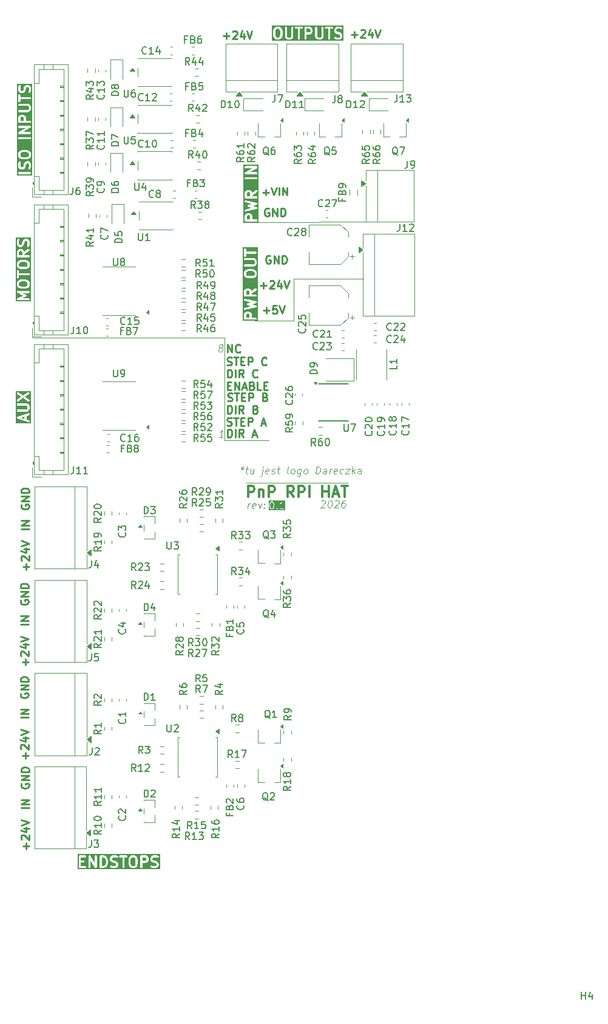
<source format=gbr>
%TF.GenerationSoftware,KiCad,Pcbnew,9.0.3*%
%TF.CreationDate,2026-03-01T13:08:57+01:00*%
%TF.ProjectId,HAT_RPI_PnP,4841545f-5250-4495-9f50-6e502e6b6963,rev?*%
%TF.SameCoordinates,Original*%
%TF.FileFunction,Legend,Top*%
%TF.FilePolarity,Positive*%
%FSLAX46Y46*%
G04 Gerber Fmt 4.6, Leading zero omitted, Abs format (unit mm)*
G04 Created by KiCad (PCBNEW 9.0.3) date 2026-03-01 13:08:57*
%MOMM*%
%LPD*%
G01*
G04 APERTURE LIST*
%ADD10C,0.100000*%
%ADD11C,0.275000*%
%ADD12C,0.300000*%
%ADD13C,0.150000*%
%ADD14C,0.120000*%
G04 APERTURE END LIST*
D10*
X87612217Y-91900990D02*
X87522931Y-91853371D01*
X87522931Y-91853371D02*
X87481265Y-91805752D01*
X87481265Y-91805752D02*
X87445550Y-91710514D01*
X87445550Y-91710514D02*
X87451503Y-91662895D01*
X87451503Y-91662895D02*
X87511027Y-91567657D01*
X87511027Y-91567657D02*
X87564598Y-91520038D01*
X87564598Y-91520038D02*
X87665789Y-91472419D01*
X87665789Y-91472419D02*
X87856265Y-91472419D01*
X87856265Y-91472419D02*
X87945550Y-91520038D01*
X87945550Y-91520038D02*
X87987217Y-91567657D01*
X87987217Y-91567657D02*
X88022931Y-91662895D01*
X88022931Y-91662895D02*
X88016979Y-91710514D01*
X88016979Y-91710514D02*
X87957455Y-91805752D01*
X87957455Y-91805752D02*
X87903884Y-91853371D01*
X87903884Y-91853371D02*
X87802693Y-91900990D01*
X87802693Y-91900990D02*
X87612217Y-91900990D01*
X87612217Y-91900990D02*
X87511027Y-91948609D01*
X87511027Y-91948609D02*
X87457455Y-91996228D01*
X87457455Y-91996228D02*
X87397931Y-92091466D01*
X87397931Y-92091466D02*
X87374122Y-92281942D01*
X87374122Y-92281942D02*
X87409836Y-92377180D01*
X87409836Y-92377180D02*
X87451503Y-92424800D01*
X87451503Y-92424800D02*
X87540789Y-92472419D01*
X87540789Y-92472419D02*
X87731265Y-92472419D01*
X87731265Y-92472419D02*
X87832455Y-92424800D01*
X87832455Y-92424800D02*
X87886027Y-92377180D01*
X87886027Y-92377180D02*
X87945550Y-92281942D01*
X87945550Y-92281942D02*
X87969360Y-92091466D01*
X87969360Y-92091466D02*
X87933646Y-91996228D01*
X87933646Y-91996228D02*
X87891979Y-91948609D01*
X87891979Y-91948609D02*
X87802693Y-91900990D01*
X88021741Y-104372419D02*
X87450312Y-104372419D01*
X87736027Y-104372419D02*
X87861027Y-103372419D01*
X87861027Y-103372419D02*
X87747931Y-103515276D01*
X87747931Y-103515276D02*
X87640789Y-103610514D01*
X87640789Y-103610514D02*
X87539598Y-103658133D01*
D11*
X88642825Y-92551080D02*
X88642825Y-91451080D01*
X88642825Y-91451080D02*
X89271397Y-92551080D01*
X89271397Y-92551080D02*
X89271397Y-91451080D01*
X90423778Y-92446319D02*
X90371397Y-92498700D01*
X90371397Y-92498700D02*
X90214254Y-92551080D01*
X90214254Y-92551080D02*
X90109492Y-92551080D01*
X90109492Y-92551080D02*
X89952349Y-92498700D01*
X89952349Y-92498700D02*
X89847587Y-92393938D01*
X89847587Y-92393938D02*
X89795206Y-92289176D01*
X89795206Y-92289176D02*
X89742825Y-92079652D01*
X89742825Y-92079652D02*
X89742825Y-91922509D01*
X89742825Y-91922509D02*
X89795206Y-91712985D01*
X89795206Y-91712985D02*
X89847587Y-91608223D01*
X89847587Y-91608223D02*
X89952349Y-91503461D01*
X89952349Y-91503461D02*
X90109492Y-91451080D01*
X90109492Y-91451080D02*
X90214254Y-91451080D01*
X90214254Y-91451080D02*
X90371397Y-91503461D01*
X90371397Y-91503461D02*
X90423778Y-91555842D01*
X105942825Y-48232033D02*
X106780921Y-48232033D01*
X106361873Y-48651080D02*
X106361873Y-47812985D01*
X107252349Y-47655842D02*
X107304730Y-47603461D01*
X107304730Y-47603461D02*
X107409492Y-47551080D01*
X107409492Y-47551080D02*
X107671397Y-47551080D01*
X107671397Y-47551080D02*
X107776159Y-47603461D01*
X107776159Y-47603461D02*
X107828540Y-47655842D01*
X107828540Y-47655842D02*
X107880921Y-47760604D01*
X107880921Y-47760604D02*
X107880921Y-47865366D01*
X107880921Y-47865366D02*
X107828540Y-48022509D01*
X107828540Y-48022509D02*
X107199968Y-48651080D01*
X107199968Y-48651080D02*
X107880921Y-48651080D01*
X108823778Y-47917747D02*
X108823778Y-48651080D01*
X108561873Y-47498700D02*
X108299968Y-48284414D01*
X108299968Y-48284414D02*
X108980921Y-48284414D01*
X109242825Y-47551080D02*
X109609492Y-48651080D01*
X109609492Y-48651080D02*
X109976159Y-47551080D01*
X88042825Y-48432033D02*
X88880921Y-48432033D01*
X88461873Y-48851080D02*
X88461873Y-48012985D01*
X89352349Y-47855842D02*
X89404730Y-47803461D01*
X89404730Y-47803461D02*
X89509492Y-47751080D01*
X89509492Y-47751080D02*
X89771397Y-47751080D01*
X89771397Y-47751080D02*
X89876159Y-47803461D01*
X89876159Y-47803461D02*
X89928540Y-47855842D01*
X89928540Y-47855842D02*
X89980921Y-47960604D01*
X89980921Y-47960604D02*
X89980921Y-48065366D01*
X89980921Y-48065366D02*
X89928540Y-48222509D01*
X89928540Y-48222509D02*
X89299968Y-48851080D01*
X89299968Y-48851080D02*
X89980921Y-48851080D01*
X90923778Y-48117747D02*
X90923778Y-48851080D01*
X90661873Y-47698700D02*
X90399968Y-48484414D01*
X90399968Y-48484414D02*
X91080921Y-48484414D01*
X91342825Y-47751080D02*
X91709492Y-48851080D01*
X91709492Y-48851080D02*
X92076159Y-47751080D01*
D10*
X61390000Y-90500000D02*
X88200000Y-90500000D01*
X88200000Y-104800000D02*
X88200000Y-90500000D01*
X94400000Y-104800000D02*
X88200000Y-104800000D01*
D11*
X88642825Y-97174890D02*
X89009492Y-97174890D01*
X89166635Y-97751080D02*
X88642825Y-97751080D01*
X88642825Y-97751080D02*
X88642825Y-96651080D01*
X88642825Y-96651080D02*
X89166635Y-96651080D01*
X89638063Y-97751080D02*
X89638063Y-96651080D01*
X89638063Y-96651080D02*
X90266635Y-97751080D01*
X90266635Y-97751080D02*
X90266635Y-96651080D01*
X90738063Y-97436795D02*
X91261873Y-97436795D01*
X90633301Y-97751080D02*
X90999968Y-96651080D01*
X90999968Y-96651080D02*
X91366635Y-97751080D01*
X92099968Y-97174890D02*
X92257111Y-97227271D01*
X92257111Y-97227271D02*
X92309492Y-97279652D01*
X92309492Y-97279652D02*
X92361873Y-97384414D01*
X92361873Y-97384414D02*
X92361873Y-97541557D01*
X92361873Y-97541557D02*
X92309492Y-97646319D01*
X92309492Y-97646319D02*
X92257111Y-97698700D01*
X92257111Y-97698700D02*
X92152349Y-97751080D01*
X92152349Y-97751080D02*
X91733301Y-97751080D01*
X91733301Y-97751080D02*
X91733301Y-96651080D01*
X91733301Y-96651080D02*
X92099968Y-96651080D01*
X92099968Y-96651080D02*
X92204730Y-96703461D01*
X92204730Y-96703461D02*
X92257111Y-96755842D01*
X92257111Y-96755842D02*
X92309492Y-96860604D01*
X92309492Y-96860604D02*
X92309492Y-96965366D01*
X92309492Y-96965366D02*
X92257111Y-97070128D01*
X92257111Y-97070128D02*
X92204730Y-97122509D01*
X92204730Y-97122509D02*
X92099968Y-97174890D01*
X92099968Y-97174890D02*
X91733301Y-97174890D01*
X93357111Y-97751080D02*
X92833301Y-97751080D01*
X92833301Y-97751080D02*
X92833301Y-96651080D01*
X93723777Y-97174890D02*
X94090444Y-97174890D01*
X94247587Y-97751080D02*
X93723777Y-97751080D01*
X93723777Y-97751080D02*
X93723777Y-96651080D01*
X93723777Y-96651080D02*
X94247587Y-96651080D01*
X88642825Y-96051080D02*
X88642825Y-94951080D01*
X88642825Y-94951080D02*
X88904730Y-94951080D01*
X88904730Y-94951080D02*
X89061873Y-95003461D01*
X89061873Y-95003461D02*
X89166635Y-95108223D01*
X89166635Y-95108223D02*
X89219016Y-95212985D01*
X89219016Y-95212985D02*
X89271397Y-95422509D01*
X89271397Y-95422509D02*
X89271397Y-95579652D01*
X89271397Y-95579652D02*
X89219016Y-95789176D01*
X89219016Y-95789176D02*
X89166635Y-95893938D01*
X89166635Y-95893938D02*
X89061873Y-95998700D01*
X89061873Y-95998700D02*
X88904730Y-96051080D01*
X88904730Y-96051080D02*
X88642825Y-96051080D01*
X89742825Y-96051080D02*
X89742825Y-94951080D01*
X90895207Y-96051080D02*
X90528540Y-95527271D01*
X90266635Y-96051080D02*
X90266635Y-94951080D01*
X90266635Y-94951080D02*
X90685683Y-94951080D01*
X90685683Y-94951080D02*
X90790445Y-95003461D01*
X90790445Y-95003461D02*
X90842826Y-95055842D01*
X90842826Y-95055842D02*
X90895207Y-95160604D01*
X90895207Y-95160604D02*
X90895207Y-95317747D01*
X90895207Y-95317747D02*
X90842826Y-95422509D01*
X90842826Y-95422509D02*
X90790445Y-95474890D01*
X90790445Y-95474890D02*
X90685683Y-95527271D01*
X90685683Y-95527271D02*
X90266635Y-95527271D01*
X92833302Y-95946319D02*
X92780921Y-95998700D01*
X92780921Y-95998700D02*
X92623778Y-96051080D01*
X92623778Y-96051080D02*
X92519016Y-96051080D01*
X92519016Y-96051080D02*
X92361873Y-95998700D01*
X92361873Y-95998700D02*
X92257111Y-95893938D01*
X92257111Y-95893938D02*
X92204730Y-95789176D01*
X92204730Y-95789176D02*
X92152349Y-95579652D01*
X92152349Y-95579652D02*
X92152349Y-95422509D01*
X92152349Y-95422509D02*
X92204730Y-95212985D01*
X92204730Y-95212985D02*
X92257111Y-95108223D01*
X92257111Y-95108223D02*
X92361873Y-95003461D01*
X92361873Y-95003461D02*
X92519016Y-94951080D01*
X92519016Y-94951080D02*
X92623778Y-94951080D01*
X92623778Y-94951080D02*
X92780921Y-95003461D01*
X92780921Y-95003461D02*
X92833302Y-95055842D01*
X88590444Y-94298700D02*
X88747587Y-94351080D01*
X88747587Y-94351080D02*
X89009492Y-94351080D01*
X89009492Y-94351080D02*
X89114254Y-94298700D01*
X89114254Y-94298700D02*
X89166635Y-94246319D01*
X89166635Y-94246319D02*
X89219016Y-94141557D01*
X89219016Y-94141557D02*
X89219016Y-94036795D01*
X89219016Y-94036795D02*
X89166635Y-93932033D01*
X89166635Y-93932033D02*
X89114254Y-93879652D01*
X89114254Y-93879652D02*
X89009492Y-93827271D01*
X89009492Y-93827271D02*
X88799968Y-93774890D01*
X88799968Y-93774890D02*
X88695206Y-93722509D01*
X88695206Y-93722509D02*
X88642825Y-93670128D01*
X88642825Y-93670128D02*
X88590444Y-93565366D01*
X88590444Y-93565366D02*
X88590444Y-93460604D01*
X88590444Y-93460604D02*
X88642825Y-93355842D01*
X88642825Y-93355842D02*
X88695206Y-93303461D01*
X88695206Y-93303461D02*
X88799968Y-93251080D01*
X88799968Y-93251080D02*
X89061873Y-93251080D01*
X89061873Y-93251080D02*
X89219016Y-93303461D01*
X89533301Y-93251080D02*
X90161873Y-93251080D01*
X89847587Y-94351080D02*
X89847587Y-93251080D01*
X90528539Y-93774890D02*
X90895206Y-93774890D01*
X91052349Y-94351080D02*
X90528539Y-94351080D01*
X90528539Y-94351080D02*
X90528539Y-93251080D01*
X90528539Y-93251080D02*
X91052349Y-93251080D01*
X91523777Y-94351080D02*
X91523777Y-93251080D01*
X91523777Y-93251080D02*
X91942825Y-93251080D01*
X91942825Y-93251080D02*
X92047587Y-93303461D01*
X92047587Y-93303461D02*
X92099968Y-93355842D01*
X92099968Y-93355842D02*
X92152349Y-93460604D01*
X92152349Y-93460604D02*
X92152349Y-93617747D01*
X92152349Y-93617747D02*
X92099968Y-93722509D01*
X92099968Y-93722509D02*
X92047587Y-93774890D01*
X92047587Y-93774890D02*
X91942825Y-93827271D01*
X91942825Y-93827271D02*
X91523777Y-93827271D01*
X94090444Y-94246319D02*
X94038063Y-94298700D01*
X94038063Y-94298700D02*
X93880920Y-94351080D01*
X93880920Y-94351080D02*
X93776158Y-94351080D01*
X93776158Y-94351080D02*
X93619015Y-94298700D01*
X93619015Y-94298700D02*
X93514253Y-94193938D01*
X93514253Y-94193938D02*
X93461872Y-94089176D01*
X93461872Y-94089176D02*
X93409491Y-93879652D01*
X93409491Y-93879652D02*
X93409491Y-93722509D01*
X93409491Y-93722509D02*
X93461872Y-93512985D01*
X93461872Y-93512985D02*
X93514253Y-93408223D01*
X93514253Y-93408223D02*
X93619015Y-93303461D01*
X93619015Y-93303461D02*
X93776158Y-93251080D01*
X93776158Y-93251080D02*
X93880920Y-93251080D01*
X93880920Y-93251080D02*
X94038063Y-93303461D01*
X94038063Y-93303461D02*
X94090444Y-93355842D01*
X88690444Y-99298700D02*
X88847587Y-99351080D01*
X88847587Y-99351080D02*
X89109492Y-99351080D01*
X89109492Y-99351080D02*
X89214254Y-99298700D01*
X89214254Y-99298700D02*
X89266635Y-99246319D01*
X89266635Y-99246319D02*
X89319016Y-99141557D01*
X89319016Y-99141557D02*
X89319016Y-99036795D01*
X89319016Y-99036795D02*
X89266635Y-98932033D01*
X89266635Y-98932033D02*
X89214254Y-98879652D01*
X89214254Y-98879652D02*
X89109492Y-98827271D01*
X89109492Y-98827271D02*
X88899968Y-98774890D01*
X88899968Y-98774890D02*
X88795206Y-98722509D01*
X88795206Y-98722509D02*
X88742825Y-98670128D01*
X88742825Y-98670128D02*
X88690444Y-98565366D01*
X88690444Y-98565366D02*
X88690444Y-98460604D01*
X88690444Y-98460604D02*
X88742825Y-98355842D01*
X88742825Y-98355842D02*
X88795206Y-98303461D01*
X88795206Y-98303461D02*
X88899968Y-98251080D01*
X88899968Y-98251080D02*
X89161873Y-98251080D01*
X89161873Y-98251080D02*
X89319016Y-98303461D01*
X89633301Y-98251080D02*
X90261873Y-98251080D01*
X89947587Y-99351080D02*
X89947587Y-98251080D01*
X90628539Y-98774890D02*
X90995206Y-98774890D01*
X91152349Y-99351080D02*
X90628539Y-99351080D01*
X90628539Y-99351080D02*
X90628539Y-98251080D01*
X90628539Y-98251080D02*
X91152349Y-98251080D01*
X91623777Y-99351080D02*
X91623777Y-98251080D01*
X91623777Y-98251080D02*
X92042825Y-98251080D01*
X92042825Y-98251080D02*
X92147587Y-98303461D01*
X92147587Y-98303461D02*
X92199968Y-98355842D01*
X92199968Y-98355842D02*
X92252349Y-98460604D01*
X92252349Y-98460604D02*
X92252349Y-98617747D01*
X92252349Y-98617747D02*
X92199968Y-98722509D01*
X92199968Y-98722509D02*
X92147587Y-98774890D01*
X92147587Y-98774890D02*
X92042825Y-98827271D01*
X92042825Y-98827271D02*
X91623777Y-98827271D01*
X93928539Y-98774890D02*
X94085682Y-98827271D01*
X94085682Y-98827271D02*
X94138063Y-98879652D01*
X94138063Y-98879652D02*
X94190444Y-98984414D01*
X94190444Y-98984414D02*
X94190444Y-99141557D01*
X94190444Y-99141557D02*
X94138063Y-99246319D01*
X94138063Y-99246319D02*
X94085682Y-99298700D01*
X94085682Y-99298700D02*
X93980920Y-99351080D01*
X93980920Y-99351080D02*
X93561872Y-99351080D01*
X93561872Y-99351080D02*
X93561872Y-98251080D01*
X93561872Y-98251080D02*
X93928539Y-98251080D01*
X93928539Y-98251080D02*
X94033301Y-98303461D01*
X94033301Y-98303461D02*
X94085682Y-98355842D01*
X94085682Y-98355842D02*
X94138063Y-98460604D01*
X94138063Y-98460604D02*
X94138063Y-98565366D01*
X94138063Y-98565366D02*
X94085682Y-98670128D01*
X94085682Y-98670128D02*
X94033301Y-98722509D01*
X94033301Y-98722509D02*
X93928539Y-98774890D01*
X93928539Y-98774890D02*
X93561872Y-98774890D01*
X88642825Y-101051080D02*
X88642825Y-99951080D01*
X88642825Y-99951080D02*
X88904730Y-99951080D01*
X88904730Y-99951080D02*
X89061873Y-100003461D01*
X89061873Y-100003461D02*
X89166635Y-100108223D01*
X89166635Y-100108223D02*
X89219016Y-100212985D01*
X89219016Y-100212985D02*
X89271397Y-100422509D01*
X89271397Y-100422509D02*
X89271397Y-100579652D01*
X89271397Y-100579652D02*
X89219016Y-100789176D01*
X89219016Y-100789176D02*
X89166635Y-100893938D01*
X89166635Y-100893938D02*
X89061873Y-100998700D01*
X89061873Y-100998700D02*
X88904730Y-101051080D01*
X88904730Y-101051080D02*
X88642825Y-101051080D01*
X89742825Y-101051080D02*
X89742825Y-99951080D01*
X90895207Y-101051080D02*
X90528540Y-100527271D01*
X90266635Y-101051080D02*
X90266635Y-99951080D01*
X90266635Y-99951080D02*
X90685683Y-99951080D01*
X90685683Y-99951080D02*
X90790445Y-100003461D01*
X90790445Y-100003461D02*
X90842826Y-100055842D01*
X90842826Y-100055842D02*
X90895207Y-100160604D01*
X90895207Y-100160604D02*
X90895207Y-100317747D01*
X90895207Y-100317747D02*
X90842826Y-100422509D01*
X90842826Y-100422509D02*
X90790445Y-100474890D01*
X90790445Y-100474890D02*
X90685683Y-100527271D01*
X90685683Y-100527271D02*
X90266635Y-100527271D01*
X92571397Y-100474890D02*
X92728540Y-100527271D01*
X92728540Y-100527271D02*
X92780921Y-100579652D01*
X92780921Y-100579652D02*
X92833302Y-100684414D01*
X92833302Y-100684414D02*
X92833302Y-100841557D01*
X92833302Y-100841557D02*
X92780921Y-100946319D01*
X92780921Y-100946319D02*
X92728540Y-100998700D01*
X92728540Y-100998700D02*
X92623778Y-101051080D01*
X92623778Y-101051080D02*
X92204730Y-101051080D01*
X92204730Y-101051080D02*
X92204730Y-99951080D01*
X92204730Y-99951080D02*
X92571397Y-99951080D01*
X92571397Y-99951080D02*
X92676159Y-100003461D01*
X92676159Y-100003461D02*
X92728540Y-100055842D01*
X92728540Y-100055842D02*
X92780921Y-100160604D01*
X92780921Y-100160604D02*
X92780921Y-100265366D01*
X92780921Y-100265366D02*
X92728540Y-100370128D01*
X92728540Y-100370128D02*
X92676159Y-100422509D01*
X92676159Y-100422509D02*
X92571397Y-100474890D01*
X92571397Y-100474890D02*
X92204730Y-100474890D01*
X88642825Y-104351080D02*
X88642825Y-103251080D01*
X88642825Y-103251080D02*
X88904730Y-103251080D01*
X88904730Y-103251080D02*
X89061873Y-103303461D01*
X89061873Y-103303461D02*
X89166635Y-103408223D01*
X89166635Y-103408223D02*
X89219016Y-103512985D01*
X89219016Y-103512985D02*
X89271397Y-103722509D01*
X89271397Y-103722509D02*
X89271397Y-103879652D01*
X89271397Y-103879652D02*
X89219016Y-104089176D01*
X89219016Y-104089176D02*
X89166635Y-104193938D01*
X89166635Y-104193938D02*
X89061873Y-104298700D01*
X89061873Y-104298700D02*
X88904730Y-104351080D01*
X88904730Y-104351080D02*
X88642825Y-104351080D01*
X89742825Y-104351080D02*
X89742825Y-103251080D01*
X90895207Y-104351080D02*
X90528540Y-103827271D01*
X90266635Y-104351080D02*
X90266635Y-103251080D01*
X90266635Y-103251080D02*
X90685683Y-103251080D01*
X90685683Y-103251080D02*
X90790445Y-103303461D01*
X90790445Y-103303461D02*
X90842826Y-103355842D01*
X90842826Y-103355842D02*
X90895207Y-103460604D01*
X90895207Y-103460604D02*
X90895207Y-103617747D01*
X90895207Y-103617747D02*
X90842826Y-103722509D01*
X90842826Y-103722509D02*
X90790445Y-103774890D01*
X90790445Y-103774890D02*
X90685683Y-103827271D01*
X90685683Y-103827271D02*
X90266635Y-103827271D01*
X92152349Y-104036795D02*
X92676159Y-104036795D01*
X92047587Y-104351080D02*
X92414254Y-103251080D01*
X92414254Y-103251080D02*
X92780921Y-104351080D01*
X88590444Y-102698700D02*
X88747587Y-102751080D01*
X88747587Y-102751080D02*
X89009492Y-102751080D01*
X89009492Y-102751080D02*
X89114254Y-102698700D01*
X89114254Y-102698700D02*
X89166635Y-102646319D01*
X89166635Y-102646319D02*
X89219016Y-102541557D01*
X89219016Y-102541557D02*
X89219016Y-102436795D01*
X89219016Y-102436795D02*
X89166635Y-102332033D01*
X89166635Y-102332033D02*
X89114254Y-102279652D01*
X89114254Y-102279652D02*
X89009492Y-102227271D01*
X89009492Y-102227271D02*
X88799968Y-102174890D01*
X88799968Y-102174890D02*
X88695206Y-102122509D01*
X88695206Y-102122509D02*
X88642825Y-102070128D01*
X88642825Y-102070128D02*
X88590444Y-101965366D01*
X88590444Y-101965366D02*
X88590444Y-101860604D01*
X88590444Y-101860604D02*
X88642825Y-101755842D01*
X88642825Y-101755842D02*
X88695206Y-101703461D01*
X88695206Y-101703461D02*
X88799968Y-101651080D01*
X88799968Y-101651080D02*
X89061873Y-101651080D01*
X89061873Y-101651080D02*
X89219016Y-101703461D01*
X89533301Y-101651080D02*
X90161873Y-101651080D01*
X89847587Y-102751080D02*
X89847587Y-101651080D01*
X90528539Y-102174890D02*
X90895206Y-102174890D01*
X91052349Y-102751080D02*
X90528539Y-102751080D01*
X90528539Y-102751080D02*
X90528539Y-101651080D01*
X90528539Y-101651080D02*
X91052349Y-101651080D01*
X91523777Y-102751080D02*
X91523777Y-101651080D01*
X91523777Y-101651080D02*
X91942825Y-101651080D01*
X91942825Y-101651080D02*
X92047587Y-101703461D01*
X92047587Y-101703461D02*
X92099968Y-101755842D01*
X92099968Y-101755842D02*
X92152349Y-101860604D01*
X92152349Y-101860604D02*
X92152349Y-102017747D01*
X92152349Y-102017747D02*
X92099968Y-102122509D01*
X92099968Y-102122509D02*
X92047587Y-102174890D01*
X92047587Y-102174890D02*
X91942825Y-102227271D01*
X91942825Y-102227271D02*
X91523777Y-102227271D01*
X93409491Y-102436795D02*
X93933301Y-102436795D01*
X93304729Y-102751080D02*
X93671396Y-101651080D01*
X93671396Y-101651080D02*
X94038063Y-102751080D01*
X60532033Y-161757174D02*
X60532033Y-160919079D01*
X60951080Y-161338126D02*
X60112985Y-161338126D01*
X59955842Y-160447650D02*
X59903461Y-160395269D01*
X59903461Y-160395269D02*
X59851080Y-160290507D01*
X59851080Y-160290507D02*
X59851080Y-160028602D01*
X59851080Y-160028602D02*
X59903461Y-159923840D01*
X59903461Y-159923840D02*
X59955842Y-159871459D01*
X59955842Y-159871459D02*
X60060604Y-159819078D01*
X60060604Y-159819078D02*
X60165366Y-159819078D01*
X60165366Y-159819078D02*
X60322509Y-159871459D01*
X60322509Y-159871459D02*
X60951080Y-160500031D01*
X60951080Y-160500031D02*
X60951080Y-159819078D01*
X60217747Y-158876221D02*
X60951080Y-158876221D01*
X59798700Y-159138126D02*
X60584414Y-159400031D01*
X60584414Y-159400031D02*
X60584414Y-158719078D01*
X59851080Y-158457174D02*
X60951080Y-158090507D01*
X60951080Y-158090507D02*
X59851080Y-157723840D01*
X60951080Y-156057174D02*
X59851080Y-156057174D01*
X60951080Y-155533364D02*
X59851080Y-155533364D01*
X59851080Y-155533364D02*
X60951080Y-154904792D01*
X60951080Y-154904792D02*
X59851080Y-154904792D01*
X59903461Y-152680983D02*
X59851080Y-152785745D01*
X59851080Y-152785745D02*
X59851080Y-152942888D01*
X59851080Y-152942888D02*
X59903461Y-153100031D01*
X59903461Y-153100031D02*
X60008223Y-153204793D01*
X60008223Y-153204793D02*
X60112985Y-153257174D01*
X60112985Y-153257174D02*
X60322509Y-153309555D01*
X60322509Y-153309555D02*
X60479652Y-153309555D01*
X60479652Y-153309555D02*
X60689176Y-153257174D01*
X60689176Y-153257174D02*
X60793938Y-153204793D01*
X60793938Y-153204793D02*
X60898700Y-153100031D01*
X60898700Y-153100031D02*
X60951080Y-152942888D01*
X60951080Y-152942888D02*
X60951080Y-152838126D01*
X60951080Y-152838126D02*
X60898700Y-152680983D01*
X60898700Y-152680983D02*
X60846319Y-152628602D01*
X60846319Y-152628602D02*
X60479652Y-152628602D01*
X60479652Y-152628602D02*
X60479652Y-152838126D01*
X60951080Y-152157174D02*
X59851080Y-152157174D01*
X59851080Y-152157174D02*
X60951080Y-151528602D01*
X60951080Y-151528602D02*
X59851080Y-151528602D01*
X60951080Y-151004793D02*
X59851080Y-151004793D01*
X59851080Y-151004793D02*
X59851080Y-150742888D01*
X59851080Y-150742888D02*
X59903461Y-150585745D01*
X59903461Y-150585745D02*
X60008223Y-150480983D01*
X60008223Y-150480983D02*
X60112985Y-150428602D01*
X60112985Y-150428602D02*
X60322509Y-150376221D01*
X60322509Y-150376221D02*
X60479652Y-150376221D01*
X60479652Y-150376221D02*
X60689176Y-150428602D01*
X60689176Y-150428602D02*
X60793938Y-150480983D01*
X60793938Y-150480983D02*
X60898700Y-150585745D01*
X60898700Y-150585745D02*
X60951080Y-150742888D01*
X60951080Y-150742888D02*
X60951080Y-151004793D01*
X60432033Y-149157174D02*
X60432033Y-148319079D01*
X60851080Y-148738126D02*
X60012985Y-148738126D01*
X59855842Y-147847650D02*
X59803461Y-147795269D01*
X59803461Y-147795269D02*
X59751080Y-147690507D01*
X59751080Y-147690507D02*
X59751080Y-147428602D01*
X59751080Y-147428602D02*
X59803461Y-147323840D01*
X59803461Y-147323840D02*
X59855842Y-147271459D01*
X59855842Y-147271459D02*
X59960604Y-147219078D01*
X59960604Y-147219078D02*
X60065366Y-147219078D01*
X60065366Y-147219078D02*
X60222509Y-147271459D01*
X60222509Y-147271459D02*
X60851080Y-147900031D01*
X60851080Y-147900031D02*
X60851080Y-147219078D01*
X60117747Y-146276221D02*
X60851080Y-146276221D01*
X59698700Y-146538126D02*
X60484414Y-146800031D01*
X60484414Y-146800031D02*
X60484414Y-146119078D01*
X59751080Y-145857174D02*
X60851080Y-145490507D01*
X60851080Y-145490507D02*
X59751080Y-145123840D01*
X60851080Y-143457174D02*
X59751080Y-143457174D01*
X60851080Y-142933364D02*
X59751080Y-142933364D01*
X59751080Y-142933364D02*
X60851080Y-142304792D01*
X60851080Y-142304792D02*
X59751080Y-142304792D01*
X59803461Y-140080983D02*
X59751080Y-140185745D01*
X59751080Y-140185745D02*
X59751080Y-140342888D01*
X59751080Y-140342888D02*
X59803461Y-140500031D01*
X59803461Y-140500031D02*
X59908223Y-140604793D01*
X59908223Y-140604793D02*
X60012985Y-140657174D01*
X60012985Y-140657174D02*
X60222509Y-140709555D01*
X60222509Y-140709555D02*
X60379652Y-140709555D01*
X60379652Y-140709555D02*
X60589176Y-140657174D01*
X60589176Y-140657174D02*
X60693938Y-140604793D01*
X60693938Y-140604793D02*
X60798700Y-140500031D01*
X60798700Y-140500031D02*
X60851080Y-140342888D01*
X60851080Y-140342888D02*
X60851080Y-140238126D01*
X60851080Y-140238126D02*
X60798700Y-140080983D01*
X60798700Y-140080983D02*
X60746319Y-140028602D01*
X60746319Y-140028602D02*
X60379652Y-140028602D01*
X60379652Y-140028602D02*
X60379652Y-140238126D01*
X60851080Y-139557174D02*
X59751080Y-139557174D01*
X59751080Y-139557174D02*
X60851080Y-138928602D01*
X60851080Y-138928602D02*
X59751080Y-138928602D01*
X60851080Y-138404793D02*
X59751080Y-138404793D01*
X59751080Y-138404793D02*
X59751080Y-138142888D01*
X59751080Y-138142888D02*
X59803461Y-137985745D01*
X59803461Y-137985745D02*
X59908223Y-137880983D01*
X59908223Y-137880983D02*
X60012985Y-137828602D01*
X60012985Y-137828602D02*
X60222509Y-137776221D01*
X60222509Y-137776221D02*
X60379652Y-137776221D01*
X60379652Y-137776221D02*
X60589176Y-137828602D01*
X60589176Y-137828602D02*
X60693938Y-137880983D01*
X60693938Y-137880983D02*
X60798700Y-137985745D01*
X60798700Y-137985745D02*
X60851080Y-138142888D01*
X60851080Y-138142888D02*
X60851080Y-138404793D01*
X60432033Y-136157174D02*
X60432033Y-135319079D01*
X60851080Y-135738126D02*
X60012985Y-135738126D01*
X59855842Y-134847650D02*
X59803461Y-134795269D01*
X59803461Y-134795269D02*
X59751080Y-134690507D01*
X59751080Y-134690507D02*
X59751080Y-134428602D01*
X59751080Y-134428602D02*
X59803461Y-134323840D01*
X59803461Y-134323840D02*
X59855842Y-134271459D01*
X59855842Y-134271459D02*
X59960604Y-134219078D01*
X59960604Y-134219078D02*
X60065366Y-134219078D01*
X60065366Y-134219078D02*
X60222509Y-134271459D01*
X60222509Y-134271459D02*
X60851080Y-134900031D01*
X60851080Y-134900031D02*
X60851080Y-134219078D01*
X60117747Y-133276221D02*
X60851080Y-133276221D01*
X59698700Y-133538126D02*
X60484414Y-133800031D01*
X60484414Y-133800031D02*
X60484414Y-133119078D01*
X59751080Y-132857174D02*
X60851080Y-132490507D01*
X60851080Y-132490507D02*
X59751080Y-132123840D01*
X60851080Y-130457174D02*
X59751080Y-130457174D01*
X60851080Y-129933364D02*
X59751080Y-129933364D01*
X59751080Y-129933364D02*
X60851080Y-129304792D01*
X60851080Y-129304792D02*
X59751080Y-129304792D01*
X59803461Y-127080983D02*
X59751080Y-127185745D01*
X59751080Y-127185745D02*
X59751080Y-127342888D01*
X59751080Y-127342888D02*
X59803461Y-127500031D01*
X59803461Y-127500031D02*
X59908223Y-127604793D01*
X59908223Y-127604793D02*
X60012985Y-127657174D01*
X60012985Y-127657174D02*
X60222509Y-127709555D01*
X60222509Y-127709555D02*
X60379652Y-127709555D01*
X60379652Y-127709555D02*
X60589176Y-127657174D01*
X60589176Y-127657174D02*
X60693938Y-127604793D01*
X60693938Y-127604793D02*
X60798700Y-127500031D01*
X60798700Y-127500031D02*
X60851080Y-127342888D01*
X60851080Y-127342888D02*
X60851080Y-127238126D01*
X60851080Y-127238126D02*
X60798700Y-127080983D01*
X60798700Y-127080983D02*
X60746319Y-127028602D01*
X60746319Y-127028602D02*
X60379652Y-127028602D01*
X60379652Y-127028602D02*
X60379652Y-127238126D01*
X60851080Y-126557174D02*
X59751080Y-126557174D01*
X59751080Y-126557174D02*
X60851080Y-125928602D01*
X60851080Y-125928602D02*
X59751080Y-125928602D01*
X60851080Y-125404793D02*
X59751080Y-125404793D01*
X59751080Y-125404793D02*
X59751080Y-125142888D01*
X59751080Y-125142888D02*
X59803461Y-124985745D01*
X59803461Y-124985745D02*
X59908223Y-124880983D01*
X59908223Y-124880983D02*
X60012985Y-124828602D01*
X60012985Y-124828602D02*
X60222509Y-124776221D01*
X60222509Y-124776221D02*
X60379652Y-124776221D01*
X60379652Y-124776221D02*
X60589176Y-124828602D01*
X60589176Y-124828602D02*
X60693938Y-124880983D01*
X60693938Y-124880983D02*
X60798700Y-124985745D01*
X60798700Y-124985745D02*
X60851080Y-125142888D01*
X60851080Y-125142888D02*
X60851080Y-125404793D01*
X60951080Y-117157174D02*
X59851080Y-117157174D01*
X60951080Y-116633364D02*
X59851080Y-116633364D01*
X59851080Y-116633364D02*
X60951080Y-116004792D01*
X60951080Y-116004792D02*
X59851080Y-116004792D01*
X59903461Y-113780983D02*
X59851080Y-113885745D01*
X59851080Y-113885745D02*
X59851080Y-114042888D01*
X59851080Y-114042888D02*
X59903461Y-114200031D01*
X59903461Y-114200031D02*
X60008223Y-114304793D01*
X60008223Y-114304793D02*
X60112985Y-114357174D01*
X60112985Y-114357174D02*
X60322509Y-114409555D01*
X60322509Y-114409555D02*
X60479652Y-114409555D01*
X60479652Y-114409555D02*
X60689176Y-114357174D01*
X60689176Y-114357174D02*
X60793938Y-114304793D01*
X60793938Y-114304793D02*
X60898700Y-114200031D01*
X60898700Y-114200031D02*
X60951080Y-114042888D01*
X60951080Y-114042888D02*
X60951080Y-113938126D01*
X60951080Y-113938126D02*
X60898700Y-113780983D01*
X60898700Y-113780983D02*
X60846319Y-113728602D01*
X60846319Y-113728602D02*
X60479652Y-113728602D01*
X60479652Y-113728602D02*
X60479652Y-113938126D01*
X60951080Y-113257174D02*
X59851080Y-113257174D01*
X59851080Y-113257174D02*
X60951080Y-112628602D01*
X60951080Y-112628602D02*
X59851080Y-112628602D01*
X60951080Y-112104793D02*
X59851080Y-112104793D01*
X59851080Y-112104793D02*
X59851080Y-111842888D01*
X59851080Y-111842888D02*
X59903461Y-111685745D01*
X59903461Y-111685745D02*
X60008223Y-111580983D01*
X60008223Y-111580983D02*
X60112985Y-111528602D01*
X60112985Y-111528602D02*
X60322509Y-111476221D01*
X60322509Y-111476221D02*
X60479652Y-111476221D01*
X60479652Y-111476221D02*
X60689176Y-111528602D01*
X60689176Y-111528602D02*
X60793938Y-111580983D01*
X60793938Y-111580983D02*
X60898700Y-111685745D01*
X60898700Y-111685745D02*
X60951080Y-111842888D01*
X60951080Y-111842888D02*
X60951080Y-112104793D01*
X60532033Y-122857174D02*
X60532033Y-122019079D01*
X60951080Y-122438126D02*
X60112985Y-122438126D01*
X59955842Y-121547650D02*
X59903461Y-121495269D01*
X59903461Y-121495269D02*
X59851080Y-121390507D01*
X59851080Y-121390507D02*
X59851080Y-121128602D01*
X59851080Y-121128602D02*
X59903461Y-121023840D01*
X59903461Y-121023840D02*
X59955842Y-120971459D01*
X59955842Y-120971459D02*
X60060604Y-120919078D01*
X60060604Y-120919078D02*
X60165366Y-120919078D01*
X60165366Y-120919078D02*
X60322509Y-120971459D01*
X60322509Y-120971459D02*
X60951080Y-121600031D01*
X60951080Y-121600031D02*
X60951080Y-120919078D01*
X60217747Y-119976221D02*
X60951080Y-119976221D01*
X59798700Y-120238126D02*
X60584414Y-120500031D01*
X60584414Y-120500031D02*
X60584414Y-119819078D01*
X59851080Y-119557174D02*
X60951080Y-119190507D01*
X60951080Y-119190507D02*
X59851080Y-118823840D01*
D10*
X90765789Y-108472419D02*
X90736027Y-108710514D01*
X90509836Y-108615276D02*
X90736027Y-108710514D01*
X90736027Y-108710514D02*
X90986027Y-108615276D01*
X90569360Y-108900990D02*
X90736027Y-108710514D01*
X90736027Y-108710514D02*
X90855074Y-108900990D01*
X91200313Y-108805752D02*
X91581265Y-108805752D01*
X91384836Y-108472419D02*
X91277694Y-109329561D01*
X91277694Y-109329561D02*
X91313408Y-109424800D01*
X91313408Y-109424800D02*
X91402694Y-109472419D01*
X91402694Y-109472419D02*
X91497932Y-109472419D01*
X92343170Y-108805752D02*
X92259837Y-109472419D01*
X91914599Y-108805752D02*
X91849123Y-109329561D01*
X91849123Y-109329561D02*
X91884837Y-109424800D01*
X91884837Y-109424800D02*
X91974123Y-109472419D01*
X91974123Y-109472419D02*
X92116980Y-109472419D01*
X92116980Y-109472419D02*
X92218170Y-109424800D01*
X92218170Y-109424800D02*
X92271742Y-109377180D01*
X93581266Y-108805752D02*
X93474123Y-109662895D01*
X93474123Y-109662895D02*
X93414599Y-109758133D01*
X93414599Y-109758133D02*
X93313409Y-109805752D01*
X93313409Y-109805752D02*
X93265790Y-109805752D01*
X93622932Y-108472419D02*
X93569361Y-108520038D01*
X93569361Y-108520038D02*
X93611028Y-108567657D01*
X93611028Y-108567657D02*
X93664599Y-108520038D01*
X93664599Y-108520038D02*
X93622932Y-108472419D01*
X93622932Y-108472419D02*
X93611028Y-108567657D01*
X94361027Y-109424800D02*
X94259837Y-109472419D01*
X94259837Y-109472419D02*
X94069360Y-109472419D01*
X94069360Y-109472419D02*
X93980075Y-109424800D01*
X93980075Y-109424800D02*
X93944360Y-109329561D01*
X93944360Y-109329561D02*
X93991980Y-108948609D01*
X93991980Y-108948609D02*
X94051503Y-108853371D01*
X94051503Y-108853371D02*
X94152694Y-108805752D01*
X94152694Y-108805752D02*
X94343170Y-108805752D01*
X94343170Y-108805752D02*
X94432456Y-108853371D01*
X94432456Y-108853371D02*
X94468170Y-108948609D01*
X94468170Y-108948609D02*
X94456265Y-109043847D01*
X94456265Y-109043847D02*
X93968170Y-109139085D01*
X94789599Y-109424800D02*
X94878884Y-109472419D01*
X94878884Y-109472419D02*
X95069361Y-109472419D01*
X95069361Y-109472419D02*
X95170551Y-109424800D01*
X95170551Y-109424800D02*
X95230075Y-109329561D01*
X95230075Y-109329561D02*
X95236027Y-109281942D01*
X95236027Y-109281942D02*
X95200313Y-109186704D01*
X95200313Y-109186704D02*
X95111027Y-109139085D01*
X95111027Y-109139085D02*
X94968170Y-109139085D01*
X94968170Y-109139085D02*
X94878884Y-109091466D01*
X94878884Y-109091466D02*
X94843170Y-108996228D01*
X94843170Y-108996228D02*
X94849123Y-108948609D01*
X94849123Y-108948609D02*
X94908646Y-108853371D01*
X94908646Y-108853371D02*
X95009837Y-108805752D01*
X95009837Y-108805752D02*
X95152694Y-108805752D01*
X95152694Y-108805752D02*
X95241980Y-108853371D01*
X95581266Y-108805752D02*
X95962218Y-108805752D01*
X95765789Y-108472419D02*
X95658647Y-109329561D01*
X95658647Y-109329561D02*
X95694361Y-109424800D01*
X95694361Y-109424800D02*
X95783647Y-109472419D01*
X95783647Y-109472419D02*
X95878885Y-109472419D01*
X97116981Y-109472419D02*
X97027695Y-109424800D01*
X97027695Y-109424800D02*
X96991981Y-109329561D01*
X96991981Y-109329561D02*
X97099123Y-108472419D01*
X97640791Y-109472419D02*
X97551505Y-109424800D01*
X97551505Y-109424800D02*
X97509838Y-109377180D01*
X97509838Y-109377180D02*
X97474124Y-109281942D01*
X97474124Y-109281942D02*
X97509838Y-108996228D01*
X97509838Y-108996228D02*
X97569362Y-108900990D01*
X97569362Y-108900990D02*
X97622933Y-108853371D01*
X97622933Y-108853371D02*
X97724124Y-108805752D01*
X97724124Y-108805752D02*
X97866981Y-108805752D01*
X97866981Y-108805752D02*
X97956267Y-108853371D01*
X97956267Y-108853371D02*
X97997933Y-108900990D01*
X97997933Y-108900990D02*
X98033648Y-108996228D01*
X98033648Y-108996228D02*
X97997933Y-109281942D01*
X97997933Y-109281942D02*
X97938410Y-109377180D01*
X97938410Y-109377180D02*
X97884838Y-109424800D01*
X97884838Y-109424800D02*
X97783648Y-109472419D01*
X97783648Y-109472419D02*
X97640791Y-109472419D01*
X98914600Y-108805752D02*
X98813410Y-109615276D01*
X98813410Y-109615276D02*
X98753886Y-109710514D01*
X98753886Y-109710514D02*
X98700314Y-109758133D01*
X98700314Y-109758133D02*
X98599124Y-109805752D01*
X98599124Y-109805752D02*
X98456267Y-109805752D01*
X98456267Y-109805752D02*
X98366981Y-109758133D01*
X98837219Y-109424800D02*
X98736029Y-109472419D01*
X98736029Y-109472419D02*
X98545553Y-109472419D01*
X98545553Y-109472419D02*
X98456267Y-109424800D01*
X98456267Y-109424800D02*
X98414600Y-109377180D01*
X98414600Y-109377180D02*
X98378886Y-109281942D01*
X98378886Y-109281942D02*
X98414600Y-108996228D01*
X98414600Y-108996228D02*
X98474124Y-108900990D01*
X98474124Y-108900990D02*
X98527695Y-108853371D01*
X98527695Y-108853371D02*
X98628886Y-108805752D01*
X98628886Y-108805752D02*
X98819362Y-108805752D01*
X98819362Y-108805752D02*
X98908648Y-108853371D01*
X99450315Y-109472419D02*
X99361029Y-109424800D01*
X99361029Y-109424800D02*
X99319362Y-109377180D01*
X99319362Y-109377180D02*
X99283648Y-109281942D01*
X99283648Y-109281942D02*
X99319362Y-108996228D01*
X99319362Y-108996228D02*
X99378886Y-108900990D01*
X99378886Y-108900990D02*
X99432457Y-108853371D01*
X99432457Y-108853371D02*
X99533648Y-108805752D01*
X99533648Y-108805752D02*
X99676505Y-108805752D01*
X99676505Y-108805752D02*
X99765791Y-108853371D01*
X99765791Y-108853371D02*
X99807457Y-108900990D01*
X99807457Y-108900990D02*
X99843172Y-108996228D01*
X99843172Y-108996228D02*
X99807457Y-109281942D01*
X99807457Y-109281942D02*
X99747934Y-109377180D01*
X99747934Y-109377180D02*
X99694362Y-109424800D01*
X99694362Y-109424800D02*
X99593172Y-109472419D01*
X99593172Y-109472419D02*
X99450315Y-109472419D01*
X100974124Y-109472419D02*
X101099124Y-108472419D01*
X101099124Y-108472419D02*
X101337220Y-108472419D01*
X101337220Y-108472419D02*
X101474124Y-108520038D01*
X101474124Y-108520038D02*
X101557458Y-108615276D01*
X101557458Y-108615276D02*
X101593172Y-108710514D01*
X101593172Y-108710514D02*
X101616982Y-108900990D01*
X101616982Y-108900990D02*
X101599124Y-109043847D01*
X101599124Y-109043847D02*
X101527696Y-109234323D01*
X101527696Y-109234323D02*
X101468172Y-109329561D01*
X101468172Y-109329561D02*
X101361029Y-109424800D01*
X101361029Y-109424800D02*
X101212220Y-109472419D01*
X101212220Y-109472419D02*
X100974124Y-109472419D01*
X102402696Y-109472419D02*
X102468172Y-108948609D01*
X102468172Y-108948609D02*
X102432458Y-108853371D01*
X102432458Y-108853371D02*
X102343172Y-108805752D01*
X102343172Y-108805752D02*
X102152696Y-108805752D01*
X102152696Y-108805752D02*
X102051505Y-108853371D01*
X102408648Y-109424800D02*
X102307458Y-109472419D01*
X102307458Y-109472419D02*
X102069362Y-109472419D01*
X102069362Y-109472419D02*
X101980077Y-109424800D01*
X101980077Y-109424800D02*
X101944362Y-109329561D01*
X101944362Y-109329561D02*
X101956267Y-109234323D01*
X101956267Y-109234323D02*
X102015791Y-109139085D01*
X102015791Y-109139085D02*
X102116982Y-109091466D01*
X102116982Y-109091466D02*
X102355077Y-109091466D01*
X102355077Y-109091466D02*
X102456267Y-109043847D01*
X102878886Y-109472419D02*
X102962220Y-108805752D01*
X102938410Y-108996228D02*
X102997934Y-108900990D01*
X102997934Y-108900990D02*
X103051505Y-108853371D01*
X103051505Y-108853371D02*
X103152696Y-108805752D01*
X103152696Y-108805752D02*
X103247934Y-108805752D01*
X103884839Y-109424800D02*
X103783649Y-109472419D01*
X103783649Y-109472419D02*
X103593172Y-109472419D01*
X103593172Y-109472419D02*
X103503887Y-109424800D01*
X103503887Y-109424800D02*
X103468172Y-109329561D01*
X103468172Y-109329561D02*
X103515792Y-108948609D01*
X103515792Y-108948609D02*
X103575315Y-108853371D01*
X103575315Y-108853371D02*
X103676506Y-108805752D01*
X103676506Y-108805752D02*
X103866982Y-108805752D01*
X103866982Y-108805752D02*
X103956268Y-108853371D01*
X103956268Y-108853371D02*
X103991982Y-108948609D01*
X103991982Y-108948609D02*
X103980077Y-109043847D01*
X103980077Y-109043847D02*
X103491982Y-109139085D01*
X104789601Y-109424800D02*
X104688411Y-109472419D01*
X104688411Y-109472419D02*
X104497935Y-109472419D01*
X104497935Y-109472419D02*
X104408649Y-109424800D01*
X104408649Y-109424800D02*
X104366982Y-109377180D01*
X104366982Y-109377180D02*
X104331268Y-109281942D01*
X104331268Y-109281942D02*
X104366982Y-108996228D01*
X104366982Y-108996228D02*
X104426506Y-108900990D01*
X104426506Y-108900990D02*
X104480077Y-108853371D01*
X104480077Y-108853371D02*
X104581268Y-108805752D01*
X104581268Y-108805752D02*
X104771744Y-108805752D01*
X104771744Y-108805752D02*
X104861030Y-108853371D01*
X105200316Y-108805752D02*
X105724125Y-108805752D01*
X105724125Y-108805752D02*
X105116982Y-109472419D01*
X105116982Y-109472419D02*
X105640792Y-109472419D01*
X106021744Y-109472419D02*
X106146744Y-108472419D01*
X106164602Y-109091466D02*
X106402697Y-109472419D01*
X106486030Y-108805752D02*
X106057459Y-109186704D01*
X107259840Y-109472419D02*
X107325316Y-108948609D01*
X107325316Y-108948609D02*
X107289602Y-108853371D01*
X107289602Y-108853371D02*
X107200316Y-108805752D01*
X107200316Y-108805752D02*
X107009840Y-108805752D01*
X107009840Y-108805752D02*
X106908649Y-108853371D01*
X107265792Y-109424800D02*
X107164602Y-109472419D01*
X107164602Y-109472419D02*
X106926506Y-109472419D01*
X106926506Y-109472419D02*
X106837221Y-109424800D01*
X106837221Y-109424800D02*
X106801506Y-109329561D01*
X106801506Y-109329561D02*
X106813411Y-109234323D01*
X106813411Y-109234323D02*
X106872935Y-109139085D01*
X106872935Y-109139085D02*
X106974126Y-109091466D01*
X106974126Y-109091466D02*
X107212221Y-109091466D01*
X107212221Y-109091466D02*
X107313411Y-109043847D01*
X91200000Y-110700000D02*
X105400000Y-110700000D01*
X101763408Y-113267657D02*
X101816979Y-113220038D01*
X101816979Y-113220038D02*
X101918169Y-113172419D01*
X101918169Y-113172419D02*
X102156265Y-113172419D01*
X102156265Y-113172419D02*
X102245550Y-113220038D01*
X102245550Y-113220038D02*
X102287217Y-113267657D01*
X102287217Y-113267657D02*
X102322931Y-113362895D01*
X102322931Y-113362895D02*
X102311027Y-113458133D01*
X102311027Y-113458133D02*
X102245550Y-113600990D01*
X102245550Y-113600990D02*
X101602693Y-114172419D01*
X101602693Y-114172419D02*
X102221741Y-114172419D01*
X102965789Y-113172419D02*
X103061027Y-113172419D01*
X103061027Y-113172419D02*
X103150312Y-113220038D01*
X103150312Y-113220038D02*
X103191979Y-113267657D01*
X103191979Y-113267657D02*
X103227693Y-113362895D01*
X103227693Y-113362895D02*
X103251503Y-113553371D01*
X103251503Y-113553371D02*
X103221741Y-113791466D01*
X103221741Y-113791466D02*
X103150312Y-113981942D01*
X103150312Y-113981942D02*
X103090789Y-114077180D01*
X103090789Y-114077180D02*
X103037217Y-114124800D01*
X103037217Y-114124800D02*
X102936027Y-114172419D01*
X102936027Y-114172419D02*
X102840789Y-114172419D01*
X102840789Y-114172419D02*
X102751503Y-114124800D01*
X102751503Y-114124800D02*
X102709836Y-114077180D01*
X102709836Y-114077180D02*
X102674122Y-113981942D01*
X102674122Y-113981942D02*
X102650312Y-113791466D01*
X102650312Y-113791466D02*
X102680074Y-113553371D01*
X102680074Y-113553371D02*
X102751503Y-113362895D01*
X102751503Y-113362895D02*
X102811027Y-113267657D01*
X102811027Y-113267657D02*
X102864598Y-113220038D01*
X102864598Y-113220038D02*
X102965789Y-113172419D01*
X103668170Y-113267657D02*
X103721741Y-113220038D01*
X103721741Y-113220038D02*
X103822931Y-113172419D01*
X103822931Y-113172419D02*
X104061027Y-113172419D01*
X104061027Y-113172419D02*
X104150312Y-113220038D01*
X104150312Y-113220038D02*
X104191979Y-113267657D01*
X104191979Y-113267657D02*
X104227693Y-113362895D01*
X104227693Y-113362895D02*
X104215789Y-113458133D01*
X104215789Y-113458133D02*
X104150312Y-113600990D01*
X104150312Y-113600990D02*
X103507455Y-114172419D01*
X103507455Y-114172419D02*
X104126503Y-114172419D01*
X105108646Y-113172419D02*
X104918170Y-113172419D01*
X104918170Y-113172419D02*
X104816979Y-113220038D01*
X104816979Y-113220038D02*
X104763408Y-113267657D01*
X104763408Y-113267657D02*
X104650312Y-113410514D01*
X104650312Y-113410514D02*
X104578884Y-113600990D01*
X104578884Y-113600990D02*
X104531265Y-113981942D01*
X104531265Y-113981942D02*
X104566979Y-114077180D01*
X104566979Y-114077180D02*
X104608646Y-114124800D01*
X104608646Y-114124800D02*
X104697932Y-114172419D01*
X104697932Y-114172419D02*
X104888408Y-114172419D01*
X104888408Y-114172419D02*
X104989598Y-114124800D01*
X104989598Y-114124800D02*
X105043170Y-114077180D01*
X105043170Y-114077180D02*
X105102693Y-113981942D01*
X105102693Y-113981942D02*
X105132455Y-113743847D01*
X105132455Y-113743847D02*
X105096741Y-113648609D01*
X105096741Y-113648609D02*
X105055074Y-113600990D01*
X105055074Y-113600990D02*
X104965789Y-113553371D01*
X104965789Y-113553371D02*
X104775312Y-113553371D01*
X104775312Y-113553371D02*
X104674122Y-113600990D01*
X104674122Y-113600990D02*
X104620551Y-113648609D01*
X104620551Y-113648609D02*
X104561027Y-113743847D01*
G36*
X94955218Y-113461130D02*
G01*
X94991362Y-113497275D01*
X95032898Y-113580347D01*
X95077693Y-113759526D01*
X95077693Y-113985311D01*
X95032898Y-114164489D01*
X94991362Y-114247561D01*
X94955216Y-114283708D01*
X94877795Y-114322419D01*
X94806164Y-114322419D01*
X94728741Y-114283708D01*
X94692595Y-114247561D01*
X94651060Y-114164491D01*
X94606265Y-113985311D01*
X94606265Y-113759526D01*
X94651060Y-113580346D01*
X94692595Y-113497274D01*
X94728740Y-113461130D01*
X94806164Y-113422419D01*
X94877795Y-113422419D01*
X94955218Y-113461130D01*
G37*
G36*
X96713569Y-114533530D02*
G01*
X94395154Y-114533530D01*
X94395154Y-113753371D01*
X94506265Y-113753371D01*
X94506265Y-113991466D01*
X94507460Y-113997475D01*
X94507758Y-114003593D01*
X94555377Y-114194069D01*
X94557716Y-114199021D01*
X94559163Y-114204303D01*
X94606781Y-114299540D01*
X94611692Y-114305868D01*
X94616147Y-114312535D01*
X94663766Y-114360155D01*
X94670432Y-114364609D01*
X94676761Y-114369521D01*
X94771999Y-114417140D01*
X94774414Y-114417801D01*
X94775226Y-114418613D01*
X94783087Y-114420176D01*
X94790815Y-114422293D01*
X94791903Y-114421930D01*
X94794360Y-114422419D01*
X94889598Y-114422419D01*
X94892054Y-114421930D01*
X94893143Y-114422293D01*
X94900870Y-114420176D01*
X94908732Y-114418613D01*
X94909543Y-114417801D01*
X94911959Y-114417140D01*
X95007196Y-114369522D01*
X95013523Y-114364611D01*
X95020192Y-114360155D01*
X95067811Y-114312535D01*
X95072264Y-114305869D01*
X95072422Y-114305666D01*
X95462452Y-114305666D01*
X95462452Y-114343935D01*
X95462454Y-114343937D01*
X95473291Y-114360155D01*
X95520909Y-114407774D01*
X95537130Y-114418613D01*
X95537131Y-114418613D01*
X95575399Y-114418613D01*
X95591620Y-114407774D01*
X95639239Y-114360156D01*
X95650078Y-114343935D01*
X95650078Y-114305666D01*
X95639240Y-114289445D01*
X95591621Y-114241825D01*
X95575400Y-114230986D01*
X95575399Y-114230986D01*
X95537130Y-114230986D01*
X95520909Y-114241825D01*
X95473290Y-114289445D01*
X95462452Y-114305666D01*
X95072422Y-114305666D01*
X95077176Y-114299541D01*
X95124795Y-114204303D01*
X95126241Y-114199021D01*
X95128581Y-114194069D01*
X95176200Y-114003593D01*
X95176497Y-113997475D01*
X95177693Y-113991466D01*
X95177693Y-113753371D01*
X95176497Y-113747361D01*
X95176200Y-113741244D01*
X95156308Y-113661678D01*
X95934962Y-113661678D01*
X95952076Y-113695906D01*
X95988381Y-113708007D01*
X96007197Y-113702854D01*
X96102434Y-113655236D01*
X96108767Y-113650320D01*
X96115429Y-113645869D01*
X96210667Y-113550631D01*
X96213415Y-113546517D01*
X96216915Y-113543011D01*
X96220550Y-113537558D01*
X96220550Y-114322419D01*
X95984836Y-114322419D01*
X95965702Y-114326225D01*
X95938642Y-114353285D01*
X95938642Y-114391553D01*
X95965702Y-114418613D01*
X95984836Y-114422419D01*
X96556264Y-114422419D01*
X96575398Y-114418613D01*
X96602458Y-114391553D01*
X96602458Y-114353285D01*
X96575398Y-114326225D01*
X96556264Y-114322419D01*
X96320550Y-114322419D01*
X96320550Y-113372419D01*
X96316744Y-113353285D01*
X96313103Y-113349644D01*
X96312094Y-113344597D01*
X96299978Y-113336519D01*
X96289684Y-113326225D01*
X96284538Y-113326225D01*
X96280254Y-113323369D01*
X96265976Y-113326225D01*
X96251416Y-113326225D01*
X96247775Y-113329865D01*
X96242728Y-113330875D01*
X96228948Y-113344684D01*
X96136453Y-113483424D01*
X96050457Y-113569421D01*
X95962475Y-113613412D01*
X95947063Y-113625373D01*
X95934962Y-113661678D01*
X95156308Y-113661678D01*
X95128581Y-113550768D01*
X95126241Y-113545815D01*
X95124795Y-113540534D01*
X95077176Y-113445296D01*
X95072264Y-113438967D01*
X95067810Y-113432301D01*
X95020191Y-113384683D01*
X95013529Y-113380231D01*
X95007196Y-113375316D01*
X94911959Y-113327698D01*
X94909543Y-113327036D01*
X94908732Y-113326225D01*
X94900870Y-113324661D01*
X94893143Y-113322545D01*
X94892054Y-113322907D01*
X94889598Y-113322419D01*
X94794360Y-113322419D01*
X94791903Y-113322907D01*
X94790815Y-113322545D01*
X94783087Y-113324661D01*
X94775226Y-113326225D01*
X94774414Y-113327036D01*
X94771999Y-113327698D01*
X94676761Y-113375317D01*
X94670432Y-113380228D01*
X94663766Y-113384683D01*
X94616148Y-113432302D01*
X94611696Y-113438963D01*
X94606781Y-113445297D01*
X94559163Y-113540534D01*
X94557716Y-113545815D01*
X94555377Y-113550768D01*
X94507758Y-113741244D01*
X94507460Y-113747361D01*
X94506265Y-113753371D01*
X94395154Y-113753371D01*
X94395154Y-113211308D01*
X96713569Y-113211308D01*
X96713569Y-114533530D01*
G37*
X91497931Y-114272419D02*
X91581265Y-113605752D01*
X91557455Y-113796228D02*
X91616979Y-113700990D01*
X91616979Y-113700990D02*
X91670550Y-113653371D01*
X91670550Y-113653371D02*
X91771741Y-113605752D01*
X91771741Y-113605752D02*
X91866979Y-113605752D01*
X92503884Y-114224800D02*
X92402694Y-114272419D01*
X92402694Y-114272419D02*
X92212217Y-114272419D01*
X92212217Y-114272419D02*
X92122932Y-114224800D01*
X92122932Y-114224800D02*
X92087217Y-114129561D01*
X92087217Y-114129561D02*
X92134837Y-113748609D01*
X92134837Y-113748609D02*
X92194360Y-113653371D01*
X92194360Y-113653371D02*
X92295551Y-113605752D01*
X92295551Y-113605752D02*
X92486027Y-113605752D01*
X92486027Y-113605752D02*
X92575313Y-113653371D01*
X92575313Y-113653371D02*
X92611027Y-113748609D01*
X92611027Y-113748609D02*
X92599122Y-113843847D01*
X92599122Y-113843847D02*
X92111027Y-113939085D01*
X92962218Y-113605752D02*
X93116980Y-114272419D01*
X93116980Y-114272419D02*
X93438408Y-113605752D01*
X93747932Y-114177180D02*
X93789599Y-114224800D01*
X93789599Y-114224800D02*
X93736027Y-114272419D01*
X93736027Y-114272419D02*
X93694361Y-114224800D01*
X93694361Y-114224800D02*
X93747932Y-114177180D01*
X93747932Y-114177180D02*
X93736027Y-114272419D01*
X93813408Y-113653371D02*
X93855075Y-113700990D01*
X93855075Y-113700990D02*
X93801504Y-113748609D01*
X93801504Y-113748609D02*
X93759837Y-113700990D01*
X93759837Y-113700990D02*
X93813408Y-113653371D01*
X93813408Y-113653371D02*
X93801504Y-113748609D01*
D12*
X91554510Y-112700828D02*
X91554510Y-111200828D01*
X91554510Y-111200828D02*
X92125939Y-111200828D01*
X92125939Y-111200828D02*
X92268796Y-111272257D01*
X92268796Y-111272257D02*
X92340225Y-111343685D01*
X92340225Y-111343685D02*
X92411653Y-111486542D01*
X92411653Y-111486542D02*
X92411653Y-111700828D01*
X92411653Y-111700828D02*
X92340225Y-111843685D01*
X92340225Y-111843685D02*
X92268796Y-111915114D01*
X92268796Y-111915114D02*
X92125939Y-111986542D01*
X92125939Y-111986542D02*
X91554510Y-111986542D01*
X93054510Y-111700828D02*
X93054510Y-112700828D01*
X93054510Y-111843685D02*
X93125939Y-111772257D01*
X93125939Y-111772257D02*
X93268796Y-111700828D01*
X93268796Y-111700828D02*
X93483082Y-111700828D01*
X93483082Y-111700828D02*
X93625939Y-111772257D01*
X93625939Y-111772257D02*
X93697368Y-111915114D01*
X93697368Y-111915114D02*
X93697368Y-112700828D01*
X94411653Y-112700828D02*
X94411653Y-111200828D01*
X94411653Y-111200828D02*
X94983082Y-111200828D01*
X94983082Y-111200828D02*
X95125939Y-111272257D01*
X95125939Y-111272257D02*
X95197368Y-111343685D01*
X95197368Y-111343685D02*
X95268796Y-111486542D01*
X95268796Y-111486542D02*
X95268796Y-111700828D01*
X95268796Y-111700828D02*
X95197368Y-111843685D01*
X95197368Y-111843685D02*
X95125939Y-111915114D01*
X95125939Y-111915114D02*
X94983082Y-111986542D01*
X94983082Y-111986542D02*
X94411653Y-111986542D01*
X97911653Y-112700828D02*
X97411653Y-111986542D01*
X97054510Y-112700828D02*
X97054510Y-111200828D01*
X97054510Y-111200828D02*
X97625939Y-111200828D01*
X97625939Y-111200828D02*
X97768796Y-111272257D01*
X97768796Y-111272257D02*
X97840225Y-111343685D01*
X97840225Y-111343685D02*
X97911653Y-111486542D01*
X97911653Y-111486542D02*
X97911653Y-111700828D01*
X97911653Y-111700828D02*
X97840225Y-111843685D01*
X97840225Y-111843685D02*
X97768796Y-111915114D01*
X97768796Y-111915114D02*
X97625939Y-111986542D01*
X97625939Y-111986542D02*
X97054510Y-111986542D01*
X98554510Y-112700828D02*
X98554510Y-111200828D01*
X98554510Y-111200828D02*
X99125939Y-111200828D01*
X99125939Y-111200828D02*
X99268796Y-111272257D01*
X99268796Y-111272257D02*
X99340225Y-111343685D01*
X99340225Y-111343685D02*
X99411653Y-111486542D01*
X99411653Y-111486542D02*
X99411653Y-111700828D01*
X99411653Y-111700828D02*
X99340225Y-111843685D01*
X99340225Y-111843685D02*
X99268796Y-111915114D01*
X99268796Y-111915114D02*
X99125939Y-111986542D01*
X99125939Y-111986542D02*
X98554510Y-111986542D01*
X100054510Y-112700828D02*
X100054510Y-111200828D01*
X101911653Y-112700828D02*
X101911653Y-111200828D01*
X101911653Y-111915114D02*
X102768796Y-111915114D01*
X102768796Y-112700828D02*
X102768796Y-111200828D01*
X103411654Y-112272257D02*
X104125940Y-112272257D01*
X103268797Y-112700828D02*
X103768797Y-111200828D01*
X103768797Y-111200828D02*
X104268797Y-112700828D01*
X104554511Y-111200828D02*
X105411654Y-111200828D01*
X104983082Y-112700828D02*
X104983082Y-111200828D01*
G36*
X91654830Y-87183051D02*
G01*
X91691835Y-87220056D01*
X91736542Y-87309469D01*
X91736542Y-87695489D01*
X91250828Y-87695489D01*
X91250828Y-87309470D01*
X91295535Y-87220055D01*
X91332539Y-87183051D01*
X91421952Y-87138346D01*
X91565418Y-87138346D01*
X91654830Y-87183051D01*
G37*
G36*
X91654830Y-83968765D02*
G01*
X91691835Y-84005770D01*
X91736542Y-84095183D01*
X91736542Y-84481203D01*
X91250828Y-84481203D01*
X91250828Y-84095184D01*
X91295535Y-84005769D01*
X91332539Y-83968765D01*
X91421952Y-83924060D01*
X91565418Y-83924060D01*
X91654830Y-83968765D01*
G37*
G36*
X92309854Y-81266647D02*
G01*
X92406121Y-81362914D01*
X92450828Y-81452326D01*
X92450828Y-81667221D01*
X92406122Y-81756634D01*
X92309854Y-81852901D01*
X92082364Y-81909774D01*
X91619292Y-81909774D01*
X91391801Y-81852901D01*
X91295535Y-81756635D01*
X91250828Y-81667221D01*
X91250828Y-81452327D01*
X91295535Y-81362913D01*
X91391801Y-81266647D01*
X91619292Y-81209774D01*
X92082363Y-81209774D01*
X92309854Y-81266647D01*
G37*
G36*
X92917495Y-88162156D02*
G01*
X90784161Y-88162156D01*
X90784161Y-87274060D01*
X90950828Y-87274060D01*
X90950828Y-87845489D01*
X90953710Y-87874753D01*
X90976108Y-87928825D01*
X91017492Y-87970209D01*
X91071564Y-87992607D01*
X91100828Y-87995489D01*
X92600828Y-87995489D01*
X92630092Y-87992607D01*
X92684164Y-87970209D01*
X92725548Y-87928825D01*
X92747946Y-87874753D01*
X92747946Y-87816225D01*
X92725548Y-87762153D01*
X92684164Y-87720769D01*
X92630092Y-87698371D01*
X92600828Y-87695489D01*
X92036542Y-87695489D01*
X92036542Y-87274060D01*
X92033660Y-87244796D01*
X92031597Y-87239817D01*
X92031216Y-87234442D01*
X92020706Y-87206979D01*
X91949278Y-87064121D01*
X91941351Y-87051529D01*
X91939835Y-87047868D01*
X91936451Y-87043745D01*
X91933613Y-87039236D01*
X91930621Y-87036641D01*
X91921180Y-87025137D01*
X91849751Y-86953708D01*
X91838249Y-86944268D01*
X91835653Y-86941275D01*
X91831139Y-86938434D01*
X91827020Y-86935053D01*
X91823360Y-86933537D01*
X91810767Y-86925610D01*
X91667910Y-86854182D01*
X91640446Y-86843672D01*
X91635070Y-86843290D01*
X91630092Y-86841228D01*
X91600828Y-86838346D01*
X91386542Y-86838346D01*
X91357278Y-86841228D01*
X91352299Y-86843290D01*
X91346924Y-86843672D01*
X91319461Y-86854182D01*
X91176603Y-86925610D01*
X91164008Y-86933538D01*
X91160349Y-86935054D01*
X91156228Y-86938435D01*
X91151718Y-86941275D01*
X91149123Y-86944266D01*
X91137618Y-86953709D01*
X91066190Y-87025138D01*
X91056752Y-87036637D01*
X91053758Y-87039235D01*
X91050915Y-87043751D01*
X91047536Y-87047869D01*
X91046021Y-87051525D01*
X91038093Y-87064121D01*
X90966664Y-87206978D01*
X90956155Y-87234441D01*
X90955773Y-87239815D01*
X90953710Y-87244796D01*
X90950828Y-87274060D01*
X90784161Y-87274060D01*
X90784161Y-85197025D01*
X90950933Y-85197025D01*
X90960197Y-85254814D01*
X90990871Y-85304658D01*
X91038284Y-85338971D01*
X91066085Y-85348553D01*
X91987797Y-85568007D01*
X91490750Y-85700554D01*
X91483893Y-85703125D01*
X91481014Y-85703508D01*
X91477595Y-85705486D01*
X91463217Y-85710879D01*
X91447495Y-85722913D01*
X91430364Y-85732831D01*
X91424457Y-85740546D01*
X91416742Y-85746453D01*
X91406824Y-85763584D01*
X91394790Y-85779306D01*
X91392285Y-85788696D01*
X91387419Y-85797103D01*
X91384811Y-85816724D01*
X91379709Y-85835858D01*
X91380988Y-85845489D01*
X91379709Y-85855120D01*
X91384811Y-85874253D01*
X91387419Y-85893875D01*
X91392285Y-85902281D01*
X91394790Y-85911672D01*
X91406824Y-85927393D01*
X91416742Y-85944525D01*
X91424457Y-85950431D01*
X91430364Y-85958147D01*
X91447495Y-85968064D01*
X91463217Y-85980099D01*
X91477594Y-85985490D01*
X91481014Y-85987470D01*
X91483894Y-85987852D01*
X91490751Y-85990424D01*
X91987797Y-86122969D01*
X91066085Y-86342425D01*
X91038284Y-86352007D01*
X90990870Y-86386320D01*
X90960197Y-86436164D01*
X90950933Y-86493953D01*
X90964489Y-86550890D01*
X90998802Y-86598304D01*
X91048646Y-86628977D01*
X91106435Y-86638241D01*
X91135571Y-86634267D01*
X92635571Y-86277124D01*
X92645614Y-86273662D01*
X92649214Y-86273184D01*
X92652467Y-86271300D01*
X92663372Y-86267542D01*
X92681019Y-86254770D01*
X92699864Y-86243861D01*
X92704545Y-86237745D01*
X92710786Y-86233229D01*
X92722201Y-86214678D01*
X92735438Y-86197386D01*
X92737422Y-86189944D01*
X92741459Y-86183385D01*
X92744906Y-86161881D01*
X92750519Y-86140834D01*
X92749504Y-86133198D01*
X92750723Y-86125596D01*
X92745678Y-86104406D01*
X92742809Y-86082817D01*
X92738951Y-86076153D01*
X92737167Y-86068659D01*
X92724395Y-86051011D01*
X92713486Y-86032167D01*
X92707370Y-86027485D01*
X92702854Y-86021245D01*
X92684303Y-86009829D01*
X92667011Y-85996593D01*
X92656216Y-85992545D01*
X92653010Y-85990572D01*
X92649419Y-85989996D01*
X92639477Y-85986268D01*
X92111554Y-85845488D01*
X92639477Y-85704709D01*
X92649419Y-85700980D01*
X92653010Y-85700405D01*
X92656216Y-85698432D01*
X92667011Y-85694384D01*
X92684307Y-85681144D01*
X92702854Y-85669731D01*
X92707369Y-85663492D01*
X92713486Y-85658810D01*
X92724396Y-85639963D01*
X92737167Y-85622318D01*
X92738951Y-85614822D01*
X92742809Y-85608160D01*
X92745677Y-85586576D01*
X92750724Y-85565381D01*
X92749504Y-85557775D01*
X92750519Y-85550143D01*
X92744907Y-85529099D01*
X92741459Y-85507592D01*
X92737422Y-85501032D01*
X92735438Y-85493591D01*
X92722201Y-85476298D01*
X92710786Y-85457748D01*
X92704545Y-85453231D01*
X92699864Y-85447116D01*
X92681019Y-85436206D01*
X92663372Y-85423435D01*
X92652467Y-85419676D01*
X92649214Y-85417793D01*
X92645614Y-85417314D01*
X92635571Y-85413853D01*
X91135571Y-85056711D01*
X91106435Y-85052737D01*
X91048646Y-85062001D01*
X90998802Y-85092675D01*
X90964489Y-85140088D01*
X90950933Y-85197025D01*
X90784161Y-85197025D01*
X90784161Y-84059774D01*
X90950828Y-84059774D01*
X90950828Y-84631203D01*
X90953710Y-84660467D01*
X90976108Y-84714539D01*
X91017492Y-84755923D01*
X91071564Y-84778321D01*
X91100828Y-84781203D01*
X92600828Y-84781203D01*
X92630092Y-84778321D01*
X92684164Y-84755923D01*
X92725548Y-84714539D01*
X92747946Y-84660467D01*
X92747946Y-84601939D01*
X92725548Y-84547867D01*
X92684164Y-84506483D01*
X92630092Y-84484085D01*
X92600828Y-84481203D01*
X92036542Y-84481203D01*
X92036542Y-84352158D01*
X92686847Y-83896945D01*
X92709169Y-83877802D01*
X92740622Y-83828445D01*
X92750793Y-83770809D01*
X92738134Y-83713667D01*
X92704570Y-83665719D01*
X92655213Y-83634266D01*
X92597577Y-83624095D01*
X92540435Y-83636754D01*
X92514809Y-83651175D01*
X92022020Y-83996127D01*
X92020706Y-83992693D01*
X91949278Y-83849835D01*
X91941351Y-83837243D01*
X91939835Y-83833582D01*
X91936451Y-83829459D01*
X91933613Y-83824950D01*
X91930621Y-83822355D01*
X91921180Y-83810851D01*
X91849751Y-83739422D01*
X91838249Y-83729982D01*
X91835653Y-83726989D01*
X91831139Y-83724148D01*
X91827020Y-83720767D01*
X91823360Y-83719251D01*
X91810767Y-83711324D01*
X91667910Y-83639896D01*
X91640446Y-83629386D01*
X91635070Y-83629004D01*
X91630092Y-83626942D01*
X91600828Y-83624060D01*
X91386542Y-83624060D01*
X91357278Y-83626942D01*
X91352299Y-83629004D01*
X91346924Y-83629386D01*
X91319461Y-83639896D01*
X91176603Y-83711324D01*
X91164008Y-83719252D01*
X91160349Y-83720768D01*
X91156228Y-83724149D01*
X91151718Y-83726989D01*
X91149123Y-83729980D01*
X91137618Y-83739423D01*
X91066190Y-83810852D01*
X91056752Y-83822351D01*
X91053758Y-83824949D01*
X91050915Y-83829465D01*
X91047536Y-83833583D01*
X91046021Y-83837239D01*
X91038093Y-83849835D01*
X90966664Y-83992692D01*
X90956155Y-84020155D01*
X90955773Y-84025529D01*
X90953710Y-84030510D01*
X90950828Y-84059774D01*
X90784161Y-84059774D01*
X90784161Y-81416917D01*
X90950828Y-81416917D01*
X90950828Y-81702631D01*
X90953710Y-81731895D01*
X90955771Y-81736872D01*
X90956154Y-81742250D01*
X90966664Y-81769713D01*
X91038093Y-81912571D01*
X91046020Y-81925164D01*
X91047536Y-81928824D01*
X91050917Y-81932943D01*
X91053758Y-81937457D01*
X91056751Y-81940053D01*
X91066191Y-81951555D01*
X91209048Y-82094412D01*
X91231778Y-82113067D01*
X91242083Y-82117335D01*
X91251043Y-82123974D01*
X91278734Y-82133867D01*
X91564448Y-82205295D01*
X91569519Y-82206044D01*
X91571564Y-82206892D01*
X91582586Y-82207977D01*
X91593537Y-82209597D01*
X91595724Y-82209271D01*
X91600828Y-82209774D01*
X92100828Y-82209774D01*
X92105931Y-82209271D01*
X92108119Y-82209597D01*
X92119069Y-82207977D01*
X92130092Y-82206892D01*
X92132136Y-82206044D01*
X92137208Y-82205295D01*
X92422922Y-82133867D01*
X92450613Y-82123974D01*
X92459573Y-82117334D01*
X92469877Y-82113067D01*
X92492608Y-82094412D01*
X92635466Y-81951555D01*
X92644906Y-81940051D01*
X92647900Y-81937456D01*
X92650738Y-81932946D01*
X92654121Y-81928825D01*
X92655638Y-81925162D01*
X92663564Y-81912570D01*
X92734993Y-81769712D01*
X92745502Y-81742249D01*
X92745883Y-81736873D01*
X92747946Y-81731895D01*
X92750828Y-81702631D01*
X92750828Y-81416917D01*
X92747946Y-81387653D01*
X92745883Y-81382674D01*
X92745502Y-81377299D01*
X92734992Y-81349836D01*
X92663564Y-81206978D01*
X92655638Y-81194387D01*
X92654121Y-81190724D01*
X92650735Y-81186598D01*
X92647899Y-81182093D01*
X92644909Y-81179500D01*
X92635466Y-81167994D01*
X92492608Y-81025137D01*
X92469877Y-81006482D01*
X92459573Y-81002214D01*
X92450613Y-80995575D01*
X92422922Y-80985682D01*
X92137209Y-80914253D01*
X92132136Y-80913502D01*
X92130092Y-80912656D01*
X92119070Y-80911570D01*
X92108119Y-80909951D01*
X92105931Y-80910276D01*
X92100828Y-80909774D01*
X91600828Y-80909774D01*
X91595724Y-80910276D01*
X91593536Y-80909951D01*
X91582583Y-80911570D01*
X91571564Y-80912656D01*
X91569519Y-80913502D01*
X91564447Y-80914253D01*
X91278733Y-80985682D01*
X91251042Y-80995575D01*
X91242081Y-81002214D01*
X91231778Y-81006482D01*
X91209048Y-81025137D01*
X91066191Y-81167994D01*
X91056751Y-81179495D01*
X91053758Y-81182092D01*
X91050917Y-81186605D01*
X91047536Y-81190725D01*
X91046020Y-81194384D01*
X91038093Y-81206978D01*
X90966664Y-81349835D01*
X90956155Y-81377298D01*
X90955773Y-81382672D01*
X90953710Y-81387653D01*
X90950828Y-81416917D01*
X90784161Y-81416917D01*
X90784161Y-79530510D01*
X90953710Y-79530510D01*
X90953710Y-79589038D01*
X90976108Y-79643110D01*
X91017492Y-79684494D01*
X91071564Y-79706892D01*
X91100828Y-79709774D01*
X92279704Y-79709774D01*
X92369116Y-79754479D01*
X92406121Y-79791484D01*
X92450828Y-79880897D01*
X92450828Y-80095792D01*
X92406122Y-80185204D01*
X92369118Y-80222209D01*
X92279704Y-80266917D01*
X91100828Y-80266917D01*
X91071564Y-80269799D01*
X91017492Y-80292197D01*
X90976108Y-80333581D01*
X90953710Y-80387653D01*
X90953710Y-80446181D01*
X90976108Y-80500253D01*
X91017492Y-80541637D01*
X91071564Y-80564035D01*
X91100828Y-80566917D01*
X92315114Y-80566917D01*
X92344378Y-80564035D01*
X92349358Y-80561971D01*
X92354733Y-80561590D01*
X92382196Y-80551081D01*
X92525053Y-80479652D01*
X92537648Y-80471723D01*
X92541305Y-80470209D01*
X92545422Y-80466829D01*
X92549939Y-80463987D01*
X92552536Y-80460992D01*
X92564036Y-80451555D01*
X92635465Y-80380127D01*
X92644904Y-80368624D01*
X92647900Y-80366027D01*
X92650741Y-80361512D01*
X92654120Y-80357396D01*
X92655635Y-80353737D01*
X92663564Y-80341141D01*
X92734993Y-80198283D01*
X92745502Y-80170820D01*
X92745883Y-80165444D01*
X92747946Y-80160466D01*
X92750828Y-80131202D01*
X92750828Y-79845488D01*
X92747946Y-79816224D01*
X92745883Y-79811245D01*
X92745502Y-79805870D01*
X92734992Y-79778407D01*
X92663564Y-79635549D01*
X92655637Y-79622957D01*
X92654121Y-79619296D01*
X92650737Y-79615173D01*
X92647899Y-79610664D01*
X92644907Y-79608069D01*
X92635466Y-79596565D01*
X92564037Y-79525136D01*
X92552535Y-79515696D01*
X92549939Y-79512703D01*
X92545425Y-79509862D01*
X92541306Y-79506481D01*
X92537646Y-79504965D01*
X92525053Y-79497038D01*
X92382196Y-79425610D01*
X92354732Y-79415100D01*
X92349356Y-79414718D01*
X92344378Y-79412656D01*
X92315114Y-79409774D01*
X91100828Y-79409774D01*
X91071564Y-79412656D01*
X91017492Y-79435054D01*
X90976108Y-79476438D01*
X90953710Y-79530510D01*
X90784161Y-79530510D01*
X90784161Y-78202631D01*
X90950828Y-78202631D01*
X90950828Y-79059773D01*
X90953710Y-79089037D01*
X90976108Y-79143109D01*
X91017492Y-79184493D01*
X91071564Y-79206891D01*
X91130092Y-79206891D01*
X91184164Y-79184493D01*
X91225548Y-79143109D01*
X91247946Y-79089037D01*
X91250828Y-79059773D01*
X91250828Y-78781202D01*
X92600828Y-78781202D01*
X92630092Y-78778320D01*
X92684164Y-78755922D01*
X92725548Y-78714538D01*
X92747946Y-78660466D01*
X92747946Y-78601938D01*
X92725548Y-78547866D01*
X92684164Y-78506482D01*
X92630092Y-78484084D01*
X92600828Y-78481202D01*
X91250828Y-78481202D01*
X91250828Y-78202631D01*
X91247946Y-78173367D01*
X91225548Y-78119295D01*
X91184164Y-78077911D01*
X91130092Y-78055513D01*
X91071564Y-78055513D01*
X91017492Y-78077911D01*
X90976108Y-78119295D01*
X90953710Y-78173367D01*
X90950828Y-78202631D01*
X90784161Y-78202631D01*
X90784161Y-77888846D01*
X92917495Y-77888846D01*
X92917495Y-88162156D01*
G37*
G36*
X91754830Y-73483051D02*
G01*
X91791835Y-73520056D01*
X91836542Y-73609469D01*
X91836542Y-73995489D01*
X91350828Y-73995489D01*
X91350828Y-73609470D01*
X91395535Y-73520055D01*
X91432539Y-73483051D01*
X91521952Y-73438346D01*
X91665418Y-73438346D01*
X91754830Y-73483051D01*
G37*
G36*
X91754830Y-70268765D02*
G01*
X91791835Y-70305770D01*
X91836542Y-70395183D01*
X91836542Y-70781203D01*
X91350828Y-70781203D01*
X91350828Y-70395184D01*
X91395535Y-70305769D01*
X91432539Y-70268765D01*
X91521952Y-70224060D01*
X91665418Y-70224060D01*
X91754830Y-70268765D01*
G37*
G36*
X93017460Y-74462156D02*
G01*
X90884161Y-74462156D01*
X90884161Y-73574060D01*
X91050828Y-73574060D01*
X91050828Y-74145489D01*
X91053710Y-74174753D01*
X91076108Y-74228825D01*
X91117492Y-74270209D01*
X91171564Y-74292607D01*
X91200828Y-74295489D01*
X92700828Y-74295489D01*
X92730092Y-74292607D01*
X92784164Y-74270209D01*
X92825548Y-74228825D01*
X92847946Y-74174753D01*
X92847946Y-74116225D01*
X92825548Y-74062153D01*
X92784164Y-74020769D01*
X92730092Y-73998371D01*
X92700828Y-73995489D01*
X92136542Y-73995489D01*
X92136542Y-73574060D01*
X92133660Y-73544796D01*
X92131597Y-73539817D01*
X92131216Y-73534442D01*
X92120706Y-73506979D01*
X92049278Y-73364121D01*
X92041351Y-73351529D01*
X92039835Y-73347868D01*
X92036451Y-73343745D01*
X92033613Y-73339236D01*
X92030621Y-73336641D01*
X92021180Y-73325137D01*
X91949751Y-73253708D01*
X91938249Y-73244268D01*
X91935653Y-73241275D01*
X91931139Y-73238434D01*
X91927020Y-73235053D01*
X91923360Y-73233537D01*
X91910767Y-73225610D01*
X91767910Y-73154182D01*
X91740446Y-73143672D01*
X91735070Y-73143290D01*
X91730092Y-73141228D01*
X91700828Y-73138346D01*
X91486542Y-73138346D01*
X91457278Y-73141228D01*
X91452299Y-73143290D01*
X91446924Y-73143672D01*
X91419461Y-73154182D01*
X91276603Y-73225610D01*
X91264008Y-73233538D01*
X91260349Y-73235054D01*
X91256228Y-73238435D01*
X91251718Y-73241275D01*
X91249123Y-73244266D01*
X91237618Y-73253709D01*
X91166190Y-73325138D01*
X91156752Y-73336637D01*
X91153758Y-73339235D01*
X91150915Y-73343751D01*
X91147536Y-73347869D01*
X91146021Y-73351525D01*
X91138093Y-73364121D01*
X91066664Y-73506978D01*
X91056155Y-73534441D01*
X91055773Y-73539815D01*
X91053710Y-73544796D01*
X91050828Y-73574060D01*
X90884161Y-73574060D01*
X90884161Y-71497025D01*
X91050933Y-71497025D01*
X91060197Y-71554814D01*
X91090871Y-71604658D01*
X91138284Y-71638971D01*
X91166085Y-71648553D01*
X92087797Y-71868007D01*
X91590750Y-72000554D01*
X91583893Y-72003125D01*
X91581014Y-72003508D01*
X91577595Y-72005486D01*
X91563217Y-72010879D01*
X91547495Y-72022913D01*
X91530364Y-72032831D01*
X91524457Y-72040546D01*
X91516742Y-72046453D01*
X91506824Y-72063584D01*
X91494790Y-72079306D01*
X91492285Y-72088696D01*
X91487419Y-72097103D01*
X91484811Y-72116724D01*
X91479709Y-72135858D01*
X91480988Y-72145489D01*
X91479709Y-72155120D01*
X91484811Y-72174253D01*
X91487419Y-72193875D01*
X91492285Y-72202281D01*
X91494790Y-72211672D01*
X91506824Y-72227393D01*
X91516742Y-72244525D01*
X91524457Y-72250431D01*
X91530364Y-72258147D01*
X91547495Y-72268064D01*
X91563217Y-72280099D01*
X91577594Y-72285490D01*
X91581014Y-72287470D01*
X91583894Y-72287852D01*
X91590751Y-72290424D01*
X92087797Y-72422969D01*
X91166085Y-72642425D01*
X91138284Y-72652007D01*
X91090870Y-72686320D01*
X91060197Y-72736164D01*
X91050933Y-72793953D01*
X91064489Y-72850890D01*
X91098802Y-72898304D01*
X91148646Y-72928977D01*
X91206435Y-72938241D01*
X91235571Y-72934267D01*
X92735571Y-72577124D01*
X92745614Y-72573662D01*
X92749214Y-72573184D01*
X92752467Y-72571300D01*
X92763372Y-72567542D01*
X92781019Y-72554770D01*
X92799864Y-72543861D01*
X92804545Y-72537745D01*
X92810786Y-72533229D01*
X92822201Y-72514678D01*
X92835438Y-72497386D01*
X92837422Y-72489944D01*
X92841459Y-72483385D01*
X92844906Y-72461881D01*
X92850519Y-72440834D01*
X92849504Y-72433198D01*
X92850723Y-72425596D01*
X92845678Y-72404406D01*
X92842809Y-72382817D01*
X92838951Y-72376153D01*
X92837167Y-72368659D01*
X92824395Y-72351011D01*
X92813486Y-72332167D01*
X92807370Y-72327485D01*
X92802854Y-72321245D01*
X92784303Y-72309829D01*
X92767011Y-72296593D01*
X92756216Y-72292545D01*
X92753010Y-72290572D01*
X92749419Y-72289996D01*
X92739477Y-72286268D01*
X92211554Y-72145488D01*
X92739477Y-72004709D01*
X92749419Y-72000980D01*
X92753010Y-72000405D01*
X92756216Y-71998432D01*
X92767011Y-71994384D01*
X92784307Y-71981144D01*
X92802854Y-71969731D01*
X92807369Y-71963492D01*
X92813486Y-71958810D01*
X92824396Y-71939963D01*
X92837167Y-71922318D01*
X92838951Y-71914822D01*
X92842809Y-71908160D01*
X92845677Y-71886576D01*
X92850724Y-71865381D01*
X92849504Y-71857775D01*
X92850519Y-71850143D01*
X92844907Y-71829099D01*
X92841459Y-71807592D01*
X92837422Y-71801032D01*
X92835438Y-71793591D01*
X92822201Y-71776298D01*
X92810786Y-71757748D01*
X92804545Y-71753231D01*
X92799864Y-71747116D01*
X92781019Y-71736206D01*
X92763372Y-71723435D01*
X92752467Y-71719676D01*
X92749214Y-71717793D01*
X92745614Y-71717314D01*
X92735571Y-71713853D01*
X91235571Y-71356711D01*
X91206435Y-71352737D01*
X91148646Y-71362001D01*
X91098802Y-71392675D01*
X91064489Y-71440088D01*
X91050933Y-71497025D01*
X90884161Y-71497025D01*
X90884161Y-70359774D01*
X91050828Y-70359774D01*
X91050828Y-70931203D01*
X91053710Y-70960467D01*
X91076108Y-71014539D01*
X91117492Y-71055923D01*
X91171564Y-71078321D01*
X91200828Y-71081203D01*
X92700828Y-71081203D01*
X92730092Y-71078321D01*
X92784164Y-71055923D01*
X92825548Y-71014539D01*
X92847946Y-70960467D01*
X92847946Y-70901939D01*
X92825548Y-70847867D01*
X92784164Y-70806483D01*
X92730092Y-70784085D01*
X92700828Y-70781203D01*
X92136542Y-70781203D01*
X92136542Y-70652158D01*
X92786847Y-70196945D01*
X92809169Y-70177802D01*
X92840622Y-70128445D01*
X92850793Y-70070809D01*
X92838134Y-70013667D01*
X92804570Y-69965719D01*
X92755213Y-69934266D01*
X92697577Y-69924095D01*
X92640435Y-69936754D01*
X92614809Y-69951175D01*
X92122020Y-70296127D01*
X92120706Y-70292693D01*
X92049278Y-70149835D01*
X92041351Y-70137243D01*
X92039835Y-70133582D01*
X92036451Y-70129459D01*
X92033613Y-70124950D01*
X92030621Y-70122355D01*
X92021180Y-70110851D01*
X91949751Y-70039422D01*
X91938249Y-70029982D01*
X91935653Y-70026989D01*
X91931139Y-70024148D01*
X91927020Y-70020767D01*
X91923360Y-70019251D01*
X91910767Y-70011324D01*
X91767910Y-69939896D01*
X91740446Y-69929386D01*
X91735070Y-69929004D01*
X91730092Y-69926942D01*
X91700828Y-69924060D01*
X91486542Y-69924060D01*
X91457278Y-69926942D01*
X91452299Y-69929004D01*
X91446924Y-69929386D01*
X91419461Y-69939896D01*
X91276603Y-70011324D01*
X91264008Y-70019252D01*
X91260349Y-70020768D01*
X91256228Y-70024149D01*
X91251718Y-70026989D01*
X91249123Y-70029980D01*
X91237618Y-70039423D01*
X91166190Y-70110852D01*
X91156752Y-70122351D01*
X91153758Y-70124949D01*
X91150915Y-70129465D01*
X91147536Y-70133583D01*
X91146021Y-70137239D01*
X91138093Y-70149835D01*
X91066664Y-70292692D01*
X91056155Y-70320155D01*
X91055773Y-70325529D01*
X91053710Y-70330510D01*
X91050828Y-70359774D01*
X90884161Y-70359774D01*
X90884161Y-68259082D01*
X91053710Y-68259082D01*
X91053710Y-68317610D01*
X91076108Y-68371682D01*
X91117492Y-68413066D01*
X91171564Y-68435464D01*
X91200828Y-68438346D01*
X92700828Y-68438346D01*
X92730092Y-68435464D01*
X92784164Y-68413066D01*
X92825548Y-68371682D01*
X92847946Y-68317610D01*
X92847946Y-68259082D01*
X92825548Y-68205010D01*
X92784164Y-68163626D01*
X92730092Y-68141228D01*
X92700828Y-68138346D01*
X91200828Y-68138346D01*
X91171564Y-68141228D01*
X91117492Y-68163626D01*
X91076108Y-68205010D01*
X91053710Y-68259082D01*
X90884161Y-68259082D01*
X90884161Y-67563583D01*
X91051194Y-67563583D01*
X91053710Y-67583374D01*
X91053710Y-67603324D01*
X91057369Y-67612157D01*
X91058575Y-67621643D01*
X91068473Y-67638965D01*
X91076108Y-67657396D01*
X91082868Y-67664156D01*
X91087613Y-67672459D01*
X91103384Y-67684672D01*
X91117492Y-67698780D01*
X91126327Y-67702439D01*
X91133887Y-67708294D01*
X91153131Y-67713542D01*
X91171564Y-67721178D01*
X91186530Y-67722651D01*
X91190351Y-67723694D01*
X91193302Y-67723318D01*
X91200828Y-67724060D01*
X92700828Y-67724060D01*
X92730092Y-67721178D01*
X92784164Y-67698780D01*
X92825548Y-67657396D01*
X92847946Y-67603324D01*
X92847946Y-67544796D01*
X92825548Y-67490724D01*
X92784164Y-67449340D01*
X92730092Y-67426942D01*
X92700828Y-67424060D01*
X91765662Y-67424060D01*
X92775249Y-66847153D01*
X92781416Y-66842775D01*
X92784164Y-66841637D01*
X92786963Y-66838837D01*
X92799227Y-66830132D01*
X92811442Y-66814358D01*
X92825548Y-66800253D01*
X92829206Y-66791419D01*
X92835063Y-66783858D01*
X92840312Y-66764609D01*
X92847946Y-66746181D01*
X92847946Y-66736619D01*
X92850462Y-66727394D01*
X92847946Y-66707602D01*
X92847946Y-66687653D01*
X92844286Y-66678819D01*
X92843081Y-66669334D01*
X92833182Y-66652011D01*
X92825548Y-66633581D01*
X92818787Y-66626820D01*
X92814043Y-66618518D01*
X92798271Y-66606304D01*
X92784164Y-66592197D01*
X92775328Y-66588537D01*
X92767769Y-66582683D01*
X92748524Y-66577434D01*
X92730092Y-66569799D01*
X92715127Y-66568325D01*
X92711306Y-66567283D01*
X92708354Y-66567658D01*
X92700828Y-66566917D01*
X91200828Y-66566917D01*
X91171564Y-66569799D01*
X91117492Y-66592197D01*
X91076108Y-66633581D01*
X91053710Y-66687653D01*
X91053710Y-66746181D01*
X91076108Y-66800253D01*
X91117492Y-66841637D01*
X91171564Y-66864035D01*
X91200828Y-66866917D01*
X92135993Y-66866917D01*
X91126407Y-67443824D01*
X91120239Y-67448201D01*
X91117492Y-67449340D01*
X91114692Y-67452139D01*
X91102429Y-67460845D01*
X91090215Y-67476616D01*
X91076108Y-67490724D01*
X91072448Y-67499559D01*
X91066594Y-67507119D01*
X91061345Y-67526363D01*
X91053710Y-67544796D01*
X91053710Y-67554358D01*
X91051194Y-67563583D01*
X90884161Y-67563583D01*
X90884161Y-66400250D01*
X93017460Y-66400250D01*
X93017460Y-74462156D01*
G37*
G36*
X95879942Y-47495535D02*
G01*
X95976208Y-47591801D01*
X96033082Y-47819292D01*
X96033082Y-48282363D01*
X95976208Y-48509854D01*
X95879941Y-48606122D01*
X95790529Y-48650828D01*
X95575635Y-48650828D01*
X95486221Y-48606121D01*
X95389954Y-48509854D01*
X95333082Y-48282364D01*
X95333082Y-47819291D01*
X95389954Y-47591802D01*
X95486221Y-47495534D01*
X95575635Y-47450828D01*
X95790529Y-47450828D01*
X95879942Y-47495535D01*
G37*
G36*
X100165658Y-47495535D02*
G01*
X100202662Y-47532539D01*
X100247368Y-47621951D01*
X100247368Y-47765418D01*
X100202661Y-47854831D01*
X100165656Y-47891836D01*
X100076244Y-47936542D01*
X99690225Y-47936542D01*
X99690225Y-47450828D01*
X100076244Y-47450828D01*
X100165658Y-47495535D01*
G37*
G36*
X104856893Y-49117495D02*
G01*
X94866415Y-49117495D01*
X94866415Y-47800828D01*
X95033082Y-47800828D01*
X95033082Y-48300828D01*
X95033584Y-48305931D01*
X95033259Y-48308119D01*
X95034878Y-48319069D01*
X95035964Y-48330092D01*
X95036811Y-48332136D01*
X95037561Y-48337208D01*
X95108989Y-48622922D01*
X95118882Y-48650613D01*
X95125521Y-48659573D01*
X95129789Y-48669877D01*
X95148444Y-48692608D01*
X95291302Y-48835466D01*
X95302806Y-48844907D01*
X95305401Y-48847899D01*
X95309910Y-48850737D01*
X95314033Y-48854121D01*
X95317694Y-48855637D01*
X95330286Y-48863564D01*
X95473144Y-48934992D01*
X95500607Y-48945502D01*
X95505982Y-48945883D01*
X95510961Y-48947946D01*
X95540225Y-48950828D01*
X95825939Y-48950828D01*
X95855203Y-48947946D01*
X95860181Y-48945883D01*
X95865557Y-48945502D01*
X95893021Y-48934992D01*
X96035878Y-48863564D01*
X96048469Y-48855637D01*
X96052132Y-48854121D01*
X96056254Y-48850737D01*
X96060764Y-48847899D01*
X96063359Y-48844906D01*
X96074862Y-48835466D01*
X96217719Y-48692608D01*
X96236374Y-48669877D01*
X96240640Y-48659575D01*
X96247281Y-48650614D01*
X96257174Y-48622923D01*
X96328603Y-48337209D01*
X96329353Y-48332136D01*
X96330200Y-48330092D01*
X96331285Y-48319072D01*
X96332905Y-48308120D01*
X96332579Y-48305931D01*
X96333082Y-48300828D01*
X96333082Y-47800828D01*
X96332579Y-47795724D01*
X96332905Y-47793536D01*
X96331285Y-47782583D01*
X96330200Y-47771564D01*
X96329353Y-47769519D01*
X96328603Y-47764447D01*
X96257174Y-47478733D01*
X96247281Y-47451042D01*
X96240641Y-47442081D01*
X96236374Y-47431778D01*
X96217719Y-47409048D01*
X96109499Y-47300828D01*
X96675939Y-47300828D01*
X96675939Y-48515114D01*
X96678821Y-48544378D01*
X96680884Y-48549358D01*
X96681266Y-48554733D01*
X96691775Y-48582196D01*
X96763204Y-48725053D01*
X96771131Y-48737646D01*
X96772647Y-48741306D01*
X96776028Y-48745425D01*
X96778869Y-48749939D01*
X96781862Y-48752535D01*
X96791302Y-48764037D01*
X96862731Y-48835466D01*
X96874235Y-48844907D01*
X96876830Y-48847899D01*
X96881339Y-48850737D01*
X96885462Y-48854121D01*
X96889123Y-48855637D01*
X96901715Y-48863564D01*
X97044573Y-48934992D01*
X97072036Y-48945502D01*
X97077411Y-48945883D01*
X97082390Y-48947946D01*
X97111654Y-48950828D01*
X97397368Y-48950828D01*
X97426632Y-48947946D01*
X97431610Y-48945883D01*
X97436986Y-48945502D01*
X97464450Y-48934992D01*
X97607307Y-48863564D01*
X97619900Y-48855636D01*
X97623560Y-48854121D01*
X97627679Y-48850739D01*
X97632193Y-48847899D01*
X97634789Y-48844905D01*
X97646291Y-48835466D01*
X97717720Y-48764037D01*
X97727161Y-48752532D01*
X97730153Y-48749938D01*
X97732991Y-48745428D01*
X97736375Y-48741306D01*
X97737891Y-48737644D01*
X97745818Y-48725053D01*
X97817246Y-48582195D01*
X97827756Y-48554732D01*
X97828137Y-48549356D01*
X97830200Y-48544378D01*
X97833082Y-48515114D01*
X97833082Y-47300828D01*
X97830200Y-47271564D01*
X98035965Y-47271564D01*
X98035965Y-47330092D01*
X98058363Y-47384164D01*
X98099747Y-47425548D01*
X98153819Y-47447946D01*
X98183083Y-47450828D01*
X98461654Y-47450828D01*
X98461654Y-48800828D01*
X98464536Y-48830092D01*
X98486934Y-48884164D01*
X98528318Y-48925548D01*
X98582390Y-48947946D01*
X98640918Y-48947946D01*
X98694990Y-48925548D01*
X98736374Y-48884164D01*
X98758772Y-48830092D01*
X98761654Y-48800828D01*
X98761654Y-47450828D01*
X99040226Y-47450828D01*
X99069490Y-47447946D01*
X99123562Y-47425548D01*
X99164946Y-47384164D01*
X99187344Y-47330092D01*
X99187344Y-47300828D01*
X99390225Y-47300828D01*
X99390225Y-48800828D01*
X99393107Y-48830092D01*
X99415505Y-48884164D01*
X99456889Y-48925548D01*
X99510961Y-48947946D01*
X99569489Y-48947946D01*
X99623561Y-48925548D01*
X99664945Y-48884164D01*
X99687343Y-48830092D01*
X99690225Y-48800828D01*
X99690225Y-48236542D01*
X100111654Y-48236542D01*
X100140918Y-48233660D01*
X100145896Y-48231597D01*
X100151272Y-48231216D01*
X100178736Y-48220706D01*
X100321593Y-48149278D01*
X100334186Y-48141350D01*
X100337846Y-48139835D01*
X100341965Y-48136453D01*
X100346479Y-48133613D01*
X100349075Y-48130619D01*
X100360577Y-48121180D01*
X100432006Y-48049751D01*
X100441447Y-48038246D01*
X100444439Y-48035652D01*
X100447277Y-48031142D01*
X100450661Y-48027020D01*
X100452177Y-48023358D01*
X100460104Y-48010767D01*
X100531532Y-47867909D01*
X100542042Y-47840446D01*
X100542423Y-47835070D01*
X100544486Y-47830092D01*
X100547368Y-47800828D01*
X100547368Y-47586542D01*
X100544486Y-47557278D01*
X100542423Y-47552299D01*
X100542042Y-47546924D01*
X100531532Y-47519461D01*
X100460104Y-47376603D01*
X100452175Y-47364008D01*
X100450660Y-47360349D01*
X100447278Y-47356228D01*
X100444439Y-47351718D01*
X100441447Y-47349123D01*
X100432005Y-47337618D01*
X100395214Y-47300828D01*
X100890225Y-47300828D01*
X100890225Y-48515114D01*
X100893107Y-48544378D01*
X100895170Y-48549358D01*
X100895552Y-48554733D01*
X100906061Y-48582196D01*
X100977490Y-48725053D01*
X100985417Y-48737646D01*
X100986933Y-48741306D01*
X100990314Y-48745425D01*
X100993155Y-48749939D01*
X100996148Y-48752535D01*
X101005588Y-48764037D01*
X101077017Y-48835466D01*
X101088521Y-48844907D01*
X101091116Y-48847899D01*
X101095625Y-48850737D01*
X101099748Y-48854121D01*
X101103409Y-48855637D01*
X101116001Y-48863564D01*
X101258859Y-48934992D01*
X101286322Y-48945502D01*
X101291697Y-48945883D01*
X101296676Y-48947946D01*
X101325940Y-48950828D01*
X101611654Y-48950828D01*
X101640918Y-48947946D01*
X101645896Y-48945883D01*
X101651272Y-48945502D01*
X101678736Y-48934992D01*
X101821593Y-48863564D01*
X101834186Y-48855636D01*
X101837846Y-48854121D01*
X101841965Y-48850739D01*
X101846479Y-48847899D01*
X101849075Y-48844905D01*
X101860577Y-48835466D01*
X101932006Y-48764037D01*
X101941447Y-48752532D01*
X101944439Y-48749938D01*
X101947277Y-48745428D01*
X101950661Y-48741306D01*
X101952177Y-48737644D01*
X101960104Y-48725053D01*
X102031532Y-48582195D01*
X102042042Y-48554732D01*
X102042423Y-48549356D01*
X102044486Y-48544378D01*
X102047368Y-48515114D01*
X102047368Y-47300828D01*
X102044486Y-47271564D01*
X102250251Y-47271564D01*
X102250251Y-47330092D01*
X102272649Y-47384164D01*
X102314033Y-47425548D01*
X102368105Y-47447946D01*
X102397369Y-47450828D01*
X102675940Y-47450828D01*
X102675940Y-48800828D01*
X102678822Y-48830092D01*
X102701220Y-48884164D01*
X102742604Y-48925548D01*
X102796676Y-48947946D01*
X102855204Y-48947946D01*
X102909276Y-48925548D01*
X102950660Y-48884164D01*
X102973058Y-48830092D01*
X102975940Y-48800828D01*
X102975940Y-47586542D01*
X103533083Y-47586542D01*
X103533083Y-47729400D01*
X103535965Y-47758664D01*
X103538027Y-47763642D01*
X103538409Y-47769018D01*
X103548919Y-47796482D01*
X103620347Y-47939339D01*
X103628275Y-47951934D01*
X103629791Y-47955593D01*
X103633170Y-47959710D01*
X103636012Y-47964225D01*
X103639006Y-47966821D01*
X103648446Y-47978324D01*
X103719875Y-48049752D01*
X103731375Y-48059190D01*
X103733972Y-48062184D01*
X103738484Y-48065024D01*
X103742605Y-48068406D01*
X103746264Y-48069921D01*
X103758858Y-48077849D01*
X103901714Y-48149278D01*
X103903856Y-48150097D01*
X103904726Y-48150742D01*
X103916997Y-48155126D01*
X103929178Y-48159787D01*
X103930258Y-48159863D01*
X103932417Y-48160635D01*
X104202155Y-48228069D01*
X104308514Y-48281248D01*
X104345518Y-48318253D01*
X104390226Y-48407667D01*
X104390226Y-48479703D01*
X104345518Y-48569117D01*
X104308515Y-48606121D01*
X104219102Y-48650828D01*
X103921712Y-48650828D01*
X103730517Y-48587097D01*
X103701843Y-48580577D01*
X103643463Y-48584727D01*
X103591116Y-48610901D01*
X103552768Y-48655115D01*
X103534260Y-48710640D01*
X103538410Y-48769020D01*
X103564584Y-48821367D01*
X103608798Y-48859715D01*
X103635649Y-48871703D01*
X103849935Y-48943131D01*
X103864447Y-48946430D01*
X103868105Y-48947946D01*
X103873407Y-48948468D01*
X103878609Y-48949651D01*
X103882563Y-48949369D01*
X103897369Y-48950828D01*
X104254511Y-48950828D01*
X104283775Y-48947946D01*
X104288753Y-48945883D01*
X104294129Y-48945502D01*
X104321592Y-48934992D01*
X104464451Y-48863564D01*
X104477045Y-48855635D01*
X104480705Y-48854120D01*
X104484825Y-48850738D01*
X104489336Y-48847899D01*
X104491930Y-48844907D01*
X104503436Y-48835465D01*
X104574864Y-48764036D01*
X104584302Y-48752535D01*
X104587296Y-48749939D01*
X104590136Y-48745426D01*
X104593518Y-48741306D01*
X104595033Y-48737646D01*
X104602961Y-48725053D01*
X104674390Y-48582197D01*
X104684899Y-48554733D01*
X104685280Y-48549358D01*
X104687344Y-48544378D01*
X104690226Y-48515114D01*
X104690226Y-48372257D01*
X104687344Y-48342993D01*
X104685280Y-48338012D01*
X104684899Y-48332638D01*
X104674390Y-48305174D01*
X104602961Y-48162318D01*
X104595033Y-48149724D01*
X104593518Y-48146065D01*
X104590136Y-48141944D01*
X104587296Y-48137432D01*
X104584302Y-48134835D01*
X104574864Y-48123335D01*
X104503436Y-48051906D01*
X104491933Y-48042466D01*
X104489337Y-48039472D01*
X104484822Y-48036630D01*
X104480705Y-48033251D01*
X104477046Y-48031735D01*
X104464451Y-48023807D01*
X104321593Y-47952378D01*
X104319452Y-47951558D01*
X104318582Y-47950914D01*
X104306326Y-47946535D01*
X104294130Y-47941868D01*
X104293046Y-47941791D01*
X104290891Y-47941021D01*
X104021153Y-47873586D01*
X103914793Y-47820406D01*
X103877788Y-47783401D01*
X103833083Y-47693990D01*
X103833083Y-47621951D01*
X103877788Y-47532540D01*
X103914793Y-47495535D01*
X104004207Y-47450828D01*
X104301600Y-47450828D01*
X104492791Y-47514559D01*
X104521465Y-47521079D01*
X104579845Y-47516930D01*
X104632192Y-47490756D01*
X104670540Y-47446542D01*
X104689048Y-47391018D01*
X104684899Y-47332638D01*
X104658725Y-47280290D01*
X104614511Y-47241943D01*
X104587660Y-47229954D01*
X104373374Y-47158526D01*
X104358866Y-47155227D01*
X104355204Y-47153710D01*
X104349895Y-47153187D01*
X104344701Y-47152006D01*
X104340751Y-47152286D01*
X104325940Y-47150828D01*
X103968797Y-47150828D01*
X103939533Y-47153710D01*
X103934552Y-47155773D01*
X103929178Y-47156155D01*
X103901714Y-47166664D01*
X103758858Y-47238093D01*
X103746264Y-47246020D01*
X103742605Y-47247536D01*
X103738484Y-47250917D01*
X103733972Y-47253758D01*
X103731375Y-47256751D01*
X103719875Y-47266190D01*
X103648446Y-47337618D01*
X103639006Y-47349120D01*
X103636012Y-47351717D01*
X103633170Y-47356231D01*
X103629791Y-47360349D01*
X103628275Y-47364007D01*
X103620347Y-47376603D01*
X103548919Y-47519460D01*
X103538409Y-47546924D01*
X103538027Y-47552299D01*
X103535965Y-47557278D01*
X103533083Y-47586542D01*
X102975940Y-47586542D01*
X102975940Y-47450828D01*
X103254512Y-47450828D01*
X103283776Y-47447946D01*
X103337848Y-47425548D01*
X103379232Y-47384164D01*
X103401630Y-47330092D01*
X103401630Y-47271564D01*
X103379232Y-47217492D01*
X103337848Y-47176108D01*
X103283776Y-47153710D01*
X103254512Y-47150828D01*
X102397369Y-47150828D01*
X102368105Y-47153710D01*
X102314033Y-47176108D01*
X102272649Y-47217492D01*
X102250251Y-47271564D01*
X102044486Y-47271564D01*
X102022088Y-47217492D01*
X101980704Y-47176108D01*
X101926632Y-47153710D01*
X101868104Y-47153710D01*
X101814032Y-47176108D01*
X101772648Y-47217492D01*
X101750250Y-47271564D01*
X101747368Y-47300828D01*
X101747368Y-48479704D01*
X101702661Y-48569117D01*
X101665656Y-48606122D01*
X101576244Y-48650828D01*
X101361350Y-48650828D01*
X101271936Y-48606121D01*
X101234932Y-48569117D01*
X101190225Y-48479703D01*
X101190225Y-47300828D01*
X101187343Y-47271564D01*
X101164945Y-47217492D01*
X101123561Y-47176108D01*
X101069489Y-47153710D01*
X101010961Y-47153710D01*
X100956889Y-47176108D01*
X100915505Y-47217492D01*
X100893107Y-47271564D01*
X100890225Y-47300828D01*
X100395214Y-47300828D01*
X100360576Y-47266190D01*
X100349076Y-47256752D01*
X100346479Y-47253758D01*
X100341962Y-47250915D01*
X100337845Y-47247536D01*
X100334188Y-47246021D01*
X100321593Y-47238093D01*
X100178736Y-47166664D01*
X100151273Y-47156155D01*
X100145898Y-47155773D01*
X100140918Y-47153710D01*
X100111654Y-47150828D01*
X99540225Y-47150828D01*
X99510961Y-47153710D01*
X99456889Y-47176108D01*
X99415505Y-47217492D01*
X99393107Y-47271564D01*
X99390225Y-47300828D01*
X99187344Y-47300828D01*
X99187344Y-47271564D01*
X99164946Y-47217492D01*
X99123562Y-47176108D01*
X99069490Y-47153710D01*
X99040226Y-47150828D01*
X98183083Y-47150828D01*
X98153819Y-47153710D01*
X98099747Y-47176108D01*
X98058363Y-47217492D01*
X98035965Y-47271564D01*
X97830200Y-47271564D01*
X97807802Y-47217492D01*
X97766418Y-47176108D01*
X97712346Y-47153710D01*
X97653818Y-47153710D01*
X97599746Y-47176108D01*
X97558362Y-47217492D01*
X97535964Y-47271564D01*
X97533082Y-47300828D01*
X97533082Y-48479704D01*
X97488375Y-48569117D01*
X97451370Y-48606122D01*
X97361958Y-48650828D01*
X97147064Y-48650828D01*
X97057650Y-48606121D01*
X97020646Y-48569117D01*
X96975939Y-48479703D01*
X96975939Y-47300828D01*
X96973057Y-47271564D01*
X96950659Y-47217492D01*
X96909275Y-47176108D01*
X96855203Y-47153710D01*
X96796675Y-47153710D01*
X96742603Y-47176108D01*
X96701219Y-47217492D01*
X96678821Y-47271564D01*
X96675939Y-47300828D01*
X96109499Y-47300828D01*
X96074862Y-47266191D01*
X96063360Y-47256751D01*
X96060764Y-47253758D01*
X96056250Y-47250917D01*
X96052131Y-47247536D01*
X96048471Y-47246020D01*
X96035878Y-47238093D01*
X95893021Y-47166664D01*
X95865558Y-47156155D01*
X95860183Y-47155773D01*
X95855203Y-47153710D01*
X95825939Y-47150828D01*
X95540225Y-47150828D01*
X95510961Y-47153710D01*
X95505980Y-47155773D01*
X95500606Y-47156155D01*
X95473142Y-47166664D01*
X95330286Y-47238093D01*
X95317692Y-47246020D01*
X95314033Y-47247536D01*
X95309913Y-47250917D01*
X95305400Y-47253758D01*
X95302803Y-47256752D01*
X95291302Y-47266191D01*
X95148444Y-47409048D01*
X95129789Y-47431778D01*
X95125520Y-47442083D01*
X95118882Y-47451043D01*
X95108989Y-47478734D01*
X95037561Y-47764448D01*
X95036811Y-47769519D01*
X95035964Y-47771564D01*
X95034878Y-47782586D01*
X95033259Y-47793537D01*
X95033584Y-47795724D01*
X95033082Y-47800828D01*
X94866415Y-47800828D01*
X94866415Y-46984161D01*
X104856893Y-46984161D01*
X104856893Y-49117495D01*
G37*
D10*
X94700000Y-74400000D02*
X92900000Y-74400000D01*
X107930000Y-74370000D02*
X94700000Y-74400000D01*
X107100000Y-82300000D02*
X107600000Y-82300000D01*
X97900000Y-82300000D02*
X107100000Y-82300000D01*
X97900000Y-88100000D02*
X97900000Y-82300000D01*
X92500000Y-88100000D02*
X97900000Y-88100000D01*
D11*
X93642825Y-86732033D02*
X94480921Y-86732033D01*
X94061873Y-87151080D02*
X94061873Y-86312985D01*
X95528540Y-86051080D02*
X95004730Y-86051080D01*
X95004730Y-86051080D02*
X94952349Y-86574890D01*
X94952349Y-86574890D02*
X95004730Y-86522509D01*
X95004730Y-86522509D02*
X95109492Y-86470128D01*
X95109492Y-86470128D02*
X95371397Y-86470128D01*
X95371397Y-86470128D02*
X95476159Y-86522509D01*
X95476159Y-86522509D02*
X95528540Y-86574890D01*
X95528540Y-86574890D02*
X95580921Y-86679652D01*
X95580921Y-86679652D02*
X95580921Y-86941557D01*
X95580921Y-86941557D02*
X95528540Y-87046319D01*
X95528540Y-87046319D02*
X95476159Y-87098700D01*
X95476159Y-87098700D02*
X95371397Y-87151080D01*
X95371397Y-87151080D02*
X95109492Y-87151080D01*
X95109492Y-87151080D02*
X95004730Y-87098700D01*
X95004730Y-87098700D02*
X94952349Y-87046319D01*
X95895206Y-86051080D02*
X96261873Y-87151080D01*
X96261873Y-87151080D02*
X96628540Y-86051080D01*
X93242825Y-83232033D02*
X94080921Y-83232033D01*
X93661873Y-83651080D02*
X93661873Y-82812985D01*
X94552349Y-82655842D02*
X94604730Y-82603461D01*
X94604730Y-82603461D02*
X94709492Y-82551080D01*
X94709492Y-82551080D02*
X94971397Y-82551080D01*
X94971397Y-82551080D02*
X95076159Y-82603461D01*
X95076159Y-82603461D02*
X95128540Y-82655842D01*
X95128540Y-82655842D02*
X95180921Y-82760604D01*
X95180921Y-82760604D02*
X95180921Y-82865366D01*
X95180921Y-82865366D02*
X95128540Y-83022509D01*
X95128540Y-83022509D02*
X94499968Y-83651080D01*
X94499968Y-83651080D02*
X95180921Y-83651080D01*
X96123778Y-82917747D02*
X96123778Y-83651080D01*
X95861873Y-82498700D02*
X95599968Y-83284414D01*
X95599968Y-83284414D02*
X96280921Y-83284414D01*
X96542825Y-82551080D02*
X96909492Y-83651080D01*
X96909492Y-83651080D02*
X97276159Y-82551080D01*
X94619016Y-79103461D02*
X94514254Y-79051080D01*
X94514254Y-79051080D02*
X94357111Y-79051080D01*
X94357111Y-79051080D02*
X94199968Y-79103461D01*
X94199968Y-79103461D02*
X94095206Y-79208223D01*
X94095206Y-79208223D02*
X94042825Y-79312985D01*
X94042825Y-79312985D02*
X93990444Y-79522509D01*
X93990444Y-79522509D02*
X93990444Y-79679652D01*
X93990444Y-79679652D02*
X94042825Y-79889176D01*
X94042825Y-79889176D02*
X94095206Y-79993938D01*
X94095206Y-79993938D02*
X94199968Y-80098700D01*
X94199968Y-80098700D02*
X94357111Y-80151080D01*
X94357111Y-80151080D02*
X94461873Y-80151080D01*
X94461873Y-80151080D02*
X94619016Y-80098700D01*
X94619016Y-80098700D02*
X94671397Y-80046319D01*
X94671397Y-80046319D02*
X94671397Y-79679652D01*
X94671397Y-79679652D02*
X94461873Y-79679652D01*
X95142825Y-80151080D02*
X95142825Y-79051080D01*
X95142825Y-79051080D02*
X95771397Y-80151080D01*
X95771397Y-80151080D02*
X95771397Y-79051080D01*
X96295206Y-80151080D02*
X96295206Y-79051080D01*
X96295206Y-79051080D02*
X96557111Y-79051080D01*
X96557111Y-79051080D02*
X96714254Y-79103461D01*
X96714254Y-79103461D02*
X96819016Y-79208223D01*
X96819016Y-79208223D02*
X96871397Y-79312985D01*
X96871397Y-79312985D02*
X96923778Y-79522509D01*
X96923778Y-79522509D02*
X96923778Y-79679652D01*
X96923778Y-79679652D02*
X96871397Y-79889176D01*
X96871397Y-79889176D02*
X96819016Y-79993938D01*
X96819016Y-79993938D02*
X96714254Y-80098700D01*
X96714254Y-80098700D02*
X96557111Y-80151080D01*
X96557111Y-80151080D02*
X96295206Y-80151080D01*
X94419016Y-72503461D02*
X94314254Y-72451080D01*
X94314254Y-72451080D02*
X94157111Y-72451080D01*
X94157111Y-72451080D02*
X93999968Y-72503461D01*
X93999968Y-72503461D02*
X93895206Y-72608223D01*
X93895206Y-72608223D02*
X93842825Y-72712985D01*
X93842825Y-72712985D02*
X93790444Y-72922509D01*
X93790444Y-72922509D02*
X93790444Y-73079652D01*
X93790444Y-73079652D02*
X93842825Y-73289176D01*
X93842825Y-73289176D02*
X93895206Y-73393938D01*
X93895206Y-73393938D02*
X93999968Y-73498700D01*
X93999968Y-73498700D02*
X94157111Y-73551080D01*
X94157111Y-73551080D02*
X94261873Y-73551080D01*
X94261873Y-73551080D02*
X94419016Y-73498700D01*
X94419016Y-73498700D02*
X94471397Y-73446319D01*
X94471397Y-73446319D02*
X94471397Y-73079652D01*
X94471397Y-73079652D02*
X94261873Y-73079652D01*
X94942825Y-73551080D02*
X94942825Y-72451080D01*
X94942825Y-72451080D02*
X95571397Y-73551080D01*
X95571397Y-73551080D02*
X95571397Y-72451080D01*
X96095206Y-73551080D02*
X96095206Y-72451080D01*
X96095206Y-72451080D02*
X96357111Y-72451080D01*
X96357111Y-72451080D02*
X96514254Y-72503461D01*
X96514254Y-72503461D02*
X96619016Y-72608223D01*
X96619016Y-72608223D02*
X96671397Y-72712985D01*
X96671397Y-72712985D02*
X96723778Y-72922509D01*
X96723778Y-72922509D02*
X96723778Y-73079652D01*
X96723778Y-73079652D02*
X96671397Y-73289176D01*
X96671397Y-73289176D02*
X96619016Y-73393938D01*
X96619016Y-73393938D02*
X96514254Y-73498700D01*
X96514254Y-73498700D02*
X96357111Y-73551080D01*
X96357111Y-73551080D02*
X96095206Y-73551080D01*
X93542825Y-70232033D02*
X94380921Y-70232033D01*
X93961873Y-70651080D02*
X93961873Y-69812985D01*
X94747587Y-69551080D02*
X95114254Y-70651080D01*
X95114254Y-70651080D02*
X95480921Y-69551080D01*
X95847587Y-70651080D02*
X95847587Y-69551080D01*
X96371397Y-70651080D02*
X96371397Y-69551080D01*
X96371397Y-69551080D02*
X96999969Y-70651080D01*
X96999969Y-70651080D02*
X96999969Y-69551080D01*
D12*
G36*
X71473483Y-163003361D02*
G01*
X71574090Y-163103968D01*
X71627269Y-163210327D01*
X71690225Y-163462148D01*
X71690225Y-163639507D01*
X71627269Y-163891328D01*
X71574090Y-163997688D01*
X71473484Y-164098294D01*
X71315882Y-164150828D01*
X71133082Y-164150828D01*
X71133082Y-162950828D01*
X71315885Y-162950828D01*
X71473483Y-163003361D01*
G37*
G36*
X75679942Y-162995535D02*
G01*
X75776208Y-163091801D01*
X75833082Y-163319292D01*
X75833082Y-163782363D01*
X75776208Y-164009854D01*
X75679941Y-164106122D01*
X75590529Y-164150828D01*
X75375635Y-164150828D01*
X75286221Y-164106121D01*
X75189954Y-164009854D01*
X75133082Y-163782364D01*
X75133082Y-163319291D01*
X75189954Y-163091802D01*
X75286221Y-162995534D01*
X75375635Y-162950828D01*
X75590529Y-162950828D01*
X75679942Y-162995535D01*
G37*
G36*
X77251372Y-162995535D02*
G01*
X77288376Y-163032539D01*
X77333082Y-163121951D01*
X77333082Y-163265418D01*
X77288375Y-163354831D01*
X77251370Y-163391836D01*
X77161958Y-163436542D01*
X76775939Y-163436542D01*
X76775939Y-162950828D01*
X77161958Y-162950828D01*
X77251372Y-162995535D01*
G37*
G36*
X79228321Y-164617495D02*
G01*
X67737843Y-164617495D01*
X67737843Y-162800828D01*
X67904510Y-162800828D01*
X67904510Y-164300828D01*
X67907392Y-164330092D01*
X67929790Y-164384164D01*
X67971174Y-164425548D01*
X68025246Y-164447946D01*
X68054510Y-164450828D01*
X68768796Y-164450828D01*
X68798060Y-164447946D01*
X68852132Y-164425548D01*
X68893516Y-164384164D01*
X68915914Y-164330092D01*
X68915914Y-164271564D01*
X68893516Y-164217492D01*
X68852132Y-164176108D01*
X68798060Y-164153710D01*
X68768796Y-164150828D01*
X68204510Y-164150828D01*
X68204510Y-163665114D01*
X68554510Y-163665114D01*
X68583774Y-163662232D01*
X68637846Y-163639834D01*
X68679230Y-163598450D01*
X68701628Y-163544378D01*
X68701628Y-163485850D01*
X68679230Y-163431778D01*
X68637846Y-163390394D01*
X68583774Y-163367996D01*
X68554510Y-163365114D01*
X68204510Y-163365114D01*
X68204510Y-162950828D01*
X68768796Y-162950828D01*
X68798060Y-162947946D01*
X68852132Y-162925548D01*
X68893516Y-162884164D01*
X68915914Y-162830092D01*
X68915914Y-162800828D01*
X69261653Y-162800828D01*
X69261653Y-164300828D01*
X69264535Y-164330092D01*
X69286933Y-164384164D01*
X69328317Y-164425548D01*
X69382389Y-164447946D01*
X69440917Y-164447946D01*
X69494989Y-164425548D01*
X69536373Y-164384164D01*
X69558771Y-164330092D01*
X69561653Y-164300828D01*
X69561653Y-163365661D01*
X70138560Y-164375249D01*
X70142937Y-164381416D01*
X70144076Y-164384164D01*
X70146875Y-164386963D01*
X70155581Y-164399227D01*
X70171354Y-164411442D01*
X70185460Y-164425548D01*
X70194293Y-164429206D01*
X70201855Y-164435063D01*
X70221103Y-164440312D01*
X70239532Y-164447946D01*
X70249094Y-164447946D01*
X70258319Y-164450462D01*
X70278110Y-164447946D01*
X70298060Y-164447946D01*
X70306893Y-164444286D01*
X70316379Y-164443081D01*
X70333701Y-164433182D01*
X70352132Y-164425548D01*
X70358892Y-164418787D01*
X70367195Y-164414043D01*
X70379408Y-164398271D01*
X70393516Y-164384164D01*
X70397175Y-164375328D01*
X70403030Y-164367769D01*
X70408278Y-164348524D01*
X70415914Y-164330092D01*
X70417387Y-164315127D01*
X70418430Y-164311306D01*
X70418054Y-164308354D01*
X70418796Y-164300828D01*
X70418796Y-162800828D01*
X70833082Y-162800828D01*
X70833082Y-164300828D01*
X70835964Y-164330092D01*
X70858362Y-164384164D01*
X70899746Y-164425548D01*
X70953818Y-164447946D01*
X70983082Y-164450828D01*
X71340225Y-164450828D01*
X71355030Y-164449369D01*
X71358985Y-164449651D01*
X71364186Y-164448468D01*
X71369489Y-164447946D01*
X71373146Y-164446430D01*
X71387659Y-164443131D01*
X71601945Y-164371703D01*
X71628796Y-164359715D01*
X71632867Y-164356183D01*
X71637847Y-164354121D01*
X71660577Y-164335466D01*
X71803434Y-164192608D01*
X71812872Y-164181106D01*
X71815867Y-164178510D01*
X71818707Y-164173996D01*
X71822089Y-164169877D01*
X71823604Y-164166217D01*
X71831532Y-164153624D01*
X71902961Y-164010768D01*
X71903780Y-164008625D01*
X71904425Y-164007756D01*
X71908809Y-163995484D01*
X71913470Y-163983304D01*
X71913546Y-163982223D01*
X71914318Y-163980065D01*
X71985746Y-163694351D01*
X71986495Y-163689279D01*
X71987343Y-163687235D01*
X71988428Y-163676212D01*
X71990048Y-163665262D01*
X71989722Y-163663074D01*
X71990225Y-163657971D01*
X71990225Y-163443685D01*
X71989722Y-163438581D01*
X71990048Y-163436394D01*
X71988428Y-163425443D01*
X71987343Y-163414421D01*
X71986495Y-163412376D01*
X71985746Y-163407305D01*
X71914318Y-163121591D01*
X71913546Y-163119432D01*
X71913470Y-163118352D01*
X71908809Y-163106171D01*
X71904425Y-163093900D01*
X71903780Y-163093030D01*
X71902961Y-163090888D01*
X71900788Y-163086542D01*
X72261654Y-163086542D01*
X72261654Y-163229400D01*
X72264536Y-163258664D01*
X72266598Y-163263642D01*
X72266980Y-163269018D01*
X72277490Y-163296482D01*
X72348918Y-163439339D01*
X72356846Y-163451934D01*
X72358362Y-163455593D01*
X72361741Y-163459710D01*
X72364583Y-163464225D01*
X72367577Y-163466821D01*
X72377017Y-163478324D01*
X72448446Y-163549752D01*
X72459946Y-163559190D01*
X72462543Y-163562184D01*
X72467055Y-163565024D01*
X72471176Y-163568406D01*
X72474835Y-163569921D01*
X72487429Y-163577849D01*
X72630285Y-163649278D01*
X72632427Y-163650097D01*
X72633297Y-163650742D01*
X72645568Y-163655126D01*
X72657749Y-163659787D01*
X72658829Y-163659863D01*
X72660988Y-163660635D01*
X72930726Y-163728069D01*
X73037085Y-163781248D01*
X73074089Y-163818253D01*
X73118797Y-163907667D01*
X73118797Y-163979703D01*
X73074089Y-164069117D01*
X73037086Y-164106121D01*
X72947673Y-164150828D01*
X72650283Y-164150828D01*
X72459088Y-164087097D01*
X72430414Y-164080577D01*
X72372034Y-164084727D01*
X72319687Y-164110901D01*
X72281339Y-164155115D01*
X72262831Y-164210640D01*
X72266981Y-164269020D01*
X72293155Y-164321367D01*
X72337369Y-164359715D01*
X72364220Y-164371703D01*
X72578506Y-164443131D01*
X72593018Y-164446430D01*
X72596676Y-164447946D01*
X72601978Y-164448468D01*
X72607180Y-164449651D01*
X72611134Y-164449369D01*
X72625940Y-164450828D01*
X72983082Y-164450828D01*
X73012346Y-164447946D01*
X73017324Y-164445883D01*
X73022700Y-164445502D01*
X73050163Y-164434992D01*
X73193022Y-164363564D01*
X73205616Y-164355635D01*
X73209276Y-164354120D01*
X73213396Y-164350738D01*
X73217907Y-164347899D01*
X73220501Y-164344907D01*
X73232007Y-164335465D01*
X73303435Y-164264036D01*
X73312873Y-164252535D01*
X73315867Y-164249939D01*
X73318707Y-164245426D01*
X73322089Y-164241306D01*
X73323604Y-164237646D01*
X73331532Y-164225053D01*
X73402961Y-164082197D01*
X73413470Y-164054733D01*
X73413851Y-164049358D01*
X73415915Y-164044378D01*
X73418797Y-164015114D01*
X73418797Y-163872257D01*
X73415915Y-163842993D01*
X73413851Y-163838012D01*
X73413470Y-163832638D01*
X73402961Y-163805174D01*
X73331532Y-163662318D01*
X73323604Y-163649724D01*
X73322089Y-163646065D01*
X73318707Y-163641944D01*
X73315867Y-163637432D01*
X73312873Y-163634835D01*
X73303435Y-163623335D01*
X73232007Y-163551906D01*
X73220504Y-163542466D01*
X73217908Y-163539472D01*
X73213393Y-163536630D01*
X73209276Y-163533251D01*
X73205617Y-163531735D01*
X73193022Y-163523807D01*
X73050164Y-163452378D01*
X73048023Y-163451558D01*
X73047153Y-163450914D01*
X73034897Y-163446535D01*
X73022701Y-163441868D01*
X73021617Y-163441791D01*
X73019462Y-163441021D01*
X72749724Y-163373586D01*
X72643364Y-163320406D01*
X72606359Y-163283401D01*
X72561654Y-163193990D01*
X72561654Y-163121951D01*
X72606359Y-163032540D01*
X72643364Y-162995535D01*
X72732778Y-162950828D01*
X73030171Y-162950828D01*
X73221362Y-163014559D01*
X73250036Y-163021079D01*
X73308416Y-163016930D01*
X73360763Y-162990756D01*
X73399111Y-162946542D01*
X73417619Y-162891018D01*
X73413470Y-162832638D01*
X73387296Y-162780290D01*
X73377235Y-162771564D01*
X73550250Y-162771564D01*
X73550250Y-162830092D01*
X73572648Y-162884164D01*
X73614032Y-162925548D01*
X73668104Y-162947946D01*
X73697368Y-162950828D01*
X73975939Y-162950828D01*
X73975939Y-164300828D01*
X73978821Y-164330092D01*
X74001219Y-164384164D01*
X74042603Y-164425548D01*
X74096675Y-164447946D01*
X74155203Y-164447946D01*
X74209275Y-164425548D01*
X74250659Y-164384164D01*
X74273057Y-164330092D01*
X74275939Y-164300828D01*
X74275939Y-163300828D01*
X74833082Y-163300828D01*
X74833082Y-163800828D01*
X74833584Y-163805931D01*
X74833259Y-163808119D01*
X74834878Y-163819069D01*
X74835964Y-163830092D01*
X74836811Y-163832136D01*
X74837561Y-163837208D01*
X74908989Y-164122922D01*
X74918882Y-164150613D01*
X74925521Y-164159573D01*
X74929789Y-164169877D01*
X74948444Y-164192608D01*
X75091302Y-164335466D01*
X75102806Y-164344907D01*
X75105401Y-164347899D01*
X75109910Y-164350737D01*
X75114033Y-164354121D01*
X75117694Y-164355637D01*
X75130286Y-164363564D01*
X75273144Y-164434992D01*
X75300607Y-164445502D01*
X75305982Y-164445883D01*
X75310961Y-164447946D01*
X75340225Y-164450828D01*
X75625939Y-164450828D01*
X75655203Y-164447946D01*
X75660181Y-164445883D01*
X75665557Y-164445502D01*
X75693021Y-164434992D01*
X75835878Y-164363564D01*
X75848469Y-164355637D01*
X75852132Y-164354121D01*
X75856254Y-164350737D01*
X75860764Y-164347899D01*
X75863359Y-164344906D01*
X75874862Y-164335466D01*
X76017719Y-164192608D01*
X76036374Y-164169877D01*
X76040640Y-164159575D01*
X76047281Y-164150614D01*
X76057174Y-164122923D01*
X76128603Y-163837209D01*
X76129353Y-163832136D01*
X76130200Y-163830092D01*
X76131285Y-163819072D01*
X76132905Y-163808120D01*
X76132579Y-163805931D01*
X76133082Y-163800828D01*
X76133082Y-163300828D01*
X76132579Y-163295724D01*
X76132905Y-163293536D01*
X76131285Y-163282583D01*
X76130200Y-163271564D01*
X76129353Y-163269519D01*
X76128603Y-163264447D01*
X76057174Y-162978733D01*
X76047281Y-162951042D01*
X76040641Y-162942081D01*
X76036374Y-162931778D01*
X76017719Y-162909048D01*
X75909499Y-162800828D01*
X76475939Y-162800828D01*
X76475939Y-164300828D01*
X76478821Y-164330092D01*
X76501219Y-164384164D01*
X76542603Y-164425548D01*
X76596675Y-164447946D01*
X76655203Y-164447946D01*
X76709275Y-164425548D01*
X76750659Y-164384164D01*
X76773057Y-164330092D01*
X76775939Y-164300828D01*
X76775939Y-163736542D01*
X77197368Y-163736542D01*
X77226632Y-163733660D01*
X77231610Y-163731597D01*
X77236986Y-163731216D01*
X77264450Y-163720706D01*
X77407307Y-163649278D01*
X77419900Y-163641350D01*
X77423560Y-163639835D01*
X77427679Y-163636453D01*
X77432193Y-163633613D01*
X77434789Y-163630619D01*
X77446291Y-163621180D01*
X77517720Y-163549751D01*
X77527161Y-163538246D01*
X77530153Y-163535652D01*
X77532991Y-163531142D01*
X77536375Y-163527020D01*
X77537891Y-163523358D01*
X77545818Y-163510767D01*
X77617246Y-163367909D01*
X77627756Y-163340446D01*
X77628137Y-163335070D01*
X77630200Y-163330092D01*
X77633082Y-163300828D01*
X77633082Y-163086542D01*
X77904511Y-163086542D01*
X77904511Y-163229400D01*
X77907393Y-163258664D01*
X77909455Y-163263642D01*
X77909837Y-163269018D01*
X77920347Y-163296482D01*
X77991775Y-163439339D01*
X77999703Y-163451934D01*
X78001219Y-163455593D01*
X78004598Y-163459710D01*
X78007440Y-163464225D01*
X78010434Y-163466821D01*
X78019874Y-163478324D01*
X78091303Y-163549752D01*
X78102803Y-163559190D01*
X78105400Y-163562184D01*
X78109912Y-163565024D01*
X78114033Y-163568406D01*
X78117692Y-163569921D01*
X78130286Y-163577849D01*
X78273142Y-163649278D01*
X78275284Y-163650097D01*
X78276154Y-163650742D01*
X78288425Y-163655126D01*
X78300606Y-163659787D01*
X78301686Y-163659863D01*
X78303845Y-163660635D01*
X78573583Y-163728069D01*
X78679942Y-163781248D01*
X78716946Y-163818253D01*
X78761654Y-163907667D01*
X78761654Y-163979703D01*
X78716946Y-164069117D01*
X78679943Y-164106121D01*
X78590530Y-164150828D01*
X78293140Y-164150828D01*
X78101945Y-164087097D01*
X78073271Y-164080577D01*
X78014891Y-164084727D01*
X77962544Y-164110901D01*
X77924196Y-164155115D01*
X77905688Y-164210640D01*
X77909838Y-164269020D01*
X77936012Y-164321367D01*
X77980226Y-164359715D01*
X78007077Y-164371703D01*
X78221363Y-164443131D01*
X78235875Y-164446430D01*
X78239533Y-164447946D01*
X78244835Y-164448468D01*
X78250037Y-164449651D01*
X78253991Y-164449369D01*
X78268797Y-164450828D01*
X78625939Y-164450828D01*
X78655203Y-164447946D01*
X78660181Y-164445883D01*
X78665557Y-164445502D01*
X78693020Y-164434992D01*
X78835879Y-164363564D01*
X78848473Y-164355635D01*
X78852133Y-164354120D01*
X78856253Y-164350738D01*
X78860764Y-164347899D01*
X78863358Y-164344907D01*
X78874864Y-164335465D01*
X78946292Y-164264036D01*
X78955730Y-164252535D01*
X78958724Y-164249939D01*
X78961564Y-164245426D01*
X78964946Y-164241306D01*
X78966461Y-164237646D01*
X78974389Y-164225053D01*
X79045818Y-164082197D01*
X79056327Y-164054733D01*
X79056708Y-164049358D01*
X79058772Y-164044378D01*
X79061654Y-164015114D01*
X79061654Y-163872257D01*
X79058772Y-163842993D01*
X79056708Y-163838012D01*
X79056327Y-163832638D01*
X79045818Y-163805174D01*
X78974389Y-163662318D01*
X78966461Y-163649724D01*
X78964946Y-163646065D01*
X78961564Y-163641944D01*
X78958724Y-163637432D01*
X78955730Y-163634835D01*
X78946292Y-163623335D01*
X78874864Y-163551906D01*
X78863361Y-163542466D01*
X78860765Y-163539472D01*
X78856250Y-163536630D01*
X78852133Y-163533251D01*
X78848474Y-163531735D01*
X78835879Y-163523807D01*
X78693021Y-163452378D01*
X78690880Y-163451558D01*
X78690010Y-163450914D01*
X78677754Y-163446535D01*
X78665558Y-163441868D01*
X78664474Y-163441791D01*
X78662319Y-163441021D01*
X78392581Y-163373586D01*
X78286221Y-163320406D01*
X78249216Y-163283401D01*
X78204511Y-163193990D01*
X78204511Y-163121951D01*
X78249216Y-163032540D01*
X78286221Y-162995535D01*
X78375635Y-162950828D01*
X78673028Y-162950828D01*
X78864219Y-163014559D01*
X78892893Y-163021079D01*
X78951273Y-163016930D01*
X79003620Y-162990756D01*
X79041968Y-162946542D01*
X79060476Y-162891018D01*
X79056327Y-162832638D01*
X79030153Y-162780290D01*
X78985939Y-162741943D01*
X78959088Y-162729954D01*
X78744802Y-162658526D01*
X78730294Y-162655227D01*
X78726632Y-162653710D01*
X78721323Y-162653187D01*
X78716129Y-162652006D01*
X78712179Y-162652286D01*
X78697368Y-162650828D01*
X78340225Y-162650828D01*
X78310961Y-162653710D01*
X78305980Y-162655773D01*
X78300606Y-162656155D01*
X78273142Y-162666664D01*
X78130286Y-162738093D01*
X78117692Y-162746020D01*
X78114033Y-162747536D01*
X78109912Y-162750917D01*
X78105400Y-162753758D01*
X78102803Y-162756751D01*
X78091303Y-162766190D01*
X78019874Y-162837618D01*
X78010434Y-162849120D01*
X78007440Y-162851717D01*
X78004598Y-162856231D01*
X78001219Y-162860349D01*
X77999703Y-162864007D01*
X77991775Y-162876603D01*
X77920347Y-163019460D01*
X77909837Y-163046924D01*
X77909455Y-163052299D01*
X77907393Y-163057278D01*
X77904511Y-163086542D01*
X77633082Y-163086542D01*
X77630200Y-163057278D01*
X77628137Y-163052299D01*
X77627756Y-163046924D01*
X77617246Y-163019461D01*
X77545818Y-162876603D01*
X77537889Y-162864008D01*
X77536374Y-162860349D01*
X77532992Y-162856228D01*
X77530153Y-162851718D01*
X77527161Y-162849123D01*
X77517719Y-162837618D01*
X77446290Y-162766190D01*
X77434790Y-162756752D01*
X77432193Y-162753758D01*
X77427676Y-162750915D01*
X77423559Y-162747536D01*
X77419902Y-162746021D01*
X77407307Y-162738093D01*
X77264450Y-162666664D01*
X77236987Y-162656155D01*
X77231612Y-162655773D01*
X77226632Y-162653710D01*
X77197368Y-162650828D01*
X76625939Y-162650828D01*
X76596675Y-162653710D01*
X76542603Y-162676108D01*
X76501219Y-162717492D01*
X76478821Y-162771564D01*
X76475939Y-162800828D01*
X75909499Y-162800828D01*
X75874862Y-162766191D01*
X75863360Y-162756751D01*
X75860764Y-162753758D01*
X75856250Y-162750917D01*
X75852131Y-162747536D01*
X75848471Y-162746020D01*
X75835878Y-162738093D01*
X75693021Y-162666664D01*
X75665558Y-162656155D01*
X75660183Y-162655773D01*
X75655203Y-162653710D01*
X75625939Y-162650828D01*
X75340225Y-162650828D01*
X75310961Y-162653710D01*
X75305980Y-162655773D01*
X75300606Y-162656155D01*
X75273142Y-162666664D01*
X75130286Y-162738093D01*
X75117692Y-162746020D01*
X75114033Y-162747536D01*
X75109913Y-162750917D01*
X75105400Y-162753758D01*
X75102803Y-162756752D01*
X75091302Y-162766191D01*
X74948444Y-162909048D01*
X74929789Y-162931778D01*
X74925520Y-162942083D01*
X74918882Y-162951043D01*
X74908989Y-162978734D01*
X74837561Y-163264448D01*
X74836811Y-163269519D01*
X74835964Y-163271564D01*
X74834878Y-163282586D01*
X74833259Y-163293537D01*
X74833584Y-163295724D01*
X74833082Y-163300828D01*
X74275939Y-163300828D01*
X74275939Y-162950828D01*
X74554511Y-162950828D01*
X74583775Y-162947946D01*
X74637847Y-162925548D01*
X74679231Y-162884164D01*
X74701629Y-162830092D01*
X74701629Y-162771564D01*
X74679231Y-162717492D01*
X74637847Y-162676108D01*
X74583775Y-162653710D01*
X74554511Y-162650828D01*
X73697368Y-162650828D01*
X73668104Y-162653710D01*
X73614032Y-162676108D01*
X73572648Y-162717492D01*
X73550250Y-162771564D01*
X73377235Y-162771564D01*
X73343082Y-162741943D01*
X73316231Y-162729954D01*
X73101945Y-162658526D01*
X73087437Y-162655227D01*
X73083775Y-162653710D01*
X73078466Y-162653187D01*
X73073272Y-162652006D01*
X73069322Y-162652286D01*
X73054511Y-162650828D01*
X72697368Y-162650828D01*
X72668104Y-162653710D01*
X72663123Y-162655773D01*
X72657749Y-162656155D01*
X72630285Y-162666664D01*
X72487429Y-162738093D01*
X72474835Y-162746020D01*
X72471176Y-162747536D01*
X72467055Y-162750917D01*
X72462543Y-162753758D01*
X72459946Y-162756751D01*
X72448446Y-162766190D01*
X72377017Y-162837618D01*
X72367577Y-162849120D01*
X72364583Y-162851717D01*
X72361741Y-162856231D01*
X72358362Y-162860349D01*
X72356846Y-162864007D01*
X72348918Y-162876603D01*
X72277490Y-163019460D01*
X72266980Y-163046924D01*
X72266598Y-163052299D01*
X72264536Y-163057278D01*
X72261654Y-163086542D01*
X71900788Y-163086542D01*
X71831532Y-162948032D01*
X71823605Y-162935440D01*
X71822089Y-162931778D01*
X71818705Y-162927655D01*
X71815867Y-162923146D01*
X71812874Y-162920550D01*
X71803434Y-162909048D01*
X71660577Y-162766191D01*
X71637846Y-162747536D01*
X71632866Y-162745473D01*
X71628796Y-162741943D01*
X71601945Y-162729954D01*
X71387659Y-162658526D01*
X71373151Y-162655227D01*
X71369489Y-162653710D01*
X71364180Y-162653187D01*
X71358986Y-162652006D01*
X71355036Y-162652286D01*
X71340225Y-162650828D01*
X70983082Y-162650828D01*
X70953818Y-162653710D01*
X70899746Y-162676108D01*
X70858362Y-162717492D01*
X70835964Y-162771564D01*
X70833082Y-162800828D01*
X70418796Y-162800828D01*
X70415914Y-162771564D01*
X70393516Y-162717492D01*
X70352132Y-162676108D01*
X70298060Y-162653710D01*
X70239532Y-162653710D01*
X70185460Y-162676108D01*
X70144076Y-162717492D01*
X70121678Y-162771564D01*
X70118796Y-162800828D01*
X70118796Y-163735992D01*
X69541889Y-162726407D01*
X69537511Y-162720239D01*
X69536373Y-162717492D01*
X69533573Y-162714692D01*
X69524868Y-162702429D01*
X69509096Y-162690215D01*
X69494989Y-162676108D01*
X69486153Y-162672448D01*
X69478594Y-162666594D01*
X69459349Y-162661345D01*
X69440917Y-162653710D01*
X69431355Y-162653710D01*
X69422130Y-162651194D01*
X69402339Y-162653710D01*
X69382389Y-162653710D01*
X69373555Y-162657369D01*
X69364070Y-162658575D01*
X69346747Y-162668473D01*
X69328317Y-162676108D01*
X69321556Y-162682868D01*
X69313254Y-162687613D01*
X69301040Y-162703384D01*
X69286933Y-162717492D01*
X69283273Y-162726327D01*
X69277419Y-162733887D01*
X69272170Y-162753131D01*
X69264535Y-162771564D01*
X69263061Y-162786530D01*
X69262019Y-162790351D01*
X69262394Y-162793302D01*
X69261653Y-162800828D01*
X68915914Y-162800828D01*
X68915914Y-162771564D01*
X68893516Y-162717492D01*
X68852132Y-162676108D01*
X68798060Y-162653710D01*
X68768796Y-162650828D01*
X68054510Y-162650828D01*
X68025246Y-162653710D01*
X67971174Y-162676108D01*
X67929790Y-162717492D01*
X67907392Y-162771564D01*
X67904510Y-162800828D01*
X67737843Y-162800828D01*
X67737843Y-162484161D01*
X79228321Y-162484161D01*
X79228321Y-164617495D01*
G37*
G36*
X60809854Y-64680933D02*
G01*
X60906121Y-64777200D01*
X60950828Y-64866612D01*
X60950828Y-65081507D01*
X60906122Y-65170920D01*
X60809854Y-65267187D01*
X60582364Y-65324060D01*
X60119292Y-65324060D01*
X59891801Y-65267187D01*
X59795535Y-65170921D01*
X59750828Y-65081507D01*
X59750828Y-64866613D01*
X59795535Y-64777199D01*
X59891801Y-64680933D01*
X60119292Y-64624060D01*
X60582363Y-64624060D01*
X60809854Y-64680933D01*
G37*
G36*
X60154830Y-59740193D02*
G01*
X60191835Y-59777198D01*
X60236542Y-59866611D01*
X60236542Y-60252631D01*
X59750828Y-60252631D01*
X59750828Y-59866612D01*
X59795535Y-59777197D01*
X59832539Y-59740193D01*
X59921952Y-59695488D01*
X60065418Y-59695488D01*
X60154830Y-59740193D01*
G37*
G36*
X61417495Y-67862156D02*
G01*
X59284161Y-67862156D01*
X59284161Y-67516225D01*
X59453710Y-67516225D01*
X59453710Y-67574753D01*
X59476108Y-67628825D01*
X59517492Y-67670209D01*
X59571564Y-67692607D01*
X59600828Y-67695489D01*
X61100828Y-67695489D01*
X61130092Y-67692607D01*
X61184164Y-67670209D01*
X61225548Y-67628825D01*
X61247946Y-67574753D01*
X61247946Y-67516225D01*
X61225548Y-67462153D01*
X61184164Y-67420769D01*
X61130092Y-67398371D01*
X61100828Y-67395489D01*
X59600828Y-67395489D01*
X59571564Y-67398371D01*
X59517492Y-67420769D01*
X59476108Y-67462153D01*
X59453710Y-67516225D01*
X59284161Y-67516225D01*
X59284161Y-66259774D01*
X59450828Y-66259774D01*
X59450828Y-66616917D01*
X59453710Y-66646181D01*
X59455773Y-66651161D01*
X59456155Y-66656536D01*
X59466664Y-66683999D01*
X59538093Y-66826856D01*
X59546021Y-66839451D01*
X59547536Y-66843108D01*
X59550915Y-66847225D01*
X59553758Y-66851742D01*
X59556752Y-66854339D01*
X59566190Y-66865839D01*
X59637618Y-66937268D01*
X59649123Y-66946710D01*
X59651718Y-66949702D01*
X59656228Y-66952541D01*
X59660349Y-66955923D01*
X59664008Y-66957438D01*
X59676603Y-66965367D01*
X59819461Y-67036795D01*
X59846924Y-67047305D01*
X59852299Y-67047686D01*
X59857278Y-67049749D01*
X59886542Y-67052631D01*
X60029400Y-67052631D01*
X60058664Y-67049749D01*
X60063642Y-67047686D01*
X60069018Y-67047305D01*
X60096482Y-67036795D01*
X60239339Y-66965367D01*
X60251934Y-66957438D01*
X60255593Y-66955923D01*
X60259710Y-66952543D01*
X60264225Y-66949702D01*
X60266821Y-66946707D01*
X60278324Y-66937268D01*
X60349752Y-66865839D01*
X60359190Y-66854338D01*
X60362184Y-66851742D01*
X60365024Y-66847229D01*
X60368406Y-66843109D01*
X60369921Y-66839449D01*
X60377849Y-66826856D01*
X60449278Y-66684000D01*
X60450097Y-66681857D01*
X60450742Y-66680988D01*
X60455126Y-66668716D01*
X60459787Y-66656536D01*
X60459863Y-66655455D01*
X60460635Y-66653297D01*
X60528068Y-66383559D01*
X60581249Y-66277199D01*
X60618254Y-66240194D01*
X60707667Y-66195488D01*
X60779704Y-66195488D01*
X60869117Y-66240195D01*
X60906121Y-66277199D01*
X60950828Y-66366612D01*
X60950828Y-66664003D01*
X60887097Y-66855197D01*
X60880577Y-66883871D01*
X60884727Y-66942251D01*
X60910901Y-66994598D01*
X60955115Y-67032945D01*
X61010640Y-67051454D01*
X61069020Y-67047304D01*
X61121367Y-67021130D01*
X61159714Y-66976916D01*
X61171703Y-66950065D01*
X61243131Y-66735780D01*
X61246429Y-66721270D01*
X61247946Y-66717610D01*
X61248468Y-66712301D01*
X61249650Y-66707106D01*
X61249369Y-66703157D01*
X61250828Y-66688346D01*
X61250828Y-66331203D01*
X61247946Y-66301939D01*
X61245883Y-66296960D01*
X61245502Y-66291585D01*
X61234992Y-66264122D01*
X61163564Y-66121264D01*
X61155637Y-66108672D01*
X61154121Y-66105011D01*
X61150737Y-66100888D01*
X61147899Y-66096379D01*
X61144907Y-66093784D01*
X61135466Y-66082280D01*
X61064037Y-66010851D01*
X61052535Y-66001411D01*
X61049939Y-65998418D01*
X61045425Y-65995577D01*
X61041306Y-65992196D01*
X61037646Y-65990680D01*
X61025053Y-65982753D01*
X60882196Y-65911324D01*
X60854733Y-65900815D01*
X60849358Y-65900433D01*
X60844378Y-65898370D01*
X60815114Y-65895488D01*
X60672257Y-65895488D01*
X60642993Y-65898370D01*
X60638012Y-65900433D01*
X60632638Y-65900815D01*
X60605174Y-65911324D01*
X60462318Y-65982753D01*
X60449724Y-65990680D01*
X60446065Y-65992196D01*
X60441945Y-65995577D01*
X60437432Y-65998418D01*
X60434835Y-66001412D01*
X60423334Y-66010851D01*
X60351905Y-66082280D01*
X60342465Y-66093781D01*
X60339472Y-66096378D01*
X60336631Y-66100891D01*
X60333250Y-66105011D01*
X60331734Y-66108670D01*
X60323807Y-66121264D01*
X60252378Y-66264121D01*
X60251558Y-66266261D01*
X60250914Y-66267132D01*
X60246527Y-66279409D01*
X60241869Y-66291584D01*
X60241792Y-66292664D01*
X60241021Y-66294823D01*
X60173586Y-66564560D01*
X60120406Y-66670920D01*
X60083401Y-66707925D01*
X59993990Y-66752631D01*
X59921952Y-66752631D01*
X59832539Y-66707925D01*
X59795535Y-66670921D01*
X59750828Y-66581506D01*
X59750828Y-66284114D01*
X59814559Y-66092923D01*
X59821079Y-66064249D01*
X59816930Y-66005869D01*
X59790756Y-65953522D01*
X59746542Y-65915174D01*
X59691018Y-65896666D01*
X59632638Y-65900815D01*
X59580290Y-65926989D01*
X59541943Y-65971203D01*
X59529954Y-65998054D01*
X59458526Y-66212340D01*
X59455227Y-66226847D01*
X59453710Y-66230510D01*
X59453187Y-66235818D01*
X59452006Y-66241013D01*
X59452286Y-66244962D01*
X59450828Y-66259774D01*
X59284161Y-66259774D01*
X59284161Y-64831203D01*
X59450828Y-64831203D01*
X59450828Y-65116917D01*
X59453710Y-65146181D01*
X59455771Y-65151158D01*
X59456154Y-65156536D01*
X59466664Y-65183999D01*
X59538093Y-65326857D01*
X59546020Y-65339450D01*
X59547536Y-65343110D01*
X59550917Y-65347229D01*
X59553758Y-65351743D01*
X59556751Y-65354339D01*
X59566191Y-65365841D01*
X59709048Y-65508698D01*
X59731778Y-65527353D01*
X59742083Y-65531621D01*
X59751043Y-65538260D01*
X59778734Y-65548153D01*
X60064448Y-65619581D01*
X60069519Y-65620330D01*
X60071564Y-65621178D01*
X60082586Y-65622263D01*
X60093537Y-65623883D01*
X60095724Y-65623557D01*
X60100828Y-65624060D01*
X60600828Y-65624060D01*
X60605931Y-65623557D01*
X60608119Y-65623883D01*
X60619069Y-65622263D01*
X60630092Y-65621178D01*
X60632136Y-65620330D01*
X60637208Y-65619581D01*
X60922922Y-65548153D01*
X60950613Y-65538260D01*
X60959573Y-65531620D01*
X60969877Y-65527353D01*
X60992608Y-65508698D01*
X61135466Y-65365841D01*
X61144906Y-65354337D01*
X61147900Y-65351742D01*
X61150738Y-65347232D01*
X61154121Y-65343111D01*
X61155638Y-65339448D01*
X61163564Y-65326856D01*
X61234993Y-65183998D01*
X61245502Y-65156535D01*
X61245883Y-65151159D01*
X61247946Y-65146181D01*
X61250828Y-65116917D01*
X61250828Y-64831203D01*
X61247946Y-64801939D01*
X61245883Y-64796960D01*
X61245502Y-64791585D01*
X61234992Y-64764122D01*
X61163564Y-64621264D01*
X61155638Y-64608673D01*
X61154121Y-64605010D01*
X61150735Y-64600884D01*
X61147899Y-64596379D01*
X61144909Y-64593786D01*
X61135466Y-64582280D01*
X60992608Y-64439423D01*
X60969877Y-64420768D01*
X60959573Y-64416500D01*
X60950613Y-64409861D01*
X60922922Y-64399968D01*
X60637209Y-64328539D01*
X60632136Y-64327788D01*
X60630092Y-64326942D01*
X60619070Y-64325856D01*
X60608119Y-64324237D01*
X60605931Y-64324562D01*
X60600828Y-64324060D01*
X60100828Y-64324060D01*
X60095724Y-64324562D01*
X60093536Y-64324237D01*
X60082583Y-64325856D01*
X60071564Y-64326942D01*
X60069519Y-64327788D01*
X60064447Y-64328539D01*
X59778733Y-64399968D01*
X59751042Y-64409861D01*
X59742081Y-64416500D01*
X59731778Y-64420768D01*
X59709048Y-64439423D01*
X59566191Y-64582280D01*
X59556751Y-64593781D01*
X59553758Y-64596378D01*
X59550917Y-64600891D01*
X59547536Y-64605011D01*
X59546020Y-64608670D01*
X59538093Y-64621264D01*
X59466664Y-64764121D01*
X59456155Y-64791584D01*
X59455773Y-64796958D01*
X59453710Y-64801939D01*
X59450828Y-64831203D01*
X59284161Y-64831203D01*
X59284161Y-62659082D01*
X59453710Y-62659082D01*
X59453710Y-62717610D01*
X59476108Y-62771682D01*
X59517492Y-62813066D01*
X59571564Y-62835464D01*
X59600828Y-62838346D01*
X61100828Y-62838346D01*
X61130092Y-62835464D01*
X61184164Y-62813066D01*
X61225548Y-62771682D01*
X61247946Y-62717610D01*
X61247946Y-62659082D01*
X61225548Y-62605010D01*
X61184164Y-62563626D01*
X61130092Y-62541228D01*
X61100828Y-62538346D01*
X59600828Y-62538346D01*
X59571564Y-62541228D01*
X59517492Y-62563626D01*
X59476108Y-62605010D01*
X59453710Y-62659082D01*
X59284161Y-62659082D01*
X59284161Y-61963583D01*
X59451194Y-61963583D01*
X59453710Y-61983374D01*
X59453710Y-62003324D01*
X59457369Y-62012157D01*
X59458575Y-62021643D01*
X59468473Y-62038965D01*
X59476108Y-62057396D01*
X59482868Y-62064156D01*
X59487613Y-62072459D01*
X59503384Y-62084672D01*
X59517492Y-62098780D01*
X59526327Y-62102439D01*
X59533887Y-62108294D01*
X59553131Y-62113542D01*
X59571564Y-62121178D01*
X59586530Y-62122651D01*
X59590351Y-62123694D01*
X59593302Y-62123318D01*
X59600828Y-62124060D01*
X61100828Y-62124060D01*
X61130092Y-62121178D01*
X61184164Y-62098780D01*
X61225548Y-62057396D01*
X61247946Y-62003324D01*
X61247946Y-61944796D01*
X61225548Y-61890724D01*
X61184164Y-61849340D01*
X61130092Y-61826942D01*
X61100828Y-61824060D01*
X60165662Y-61824060D01*
X61175249Y-61247153D01*
X61181416Y-61242775D01*
X61184164Y-61241637D01*
X61186963Y-61238837D01*
X61199227Y-61230132D01*
X61211442Y-61214358D01*
X61225548Y-61200253D01*
X61229206Y-61191419D01*
X61235063Y-61183858D01*
X61240312Y-61164609D01*
X61247946Y-61146181D01*
X61247946Y-61136619D01*
X61250462Y-61127394D01*
X61247946Y-61107602D01*
X61247946Y-61087653D01*
X61244286Y-61078819D01*
X61243081Y-61069334D01*
X61233182Y-61052011D01*
X61225548Y-61033581D01*
X61218787Y-61026820D01*
X61214043Y-61018518D01*
X61198271Y-61006304D01*
X61184164Y-60992197D01*
X61175328Y-60988537D01*
X61167769Y-60982683D01*
X61148524Y-60977434D01*
X61130092Y-60969799D01*
X61115127Y-60968325D01*
X61111306Y-60967283D01*
X61108354Y-60967658D01*
X61100828Y-60966917D01*
X59600828Y-60966917D01*
X59571564Y-60969799D01*
X59517492Y-60992197D01*
X59476108Y-61033581D01*
X59453710Y-61087653D01*
X59453710Y-61146181D01*
X59476108Y-61200253D01*
X59517492Y-61241637D01*
X59571564Y-61264035D01*
X59600828Y-61266917D01*
X60535993Y-61266917D01*
X59526407Y-61843824D01*
X59520239Y-61848201D01*
X59517492Y-61849340D01*
X59514692Y-61852139D01*
X59502429Y-61860845D01*
X59490215Y-61876616D01*
X59476108Y-61890724D01*
X59472448Y-61899559D01*
X59466594Y-61907119D01*
X59461345Y-61926363D01*
X59453710Y-61944796D01*
X59453710Y-61954358D01*
X59451194Y-61963583D01*
X59284161Y-61963583D01*
X59284161Y-59831202D01*
X59450828Y-59831202D01*
X59450828Y-60402631D01*
X59453710Y-60431895D01*
X59476108Y-60485967D01*
X59517492Y-60527351D01*
X59571564Y-60549749D01*
X59600828Y-60552631D01*
X61100828Y-60552631D01*
X61130092Y-60549749D01*
X61184164Y-60527351D01*
X61225548Y-60485967D01*
X61247946Y-60431895D01*
X61247946Y-60373367D01*
X61225548Y-60319295D01*
X61184164Y-60277911D01*
X61130092Y-60255513D01*
X61100828Y-60252631D01*
X60536542Y-60252631D01*
X60536542Y-59831202D01*
X60533660Y-59801938D01*
X60531597Y-59796959D01*
X60531216Y-59791584D01*
X60520706Y-59764121D01*
X60449278Y-59621263D01*
X60441351Y-59608671D01*
X60439835Y-59605010D01*
X60436451Y-59600887D01*
X60433613Y-59596378D01*
X60430621Y-59593783D01*
X60421180Y-59582279D01*
X60349751Y-59510850D01*
X60338249Y-59501410D01*
X60335653Y-59498417D01*
X60331139Y-59495576D01*
X60327020Y-59492195D01*
X60323360Y-59490679D01*
X60310767Y-59482752D01*
X60167910Y-59411324D01*
X60140446Y-59400814D01*
X60135070Y-59400432D01*
X60130092Y-59398370D01*
X60100828Y-59395488D01*
X59886542Y-59395488D01*
X59857278Y-59398370D01*
X59852299Y-59400432D01*
X59846924Y-59400814D01*
X59819461Y-59411324D01*
X59676603Y-59482752D01*
X59664008Y-59490680D01*
X59660349Y-59492196D01*
X59656228Y-59495577D01*
X59651718Y-59498417D01*
X59649123Y-59501408D01*
X59637618Y-59510851D01*
X59566190Y-59582280D01*
X59556752Y-59593779D01*
X59553758Y-59596377D01*
X59550915Y-59600893D01*
X59547536Y-59605011D01*
X59546021Y-59608667D01*
X59538093Y-59621263D01*
X59466664Y-59764120D01*
X59456155Y-59791583D01*
X59455773Y-59796957D01*
X59453710Y-59801938D01*
X59450828Y-59831202D01*
X59284161Y-59831202D01*
X59284161Y-58016224D01*
X59453710Y-58016224D01*
X59453710Y-58074752D01*
X59476108Y-58128824D01*
X59517492Y-58170208D01*
X59571564Y-58192606D01*
X59600828Y-58195488D01*
X60779704Y-58195488D01*
X60869116Y-58240193D01*
X60906121Y-58277198D01*
X60950828Y-58366611D01*
X60950828Y-58581506D01*
X60906122Y-58670918D01*
X60869118Y-58707923D01*
X60779704Y-58752631D01*
X59600828Y-58752631D01*
X59571564Y-58755513D01*
X59517492Y-58777911D01*
X59476108Y-58819295D01*
X59453710Y-58873367D01*
X59453710Y-58931895D01*
X59476108Y-58985967D01*
X59517492Y-59027351D01*
X59571564Y-59049749D01*
X59600828Y-59052631D01*
X60815114Y-59052631D01*
X60844378Y-59049749D01*
X60849358Y-59047685D01*
X60854733Y-59047304D01*
X60882196Y-59036795D01*
X61025053Y-58965366D01*
X61037648Y-58957437D01*
X61041305Y-58955923D01*
X61045422Y-58952543D01*
X61049939Y-58949701D01*
X61052536Y-58946706D01*
X61064036Y-58937269D01*
X61135465Y-58865841D01*
X61144904Y-58854338D01*
X61147900Y-58851741D01*
X61150741Y-58847226D01*
X61154120Y-58843110D01*
X61155635Y-58839451D01*
X61163564Y-58826855D01*
X61234993Y-58683997D01*
X61245502Y-58656534D01*
X61245883Y-58651158D01*
X61247946Y-58646180D01*
X61250828Y-58616916D01*
X61250828Y-58331202D01*
X61247946Y-58301938D01*
X61245883Y-58296959D01*
X61245502Y-58291584D01*
X61234992Y-58264121D01*
X61163564Y-58121263D01*
X61155637Y-58108671D01*
X61154121Y-58105010D01*
X61150737Y-58100887D01*
X61147899Y-58096378D01*
X61144907Y-58093783D01*
X61135466Y-58082279D01*
X61064037Y-58010850D01*
X61052535Y-58001410D01*
X61049939Y-57998417D01*
X61045425Y-57995576D01*
X61041306Y-57992195D01*
X61037646Y-57990679D01*
X61025053Y-57982752D01*
X60882196Y-57911324D01*
X60854732Y-57900814D01*
X60849356Y-57900432D01*
X60844378Y-57898370D01*
X60815114Y-57895488D01*
X59600828Y-57895488D01*
X59571564Y-57898370D01*
X59517492Y-57920768D01*
X59476108Y-57962152D01*
X59453710Y-58016224D01*
X59284161Y-58016224D01*
X59284161Y-56688345D01*
X59450828Y-56688345D01*
X59450828Y-57545487D01*
X59453710Y-57574751D01*
X59476108Y-57628823D01*
X59517492Y-57670207D01*
X59571564Y-57692605D01*
X59630092Y-57692605D01*
X59684164Y-57670207D01*
X59725548Y-57628823D01*
X59747946Y-57574751D01*
X59750828Y-57545487D01*
X59750828Y-57266916D01*
X61100828Y-57266916D01*
X61130092Y-57264034D01*
X61184164Y-57241636D01*
X61225548Y-57200252D01*
X61247946Y-57146180D01*
X61247946Y-57087652D01*
X61225548Y-57033580D01*
X61184164Y-56992196D01*
X61130092Y-56969798D01*
X61100828Y-56966916D01*
X59750828Y-56966916D01*
X59750828Y-56688345D01*
X59747946Y-56659081D01*
X59725548Y-56605009D01*
X59684164Y-56563625D01*
X59630092Y-56541227D01*
X59571564Y-56541227D01*
X59517492Y-56563625D01*
X59476108Y-56605009D01*
X59453710Y-56659081D01*
X59450828Y-56688345D01*
X59284161Y-56688345D01*
X59284161Y-55616916D01*
X59450828Y-55616916D01*
X59450828Y-55974059D01*
X59453710Y-56003323D01*
X59455773Y-56008303D01*
X59456155Y-56013678D01*
X59466664Y-56041141D01*
X59538093Y-56183998D01*
X59546021Y-56196593D01*
X59547536Y-56200250D01*
X59550915Y-56204367D01*
X59553758Y-56208884D01*
X59556752Y-56211481D01*
X59566190Y-56222981D01*
X59637618Y-56294410D01*
X59649123Y-56303852D01*
X59651718Y-56306844D01*
X59656228Y-56309683D01*
X59660349Y-56313065D01*
X59664008Y-56314580D01*
X59676603Y-56322509D01*
X59819461Y-56393937D01*
X59846924Y-56404447D01*
X59852299Y-56404828D01*
X59857278Y-56406891D01*
X59886542Y-56409773D01*
X60029400Y-56409773D01*
X60058664Y-56406891D01*
X60063642Y-56404828D01*
X60069018Y-56404447D01*
X60096482Y-56393937D01*
X60239339Y-56322509D01*
X60251934Y-56314580D01*
X60255593Y-56313065D01*
X60259710Y-56309685D01*
X60264225Y-56306844D01*
X60266821Y-56303849D01*
X60278324Y-56294410D01*
X60349752Y-56222981D01*
X60359190Y-56211480D01*
X60362184Y-56208884D01*
X60365024Y-56204371D01*
X60368406Y-56200251D01*
X60369921Y-56196591D01*
X60377849Y-56183998D01*
X60449278Y-56041142D01*
X60450097Y-56038999D01*
X60450742Y-56038130D01*
X60455126Y-56025858D01*
X60459787Y-56013678D01*
X60459863Y-56012597D01*
X60460635Y-56010439D01*
X60528068Y-55740701D01*
X60581249Y-55634341D01*
X60618254Y-55597336D01*
X60707667Y-55552630D01*
X60779704Y-55552630D01*
X60869117Y-55597337D01*
X60906121Y-55634341D01*
X60950828Y-55723754D01*
X60950828Y-56021145D01*
X60887097Y-56212339D01*
X60880577Y-56241013D01*
X60884727Y-56299393D01*
X60910901Y-56351740D01*
X60955115Y-56390087D01*
X61010640Y-56408596D01*
X61069020Y-56404446D01*
X61121367Y-56378272D01*
X61159714Y-56334058D01*
X61171703Y-56307207D01*
X61243131Y-56092922D01*
X61246429Y-56078412D01*
X61247946Y-56074752D01*
X61248468Y-56069443D01*
X61249650Y-56064248D01*
X61249369Y-56060299D01*
X61250828Y-56045488D01*
X61250828Y-55688345D01*
X61247946Y-55659081D01*
X61245883Y-55654102D01*
X61245502Y-55648727D01*
X61234992Y-55621264D01*
X61163564Y-55478406D01*
X61155637Y-55465814D01*
X61154121Y-55462153D01*
X61150737Y-55458030D01*
X61147899Y-55453521D01*
X61144907Y-55450926D01*
X61135466Y-55439422D01*
X61064037Y-55367993D01*
X61052535Y-55358553D01*
X61049939Y-55355560D01*
X61045425Y-55352719D01*
X61041306Y-55349338D01*
X61037646Y-55347822D01*
X61025053Y-55339895D01*
X60882196Y-55268466D01*
X60854733Y-55257957D01*
X60849358Y-55257575D01*
X60844378Y-55255512D01*
X60815114Y-55252630D01*
X60672257Y-55252630D01*
X60642993Y-55255512D01*
X60638012Y-55257575D01*
X60632638Y-55257957D01*
X60605174Y-55268466D01*
X60462318Y-55339895D01*
X60449724Y-55347822D01*
X60446065Y-55349338D01*
X60441945Y-55352719D01*
X60437432Y-55355560D01*
X60434835Y-55358554D01*
X60423334Y-55367993D01*
X60351905Y-55439422D01*
X60342465Y-55450923D01*
X60339472Y-55453520D01*
X60336631Y-55458033D01*
X60333250Y-55462153D01*
X60331734Y-55465812D01*
X60323807Y-55478406D01*
X60252378Y-55621263D01*
X60251558Y-55623403D01*
X60250914Y-55624274D01*
X60246527Y-55636551D01*
X60241869Y-55648726D01*
X60241792Y-55649806D01*
X60241021Y-55651965D01*
X60173586Y-55921702D01*
X60120406Y-56028062D01*
X60083401Y-56065067D01*
X59993990Y-56109773D01*
X59921952Y-56109773D01*
X59832539Y-56065067D01*
X59795535Y-56028063D01*
X59750828Y-55938648D01*
X59750828Y-55641256D01*
X59814559Y-55450065D01*
X59821079Y-55421391D01*
X59816930Y-55363011D01*
X59790756Y-55310664D01*
X59746542Y-55272316D01*
X59691018Y-55253808D01*
X59632638Y-55257957D01*
X59580290Y-55284131D01*
X59541943Y-55328345D01*
X59529954Y-55355196D01*
X59458526Y-55569482D01*
X59455227Y-55583989D01*
X59453710Y-55587652D01*
X59453187Y-55592960D01*
X59452006Y-55598155D01*
X59452286Y-55602104D01*
X59450828Y-55616916D01*
X59284161Y-55616916D01*
X59284161Y-55085963D01*
X61417495Y-55085963D01*
X61417495Y-67862156D01*
G37*
G36*
X60322257Y-101808803D02*
G01*
X59875168Y-101659774D01*
X60322257Y-101510744D01*
X60322257Y-101808803D01*
G37*
G36*
X61217495Y-102475264D02*
G01*
X59084161Y-102475264D01*
X59084161Y-101641013D01*
X59252006Y-101641013D01*
X59253339Y-101659774D01*
X59252006Y-101678535D01*
X59255395Y-101688702D01*
X59256155Y-101699394D01*
X59264566Y-101716217D01*
X59270514Y-101734059D01*
X59277536Y-101742155D01*
X59282329Y-101751741D01*
X59296537Y-101764064D01*
X59308861Y-101778273D01*
X59318446Y-101783065D01*
X59326543Y-101790088D01*
X59353394Y-101802076D01*
X60853394Y-102302077D01*
X60882068Y-102308597D01*
X60940448Y-102304447D01*
X60992795Y-102278273D01*
X61031142Y-102234059D01*
X61049651Y-102178535D01*
X61045501Y-102120155D01*
X61019328Y-102067807D01*
X60975113Y-102029460D01*
X60948262Y-102017472D01*
X60622257Y-101908803D01*
X60622257Y-101410744D01*
X60948262Y-101302076D01*
X60975113Y-101290088D01*
X61019328Y-101251741D01*
X61045501Y-101199393D01*
X61049651Y-101141013D01*
X61031142Y-101085489D01*
X60992795Y-101041275D01*
X60940448Y-101015101D01*
X60882068Y-101010951D01*
X60853394Y-101017471D01*
X59353394Y-101517472D01*
X59326543Y-101529460D01*
X59318446Y-101536482D01*
X59308861Y-101541275D01*
X59296537Y-101555483D01*
X59282329Y-101567807D01*
X59277536Y-101577392D01*
X59270514Y-101585489D01*
X59264566Y-101603330D01*
X59256155Y-101620154D01*
X59255395Y-101630845D01*
X59252006Y-101641013D01*
X59084161Y-101641013D01*
X59084161Y-99773368D01*
X59253710Y-99773368D01*
X59253710Y-99831896D01*
X59276108Y-99885968D01*
X59317492Y-99927352D01*
X59371564Y-99949750D01*
X59400828Y-99952632D01*
X60579704Y-99952632D01*
X60669116Y-99997337D01*
X60706121Y-100034342D01*
X60750828Y-100123755D01*
X60750828Y-100338650D01*
X60706122Y-100428062D01*
X60669118Y-100465067D01*
X60579704Y-100509775D01*
X59400828Y-100509775D01*
X59371564Y-100512657D01*
X59317492Y-100535055D01*
X59276108Y-100576439D01*
X59253710Y-100630511D01*
X59253710Y-100689039D01*
X59276108Y-100743111D01*
X59317492Y-100784495D01*
X59371564Y-100806893D01*
X59400828Y-100809775D01*
X60615114Y-100809775D01*
X60644378Y-100806893D01*
X60649358Y-100804829D01*
X60654733Y-100804448D01*
X60682196Y-100793939D01*
X60825053Y-100722510D01*
X60837648Y-100714581D01*
X60841305Y-100713067D01*
X60845422Y-100709687D01*
X60849939Y-100706845D01*
X60852536Y-100703850D01*
X60864036Y-100694413D01*
X60935465Y-100622985D01*
X60944904Y-100611482D01*
X60947900Y-100608885D01*
X60950741Y-100604370D01*
X60954120Y-100600254D01*
X60955635Y-100596595D01*
X60963564Y-100583999D01*
X61034993Y-100441141D01*
X61045502Y-100413678D01*
X61045883Y-100408302D01*
X61047946Y-100403324D01*
X61050828Y-100374060D01*
X61050828Y-100088346D01*
X61047946Y-100059082D01*
X61045883Y-100054103D01*
X61045502Y-100048728D01*
X61034992Y-100021265D01*
X60963564Y-99878407D01*
X60955637Y-99865815D01*
X60954121Y-99862154D01*
X60950737Y-99858031D01*
X60947899Y-99853522D01*
X60944907Y-99850927D01*
X60935466Y-99839423D01*
X60864037Y-99767994D01*
X60852535Y-99758554D01*
X60849939Y-99755561D01*
X60845425Y-99752720D01*
X60841306Y-99749339D01*
X60837646Y-99747823D01*
X60825053Y-99739896D01*
X60682196Y-99668468D01*
X60654732Y-99657958D01*
X60649356Y-99657576D01*
X60644378Y-99655514D01*
X60615114Y-99652632D01*
X59400828Y-99652632D01*
X59371564Y-99655514D01*
X59317492Y-99677912D01*
X59276108Y-99719296D01*
X59253710Y-99773368D01*
X59084161Y-99773368D01*
X59084161Y-98231361D01*
X59250828Y-98231361D01*
X59262306Y-98288750D01*
X59294872Y-98337380D01*
X59317623Y-98356011D01*
X59880411Y-98731203D01*
X59317623Y-99106395D01*
X59294872Y-99125026D01*
X59262306Y-99173656D01*
X59250828Y-99231045D01*
X59262186Y-99288460D01*
X59294651Y-99337159D01*
X59343281Y-99369725D01*
X59400670Y-99381203D01*
X59458085Y-99369845D01*
X59484033Y-99356011D01*
X60150827Y-98911480D01*
X60817623Y-99356011D01*
X60843571Y-99369846D01*
X60900986Y-99381203D01*
X60958375Y-99369725D01*
X61007005Y-99337159D01*
X61039471Y-99288460D01*
X61050828Y-99231046D01*
X61039350Y-99173656D01*
X61006784Y-99125026D01*
X60984033Y-99106396D01*
X60421244Y-98731203D01*
X60984033Y-98356010D01*
X61006784Y-98337380D01*
X61039350Y-98288750D01*
X61050828Y-98231360D01*
X61039471Y-98173946D01*
X61007005Y-98125247D01*
X60958375Y-98092681D01*
X60900986Y-98081203D01*
X60843571Y-98092560D01*
X60817623Y-98106395D01*
X60150827Y-98550925D01*
X59484033Y-98106395D01*
X59458085Y-98092561D01*
X59400670Y-98081203D01*
X59343281Y-98092681D01*
X59294651Y-98125247D01*
X59262186Y-98173946D01*
X59250828Y-98231361D01*
X59084161Y-98231361D01*
X59084161Y-97914536D01*
X61217495Y-97914536D01*
X61217495Y-102475264D01*
G37*
G36*
X60609854Y-82709504D02*
G01*
X60706121Y-82805771D01*
X60750828Y-82895183D01*
X60750828Y-83110078D01*
X60706122Y-83199491D01*
X60609854Y-83295758D01*
X60382364Y-83352631D01*
X59919292Y-83352631D01*
X59691801Y-83295758D01*
X59595535Y-83199492D01*
X59550828Y-83110078D01*
X59550828Y-82895184D01*
X59595535Y-82805770D01*
X59691801Y-82709504D01*
X59919292Y-82652631D01*
X60382363Y-82652631D01*
X60609854Y-82709504D01*
G37*
G36*
X60609854Y-79995218D02*
G01*
X60706121Y-80091485D01*
X60750828Y-80180897D01*
X60750828Y-80395792D01*
X60706122Y-80485205D01*
X60609854Y-80581472D01*
X60382364Y-80638345D01*
X59919292Y-80638345D01*
X59691801Y-80581472D01*
X59595535Y-80485206D01*
X59550828Y-80395792D01*
X59550828Y-80180898D01*
X59595535Y-80091484D01*
X59691801Y-79995218D01*
X59919292Y-79938345D01*
X60382363Y-79938345D01*
X60609854Y-79995218D01*
G37*
G36*
X59954830Y-78483050D02*
G01*
X59991835Y-78520055D01*
X60036542Y-78609468D01*
X60036542Y-78995488D01*
X59550828Y-78995488D01*
X59550828Y-78609469D01*
X59595535Y-78520054D01*
X59632539Y-78483050D01*
X59721952Y-78438345D01*
X59865418Y-78438345D01*
X59954830Y-78483050D01*
G37*
G36*
X61217495Y-85462156D02*
G01*
X59084161Y-85462156D01*
X59084161Y-84168264D01*
X59252567Y-84168264D01*
X59253710Y-84171407D01*
X59253710Y-84174753D01*
X59263671Y-84198801D01*
X59272568Y-84223267D01*
X59274827Y-84225734D01*
X59276108Y-84228825D01*
X59294505Y-84247222D01*
X59312095Y-84266430D01*
X59316063Y-84268780D01*
X59317492Y-84270209D01*
X59320760Y-84271562D01*
X59337395Y-84281416D01*
X60117550Y-84645489D01*
X59337395Y-85009562D01*
X59320760Y-85019415D01*
X59317492Y-85020769D01*
X59316063Y-85022197D01*
X59312095Y-85024548D01*
X59294505Y-85043755D01*
X59276108Y-85062153D01*
X59274827Y-85065243D01*
X59272568Y-85067711D01*
X59263671Y-85092176D01*
X59253710Y-85116225D01*
X59253710Y-85119570D01*
X59252567Y-85122714D01*
X59253710Y-85148718D01*
X59253710Y-85174753D01*
X59254990Y-85177843D01*
X59255137Y-85181184D01*
X59266147Y-85204779D01*
X59276108Y-85228825D01*
X59278471Y-85231188D01*
X59279887Y-85234222D01*
X59299094Y-85251811D01*
X59317492Y-85270209D01*
X59320582Y-85271489D01*
X59323050Y-85273749D01*
X59347515Y-85282645D01*
X59371564Y-85292607D01*
X59376152Y-85293058D01*
X59378053Y-85293750D01*
X59381591Y-85293594D01*
X59400828Y-85295489D01*
X60900828Y-85295489D01*
X60930092Y-85292607D01*
X60984164Y-85270209D01*
X61025548Y-85228825D01*
X61047946Y-85174753D01*
X61047946Y-85116225D01*
X61025548Y-85062153D01*
X60984164Y-85020769D01*
X60930092Y-84998371D01*
X60900828Y-84995489D01*
X60076962Y-84995489D01*
X60535690Y-84781416D01*
X60546403Y-84775069D01*
X60550035Y-84773749D01*
X60552603Y-84771397D01*
X60560990Y-84766429D01*
X60576380Y-84749623D01*
X60593198Y-84734222D01*
X60596018Y-84728178D01*
X60600517Y-84723266D01*
X60608303Y-84701854D01*
X60617949Y-84681185D01*
X60618241Y-84674523D01*
X60620518Y-84668264D01*
X60619517Y-84645489D01*
X60620518Y-84622714D01*
X60618241Y-84616454D01*
X60617949Y-84609793D01*
X60608303Y-84589123D01*
X60600517Y-84567712D01*
X60596018Y-84562799D01*
X60593198Y-84556756D01*
X60576380Y-84541354D01*
X60560990Y-84524549D01*
X60552603Y-84519580D01*
X60550035Y-84517229D01*
X60546403Y-84515908D01*
X60535690Y-84509562D01*
X60076962Y-84295489D01*
X60900828Y-84295489D01*
X60930092Y-84292607D01*
X60984164Y-84270209D01*
X61025548Y-84228825D01*
X61047946Y-84174753D01*
X61047946Y-84116225D01*
X61025548Y-84062153D01*
X60984164Y-84020769D01*
X60930092Y-83998371D01*
X60900828Y-83995489D01*
X59400828Y-83995489D01*
X59381591Y-83997383D01*
X59378053Y-83997228D01*
X59376152Y-83997919D01*
X59371564Y-83998371D01*
X59347515Y-84008332D01*
X59323050Y-84017229D01*
X59320582Y-84019488D01*
X59317492Y-84020769D01*
X59299094Y-84039166D01*
X59279887Y-84056756D01*
X59278471Y-84059789D01*
X59276108Y-84062153D01*
X59266147Y-84086198D01*
X59255137Y-84109794D01*
X59254990Y-84113134D01*
X59253710Y-84116225D01*
X59253710Y-84142259D01*
X59252567Y-84168264D01*
X59084161Y-84168264D01*
X59084161Y-82859774D01*
X59250828Y-82859774D01*
X59250828Y-83145488D01*
X59253710Y-83174752D01*
X59255771Y-83179729D01*
X59256154Y-83185107D01*
X59266664Y-83212570D01*
X59338093Y-83355428D01*
X59346020Y-83368021D01*
X59347536Y-83371681D01*
X59350917Y-83375800D01*
X59353758Y-83380314D01*
X59356751Y-83382910D01*
X59366191Y-83394412D01*
X59509048Y-83537269D01*
X59531778Y-83555924D01*
X59542083Y-83560192D01*
X59551043Y-83566831D01*
X59578734Y-83576724D01*
X59864448Y-83648152D01*
X59869519Y-83648901D01*
X59871564Y-83649749D01*
X59882586Y-83650834D01*
X59893537Y-83652454D01*
X59895724Y-83652128D01*
X59900828Y-83652631D01*
X60400828Y-83652631D01*
X60405931Y-83652128D01*
X60408119Y-83652454D01*
X60419069Y-83650834D01*
X60430092Y-83649749D01*
X60432136Y-83648901D01*
X60437208Y-83648152D01*
X60722922Y-83576724D01*
X60750613Y-83566831D01*
X60759573Y-83560191D01*
X60769877Y-83555924D01*
X60792608Y-83537269D01*
X60935466Y-83394412D01*
X60944906Y-83382908D01*
X60947900Y-83380313D01*
X60950738Y-83375803D01*
X60954121Y-83371682D01*
X60955638Y-83368019D01*
X60963564Y-83355427D01*
X61034993Y-83212569D01*
X61045502Y-83185106D01*
X61045883Y-83179730D01*
X61047946Y-83174752D01*
X61050828Y-83145488D01*
X61050828Y-82859774D01*
X61047946Y-82830510D01*
X61045883Y-82825531D01*
X61045502Y-82820156D01*
X61034992Y-82792693D01*
X60963564Y-82649835D01*
X60955638Y-82637244D01*
X60954121Y-82633581D01*
X60950735Y-82629455D01*
X60947899Y-82624950D01*
X60944909Y-82622357D01*
X60935466Y-82610851D01*
X60792608Y-82467994D01*
X60769877Y-82449339D01*
X60759573Y-82445071D01*
X60750613Y-82438432D01*
X60722922Y-82428539D01*
X60437209Y-82357110D01*
X60432136Y-82356359D01*
X60430092Y-82355513D01*
X60419070Y-82354427D01*
X60408119Y-82352808D01*
X60405931Y-82353133D01*
X60400828Y-82352631D01*
X59900828Y-82352631D01*
X59895724Y-82353133D01*
X59893536Y-82352808D01*
X59882583Y-82354427D01*
X59871564Y-82355513D01*
X59869519Y-82356359D01*
X59864447Y-82357110D01*
X59578733Y-82428539D01*
X59551042Y-82438432D01*
X59542081Y-82445071D01*
X59531778Y-82449339D01*
X59509048Y-82467994D01*
X59366191Y-82610851D01*
X59356751Y-82622352D01*
X59353758Y-82624949D01*
X59350917Y-82629462D01*
X59347536Y-82633582D01*
X59346020Y-82637241D01*
X59338093Y-82649835D01*
X59266664Y-82792692D01*
X59256155Y-82820155D01*
X59255773Y-82825529D01*
X59253710Y-82830510D01*
X59250828Y-82859774D01*
X59084161Y-82859774D01*
X59084161Y-81216917D01*
X59250828Y-81216917D01*
X59250828Y-82074059D01*
X59253710Y-82103323D01*
X59276108Y-82157395D01*
X59317492Y-82198779D01*
X59371564Y-82221177D01*
X59430092Y-82221177D01*
X59484164Y-82198779D01*
X59525548Y-82157395D01*
X59547946Y-82103323D01*
X59550828Y-82074059D01*
X59550828Y-81795488D01*
X60900828Y-81795488D01*
X60930092Y-81792606D01*
X60984164Y-81770208D01*
X61025548Y-81728824D01*
X61047946Y-81674752D01*
X61047946Y-81616224D01*
X61025548Y-81562152D01*
X60984164Y-81520768D01*
X60930092Y-81498370D01*
X60900828Y-81495488D01*
X59550828Y-81495488D01*
X59550828Y-81216917D01*
X59547946Y-81187653D01*
X59525548Y-81133581D01*
X59484164Y-81092197D01*
X59430092Y-81069799D01*
X59371564Y-81069799D01*
X59317492Y-81092197D01*
X59276108Y-81133581D01*
X59253710Y-81187653D01*
X59250828Y-81216917D01*
X59084161Y-81216917D01*
X59084161Y-80145488D01*
X59250828Y-80145488D01*
X59250828Y-80431202D01*
X59253710Y-80460466D01*
X59255771Y-80465443D01*
X59256154Y-80470821D01*
X59266664Y-80498284D01*
X59338093Y-80641142D01*
X59346020Y-80653735D01*
X59347536Y-80657395D01*
X59350917Y-80661514D01*
X59353758Y-80666028D01*
X59356751Y-80668624D01*
X59366191Y-80680126D01*
X59509048Y-80822983D01*
X59531778Y-80841638D01*
X59542083Y-80845906D01*
X59551043Y-80852545D01*
X59578734Y-80862438D01*
X59864448Y-80933866D01*
X59869519Y-80934615D01*
X59871564Y-80935463D01*
X59882586Y-80936548D01*
X59893537Y-80938168D01*
X59895724Y-80937842D01*
X59900828Y-80938345D01*
X60400828Y-80938345D01*
X60405931Y-80937842D01*
X60408119Y-80938168D01*
X60419069Y-80936548D01*
X60430092Y-80935463D01*
X60432136Y-80934615D01*
X60437208Y-80933866D01*
X60722922Y-80862438D01*
X60750613Y-80852545D01*
X60759573Y-80845905D01*
X60769877Y-80841638D01*
X60792608Y-80822983D01*
X60935466Y-80680126D01*
X60944906Y-80668622D01*
X60947900Y-80666027D01*
X60950738Y-80661517D01*
X60954121Y-80657396D01*
X60955638Y-80653733D01*
X60963564Y-80641141D01*
X61034993Y-80498283D01*
X61045502Y-80470820D01*
X61045883Y-80465444D01*
X61047946Y-80460466D01*
X61050828Y-80431202D01*
X61050828Y-80145488D01*
X61047946Y-80116224D01*
X61045883Y-80111245D01*
X61045502Y-80105870D01*
X61034992Y-80078407D01*
X60963564Y-79935549D01*
X60955638Y-79922958D01*
X60954121Y-79919295D01*
X60950735Y-79915169D01*
X60947899Y-79910664D01*
X60944909Y-79908071D01*
X60935466Y-79896565D01*
X60792608Y-79753708D01*
X60769877Y-79735053D01*
X60759573Y-79730785D01*
X60750613Y-79724146D01*
X60722922Y-79714253D01*
X60437209Y-79642824D01*
X60432136Y-79642073D01*
X60430092Y-79641227D01*
X60419070Y-79640141D01*
X60408119Y-79638522D01*
X60405931Y-79638847D01*
X60400828Y-79638345D01*
X59900828Y-79638345D01*
X59895724Y-79638847D01*
X59893536Y-79638522D01*
X59882583Y-79640141D01*
X59871564Y-79641227D01*
X59869519Y-79642073D01*
X59864447Y-79642824D01*
X59578733Y-79714253D01*
X59551042Y-79724146D01*
X59542081Y-79730785D01*
X59531778Y-79735053D01*
X59509048Y-79753708D01*
X59366191Y-79896565D01*
X59356751Y-79908066D01*
X59353758Y-79910663D01*
X59350917Y-79915176D01*
X59347536Y-79919296D01*
X59346020Y-79922955D01*
X59338093Y-79935549D01*
X59266664Y-80078406D01*
X59256155Y-80105869D01*
X59255773Y-80111243D01*
X59253710Y-80116224D01*
X59250828Y-80145488D01*
X59084161Y-80145488D01*
X59084161Y-78574059D01*
X59250828Y-78574059D01*
X59250828Y-79145488D01*
X59253710Y-79174752D01*
X59276108Y-79228824D01*
X59317492Y-79270208D01*
X59371564Y-79292606D01*
X59400828Y-79295488D01*
X60900828Y-79295488D01*
X60930092Y-79292606D01*
X60984164Y-79270208D01*
X61025548Y-79228824D01*
X61047946Y-79174752D01*
X61047946Y-79116224D01*
X61025548Y-79062152D01*
X60984164Y-79020768D01*
X60930092Y-78998370D01*
X60900828Y-78995488D01*
X60336542Y-78995488D01*
X60336542Y-78866443D01*
X60986847Y-78411230D01*
X61009169Y-78392087D01*
X61040622Y-78342730D01*
X61050793Y-78285094D01*
X61038134Y-78227952D01*
X61004570Y-78180004D01*
X60955213Y-78148551D01*
X60897577Y-78138380D01*
X60840435Y-78151039D01*
X60814809Y-78165460D01*
X60322020Y-78510412D01*
X60320706Y-78506978D01*
X60249278Y-78364120D01*
X60241351Y-78351528D01*
X60239835Y-78347867D01*
X60236451Y-78343744D01*
X60233613Y-78339235D01*
X60230621Y-78336640D01*
X60221180Y-78325136D01*
X60149751Y-78253707D01*
X60138249Y-78244267D01*
X60135653Y-78241274D01*
X60131139Y-78238433D01*
X60127020Y-78235052D01*
X60123360Y-78233536D01*
X60110767Y-78225609D01*
X59967910Y-78154181D01*
X59940446Y-78143671D01*
X59935070Y-78143289D01*
X59930092Y-78141227D01*
X59900828Y-78138345D01*
X59686542Y-78138345D01*
X59657278Y-78141227D01*
X59652299Y-78143289D01*
X59646924Y-78143671D01*
X59619461Y-78154181D01*
X59476603Y-78225609D01*
X59464008Y-78233537D01*
X59460349Y-78235053D01*
X59456228Y-78238434D01*
X59451718Y-78241274D01*
X59449123Y-78244265D01*
X59437618Y-78253708D01*
X59366190Y-78325137D01*
X59356752Y-78336636D01*
X59353758Y-78339234D01*
X59350915Y-78343750D01*
X59347536Y-78347868D01*
X59346021Y-78351524D01*
X59338093Y-78364120D01*
X59266664Y-78506977D01*
X59256155Y-78534440D01*
X59255773Y-78539814D01*
X59253710Y-78544795D01*
X59250828Y-78574059D01*
X59084161Y-78574059D01*
X59084161Y-77074059D01*
X59250828Y-77074059D01*
X59250828Y-77431202D01*
X59253710Y-77460466D01*
X59255773Y-77465446D01*
X59256155Y-77470821D01*
X59266664Y-77498284D01*
X59338093Y-77641141D01*
X59346021Y-77653736D01*
X59347536Y-77657393D01*
X59350915Y-77661510D01*
X59353758Y-77666027D01*
X59356752Y-77668624D01*
X59366190Y-77680124D01*
X59437618Y-77751553D01*
X59449123Y-77760995D01*
X59451718Y-77763987D01*
X59456228Y-77766826D01*
X59460349Y-77770208D01*
X59464008Y-77771723D01*
X59476603Y-77779652D01*
X59619461Y-77851080D01*
X59646924Y-77861590D01*
X59652299Y-77861971D01*
X59657278Y-77864034D01*
X59686542Y-77866916D01*
X59829400Y-77866916D01*
X59858664Y-77864034D01*
X59863642Y-77861971D01*
X59869018Y-77861590D01*
X59896482Y-77851080D01*
X60039339Y-77779652D01*
X60051934Y-77771723D01*
X60055593Y-77770208D01*
X60059710Y-77766828D01*
X60064225Y-77763987D01*
X60066821Y-77760992D01*
X60078324Y-77751553D01*
X60149752Y-77680124D01*
X60159190Y-77668623D01*
X60162184Y-77666027D01*
X60165024Y-77661514D01*
X60168406Y-77657394D01*
X60169921Y-77653734D01*
X60177849Y-77641141D01*
X60249278Y-77498285D01*
X60250097Y-77496142D01*
X60250742Y-77495273D01*
X60255126Y-77483001D01*
X60259787Y-77470821D01*
X60259863Y-77469740D01*
X60260635Y-77467582D01*
X60328068Y-77197844D01*
X60381249Y-77091484D01*
X60418254Y-77054479D01*
X60507667Y-77009773D01*
X60579704Y-77009773D01*
X60669117Y-77054480D01*
X60706121Y-77091484D01*
X60750828Y-77180897D01*
X60750828Y-77478288D01*
X60687097Y-77669482D01*
X60680577Y-77698156D01*
X60684727Y-77756536D01*
X60710901Y-77808883D01*
X60755115Y-77847230D01*
X60810640Y-77865739D01*
X60869020Y-77861589D01*
X60921367Y-77835415D01*
X60959714Y-77791201D01*
X60971703Y-77764350D01*
X61043131Y-77550065D01*
X61046429Y-77535555D01*
X61047946Y-77531895D01*
X61048468Y-77526586D01*
X61049650Y-77521391D01*
X61049369Y-77517442D01*
X61050828Y-77502631D01*
X61050828Y-77145488D01*
X61047946Y-77116224D01*
X61045883Y-77111245D01*
X61045502Y-77105870D01*
X61034992Y-77078407D01*
X60963564Y-76935549D01*
X60955637Y-76922957D01*
X60954121Y-76919296D01*
X60950737Y-76915173D01*
X60947899Y-76910664D01*
X60944907Y-76908069D01*
X60935466Y-76896565D01*
X60864037Y-76825136D01*
X60852535Y-76815696D01*
X60849939Y-76812703D01*
X60845425Y-76809862D01*
X60841306Y-76806481D01*
X60837646Y-76804965D01*
X60825053Y-76797038D01*
X60682196Y-76725609D01*
X60654733Y-76715100D01*
X60649358Y-76714718D01*
X60644378Y-76712655D01*
X60615114Y-76709773D01*
X60472257Y-76709773D01*
X60442993Y-76712655D01*
X60438012Y-76714718D01*
X60432638Y-76715100D01*
X60405174Y-76725609D01*
X60262318Y-76797038D01*
X60249724Y-76804965D01*
X60246065Y-76806481D01*
X60241945Y-76809862D01*
X60237432Y-76812703D01*
X60234835Y-76815697D01*
X60223334Y-76825136D01*
X60151905Y-76896565D01*
X60142465Y-76908066D01*
X60139472Y-76910663D01*
X60136631Y-76915176D01*
X60133250Y-76919296D01*
X60131734Y-76922955D01*
X60123807Y-76935549D01*
X60052378Y-77078406D01*
X60051558Y-77080546D01*
X60050914Y-77081417D01*
X60046527Y-77093694D01*
X60041869Y-77105869D01*
X60041792Y-77106949D01*
X60041021Y-77109108D01*
X59973586Y-77378845D01*
X59920406Y-77485205D01*
X59883401Y-77522210D01*
X59793990Y-77566916D01*
X59721952Y-77566916D01*
X59632539Y-77522210D01*
X59595535Y-77485206D01*
X59550828Y-77395791D01*
X59550828Y-77098399D01*
X59614559Y-76907208D01*
X59621079Y-76878534D01*
X59616930Y-76820154D01*
X59590756Y-76767807D01*
X59546542Y-76729459D01*
X59491018Y-76710951D01*
X59432638Y-76715100D01*
X59380290Y-76741274D01*
X59341943Y-76785488D01*
X59329954Y-76812339D01*
X59258526Y-77026625D01*
X59255227Y-77041132D01*
X59253710Y-77044795D01*
X59253187Y-77050103D01*
X59252006Y-77055298D01*
X59252286Y-77059247D01*
X59250828Y-77074059D01*
X59084161Y-77074059D01*
X59084161Y-76543106D01*
X61217495Y-76543106D01*
X61217495Y-85462156D01*
G37*
D13*
X84857142Y-80554819D02*
X84523809Y-80078628D01*
X84285714Y-80554819D02*
X84285714Y-79554819D01*
X84285714Y-79554819D02*
X84666666Y-79554819D01*
X84666666Y-79554819D02*
X84761904Y-79602438D01*
X84761904Y-79602438D02*
X84809523Y-79650057D01*
X84809523Y-79650057D02*
X84857142Y-79745295D01*
X84857142Y-79745295D02*
X84857142Y-79888152D01*
X84857142Y-79888152D02*
X84809523Y-79983390D01*
X84809523Y-79983390D02*
X84761904Y-80031009D01*
X84761904Y-80031009D02*
X84666666Y-80078628D01*
X84666666Y-80078628D02*
X84285714Y-80078628D01*
X85761904Y-79554819D02*
X85285714Y-79554819D01*
X85285714Y-79554819D02*
X85238095Y-80031009D01*
X85238095Y-80031009D02*
X85285714Y-79983390D01*
X85285714Y-79983390D02*
X85380952Y-79935771D01*
X85380952Y-79935771D02*
X85619047Y-79935771D01*
X85619047Y-79935771D02*
X85714285Y-79983390D01*
X85714285Y-79983390D02*
X85761904Y-80031009D01*
X85761904Y-80031009D02*
X85809523Y-80126247D01*
X85809523Y-80126247D02*
X85809523Y-80364342D01*
X85809523Y-80364342D02*
X85761904Y-80459580D01*
X85761904Y-80459580D02*
X85714285Y-80507200D01*
X85714285Y-80507200D02*
X85619047Y-80554819D01*
X85619047Y-80554819D02*
X85380952Y-80554819D01*
X85380952Y-80554819D02*
X85285714Y-80507200D01*
X85285714Y-80507200D02*
X85238095Y-80459580D01*
X86761904Y-80554819D02*
X86190476Y-80554819D01*
X86476190Y-80554819D02*
X86476190Y-79554819D01*
X86476190Y-79554819D02*
X86380952Y-79697676D01*
X86380952Y-79697676D02*
X86285714Y-79792914D01*
X86285714Y-79792914D02*
X86190476Y-79840533D01*
X84857142Y-82054819D02*
X84523809Y-81578628D01*
X84285714Y-82054819D02*
X84285714Y-81054819D01*
X84285714Y-81054819D02*
X84666666Y-81054819D01*
X84666666Y-81054819D02*
X84761904Y-81102438D01*
X84761904Y-81102438D02*
X84809523Y-81150057D01*
X84809523Y-81150057D02*
X84857142Y-81245295D01*
X84857142Y-81245295D02*
X84857142Y-81388152D01*
X84857142Y-81388152D02*
X84809523Y-81483390D01*
X84809523Y-81483390D02*
X84761904Y-81531009D01*
X84761904Y-81531009D02*
X84666666Y-81578628D01*
X84666666Y-81578628D02*
X84285714Y-81578628D01*
X85761904Y-81054819D02*
X85285714Y-81054819D01*
X85285714Y-81054819D02*
X85238095Y-81531009D01*
X85238095Y-81531009D02*
X85285714Y-81483390D01*
X85285714Y-81483390D02*
X85380952Y-81435771D01*
X85380952Y-81435771D02*
X85619047Y-81435771D01*
X85619047Y-81435771D02*
X85714285Y-81483390D01*
X85714285Y-81483390D02*
X85761904Y-81531009D01*
X85761904Y-81531009D02*
X85809523Y-81626247D01*
X85809523Y-81626247D02*
X85809523Y-81864342D01*
X85809523Y-81864342D02*
X85761904Y-81959580D01*
X85761904Y-81959580D02*
X85714285Y-82007200D01*
X85714285Y-82007200D02*
X85619047Y-82054819D01*
X85619047Y-82054819D02*
X85380952Y-82054819D01*
X85380952Y-82054819D02*
X85285714Y-82007200D01*
X85285714Y-82007200D02*
X85238095Y-81959580D01*
X86428571Y-81054819D02*
X86523809Y-81054819D01*
X86523809Y-81054819D02*
X86619047Y-81102438D01*
X86619047Y-81102438D02*
X86666666Y-81150057D01*
X86666666Y-81150057D02*
X86714285Y-81245295D01*
X86714285Y-81245295D02*
X86761904Y-81435771D01*
X86761904Y-81435771D02*
X86761904Y-81673866D01*
X86761904Y-81673866D02*
X86714285Y-81864342D01*
X86714285Y-81864342D02*
X86666666Y-81959580D01*
X86666666Y-81959580D02*
X86619047Y-82007200D01*
X86619047Y-82007200D02*
X86523809Y-82054819D01*
X86523809Y-82054819D02*
X86428571Y-82054819D01*
X86428571Y-82054819D02*
X86333333Y-82007200D01*
X86333333Y-82007200D02*
X86285714Y-81959580D01*
X86285714Y-81959580D02*
X86238095Y-81864342D01*
X86238095Y-81864342D02*
X86190476Y-81673866D01*
X86190476Y-81673866D02*
X86190476Y-81435771D01*
X86190476Y-81435771D02*
X86238095Y-81245295D01*
X86238095Y-81245295D02*
X86285714Y-81150057D01*
X86285714Y-81150057D02*
X86333333Y-81102438D01*
X86333333Y-81102438D02*
X86428571Y-81054819D01*
X138038095Y-182704819D02*
X138038095Y-181704819D01*
X138038095Y-182181009D02*
X138609523Y-182181009D01*
X138609523Y-182704819D02*
X138609523Y-181704819D01*
X139514285Y-182038152D02*
X139514285Y-182704819D01*
X139276190Y-181657200D02*
X139038095Y-182371485D01*
X139038095Y-182371485D02*
X139657142Y-182371485D01*
X101257142Y-90359580D02*
X101209523Y-90407200D01*
X101209523Y-90407200D02*
X101066666Y-90454819D01*
X101066666Y-90454819D02*
X100971428Y-90454819D01*
X100971428Y-90454819D02*
X100828571Y-90407200D01*
X100828571Y-90407200D02*
X100733333Y-90311961D01*
X100733333Y-90311961D02*
X100685714Y-90216723D01*
X100685714Y-90216723D02*
X100638095Y-90026247D01*
X100638095Y-90026247D02*
X100638095Y-89883390D01*
X100638095Y-89883390D02*
X100685714Y-89692914D01*
X100685714Y-89692914D02*
X100733333Y-89597676D01*
X100733333Y-89597676D02*
X100828571Y-89502438D01*
X100828571Y-89502438D02*
X100971428Y-89454819D01*
X100971428Y-89454819D02*
X101066666Y-89454819D01*
X101066666Y-89454819D02*
X101209523Y-89502438D01*
X101209523Y-89502438D02*
X101257142Y-89550057D01*
X101638095Y-89550057D02*
X101685714Y-89502438D01*
X101685714Y-89502438D02*
X101780952Y-89454819D01*
X101780952Y-89454819D02*
X102019047Y-89454819D01*
X102019047Y-89454819D02*
X102114285Y-89502438D01*
X102114285Y-89502438D02*
X102161904Y-89550057D01*
X102161904Y-89550057D02*
X102209523Y-89645295D01*
X102209523Y-89645295D02*
X102209523Y-89740533D01*
X102209523Y-89740533D02*
X102161904Y-89883390D01*
X102161904Y-89883390D02*
X101590476Y-90454819D01*
X101590476Y-90454819D02*
X102209523Y-90454819D01*
X103161904Y-90454819D02*
X102590476Y-90454819D01*
X102876190Y-90454819D02*
X102876190Y-89454819D01*
X102876190Y-89454819D02*
X102780952Y-89597676D01*
X102780952Y-89597676D02*
X102685714Y-89692914D01*
X102685714Y-89692914D02*
X102590476Y-89740533D01*
X83357142Y-160454819D02*
X83023809Y-159978628D01*
X82785714Y-160454819D02*
X82785714Y-159454819D01*
X82785714Y-159454819D02*
X83166666Y-159454819D01*
X83166666Y-159454819D02*
X83261904Y-159502438D01*
X83261904Y-159502438D02*
X83309523Y-159550057D01*
X83309523Y-159550057D02*
X83357142Y-159645295D01*
X83357142Y-159645295D02*
X83357142Y-159788152D01*
X83357142Y-159788152D02*
X83309523Y-159883390D01*
X83309523Y-159883390D02*
X83261904Y-159931009D01*
X83261904Y-159931009D02*
X83166666Y-159978628D01*
X83166666Y-159978628D02*
X82785714Y-159978628D01*
X84309523Y-160454819D02*
X83738095Y-160454819D01*
X84023809Y-160454819D02*
X84023809Y-159454819D01*
X84023809Y-159454819D02*
X83928571Y-159597676D01*
X83928571Y-159597676D02*
X83833333Y-159692914D01*
X83833333Y-159692914D02*
X83738095Y-159740533D01*
X84642857Y-159454819D02*
X85261904Y-159454819D01*
X85261904Y-159454819D02*
X84928571Y-159835771D01*
X84928571Y-159835771D02*
X85071428Y-159835771D01*
X85071428Y-159835771D02*
X85166666Y-159883390D01*
X85166666Y-159883390D02*
X85214285Y-159931009D01*
X85214285Y-159931009D02*
X85261904Y-160026247D01*
X85261904Y-160026247D02*
X85261904Y-160264342D01*
X85261904Y-160264342D02*
X85214285Y-160359580D01*
X85214285Y-160359580D02*
X85166666Y-160407200D01*
X85166666Y-160407200D02*
X85071428Y-160454819D01*
X85071428Y-160454819D02*
X84785714Y-160454819D01*
X84785714Y-160454819D02*
X84690476Y-160407200D01*
X84690476Y-160407200D02*
X84642857Y-160359580D01*
X74166666Y-105931009D02*
X73833333Y-105931009D01*
X73833333Y-106454819D02*
X73833333Y-105454819D01*
X73833333Y-105454819D02*
X74309523Y-105454819D01*
X75023809Y-105931009D02*
X75166666Y-105978628D01*
X75166666Y-105978628D02*
X75214285Y-106026247D01*
X75214285Y-106026247D02*
X75261904Y-106121485D01*
X75261904Y-106121485D02*
X75261904Y-106264342D01*
X75261904Y-106264342D02*
X75214285Y-106359580D01*
X75214285Y-106359580D02*
X75166666Y-106407200D01*
X75166666Y-106407200D02*
X75071428Y-106454819D01*
X75071428Y-106454819D02*
X74690476Y-106454819D01*
X74690476Y-106454819D02*
X74690476Y-105454819D01*
X74690476Y-105454819D02*
X75023809Y-105454819D01*
X75023809Y-105454819D02*
X75119047Y-105502438D01*
X75119047Y-105502438D02*
X75166666Y-105550057D01*
X75166666Y-105550057D02*
X75214285Y-105645295D01*
X75214285Y-105645295D02*
X75214285Y-105740533D01*
X75214285Y-105740533D02*
X75166666Y-105835771D01*
X75166666Y-105835771D02*
X75119047Y-105883390D01*
X75119047Y-105883390D02*
X75023809Y-105931009D01*
X75023809Y-105931009D02*
X74690476Y-105931009D01*
X75833333Y-105883390D02*
X75738095Y-105835771D01*
X75738095Y-105835771D02*
X75690476Y-105788152D01*
X75690476Y-105788152D02*
X75642857Y-105692914D01*
X75642857Y-105692914D02*
X75642857Y-105645295D01*
X75642857Y-105645295D02*
X75690476Y-105550057D01*
X75690476Y-105550057D02*
X75738095Y-105502438D01*
X75738095Y-105502438D02*
X75833333Y-105454819D01*
X75833333Y-105454819D02*
X76023809Y-105454819D01*
X76023809Y-105454819D02*
X76119047Y-105502438D01*
X76119047Y-105502438D02*
X76166666Y-105550057D01*
X76166666Y-105550057D02*
X76214285Y-105645295D01*
X76214285Y-105645295D02*
X76214285Y-105692914D01*
X76214285Y-105692914D02*
X76166666Y-105788152D01*
X76166666Y-105788152D02*
X76119047Y-105835771D01*
X76119047Y-105835771D02*
X76023809Y-105883390D01*
X76023809Y-105883390D02*
X75833333Y-105883390D01*
X75833333Y-105883390D02*
X75738095Y-105931009D01*
X75738095Y-105931009D02*
X75690476Y-105978628D01*
X75690476Y-105978628D02*
X75642857Y-106073866D01*
X75642857Y-106073866D02*
X75642857Y-106264342D01*
X75642857Y-106264342D02*
X75690476Y-106359580D01*
X75690476Y-106359580D02*
X75738095Y-106407200D01*
X75738095Y-106407200D02*
X75833333Y-106454819D01*
X75833333Y-106454819D02*
X76023809Y-106454819D01*
X76023809Y-106454819D02*
X76119047Y-106407200D01*
X76119047Y-106407200D02*
X76166666Y-106359580D01*
X76166666Y-106359580D02*
X76214285Y-106264342D01*
X76214285Y-106264342D02*
X76214285Y-106073866D01*
X76214285Y-106073866D02*
X76166666Y-105978628D01*
X76166666Y-105978628D02*
X76119047Y-105931009D01*
X76119047Y-105931009D02*
X76023809Y-105883390D01*
X75857142Y-122954819D02*
X75523809Y-122478628D01*
X75285714Y-122954819D02*
X75285714Y-121954819D01*
X75285714Y-121954819D02*
X75666666Y-121954819D01*
X75666666Y-121954819D02*
X75761904Y-122002438D01*
X75761904Y-122002438D02*
X75809523Y-122050057D01*
X75809523Y-122050057D02*
X75857142Y-122145295D01*
X75857142Y-122145295D02*
X75857142Y-122288152D01*
X75857142Y-122288152D02*
X75809523Y-122383390D01*
X75809523Y-122383390D02*
X75761904Y-122431009D01*
X75761904Y-122431009D02*
X75666666Y-122478628D01*
X75666666Y-122478628D02*
X75285714Y-122478628D01*
X76238095Y-122050057D02*
X76285714Y-122002438D01*
X76285714Y-122002438D02*
X76380952Y-121954819D01*
X76380952Y-121954819D02*
X76619047Y-121954819D01*
X76619047Y-121954819D02*
X76714285Y-122002438D01*
X76714285Y-122002438D02*
X76761904Y-122050057D01*
X76761904Y-122050057D02*
X76809523Y-122145295D01*
X76809523Y-122145295D02*
X76809523Y-122240533D01*
X76809523Y-122240533D02*
X76761904Y-122383390D01*
X76761904Y-122383390D02*
X76190476Y-122954819D01*
X76190476Y-122954819D02*
X76809523Y-122954819D01*
X77142857Y-121954819D02*
X77761904Y-121954819D01*
X77761904Y-121954819D02*
X77428571Y-122335771D01*
X77428571Y-122335771D02*
X77571428Y-122335771D01*
X77571428Y-122335771D02*
X77666666Y-122383390D01*
X77666666Y-122383390D02*
X77714285Y-122431009D01*
X77714285Y-122431009D02*
X77761904Y-122526247D01*
X77761904Y-122526247D02*
X77761904Y-122764342D01*
X77761904Y-122764342D02*
X77714285Y-122859580D01*
X77714285Y-122859580D02*
X77666666Y-122907200D01*
X77666666Y-122907200D02*
X77571428Y-122954819D01*
X77571428Y-122954819D02*
X77285714Y-122954819D01*
X77285714Y-122954819D02*
X77190476Y-122907200D01*
X77190476Y-122907200D02*
X77142857Y-122859580D01*
X69666666Y-134554819D02*
X69666666Y-135269104D01*
X69666666Y-135269104D02*
X69619047Y-135411961D01*
X69619047Y-135411961D02*
X69523809Y-135507200D01*
X69523809Y-135507200D02*
X69380952Y-135554819D01*
X69380952Y-135554819D02*
X69285714Y-135554819D01*
X70619047Y-134554819D02*
X70142857Y-134554819D01*
X70142857Y-134554819D02*
X70095238Y-135031009D01*
X70095238Y-135031009D02*
X70142857Y-134983390D01*
X70142857Y-134983390D02*
X70238095Y-134935771D01*
X70238095Y-134935771D02*
X70476190Y-134935771D01*
X70476190Y-134935771D02*
X70571428Y-134983390D01*
X70571428Y-134983390D02*
X70619047Y-135031009D01*
X70619047Y-135031009D02*
X70666666Y-135126247D01*
X70666666Y-135126247D02*
X70666666Y-135364342D01*
X70666666Y-135364342D02*
X70619047Y-135459580D01*
X70619047Y-135459580D02*
X70571428Y-135507200D01*
X70571428Y-135507200D02*
X70476190Y-135554819D01*
X70476190Y-135554819D02*
X70238095Y-135554819D01*
X70238095Y-135554819D02*
X70142857Y-135507200D01*
X70142857Y-135507200D02*
X70095238Y-135459580D01*
X88931009Y-131833333D02*
X88931009Y-132166666D01*
X89454819Y-132166666D02*
X88454819Y-132166666D01*
X88454819Y-132166666D02*
X88454819Y-131690476D01*
X88931009Y-130976190D02*
X88978628Y-130833333D01*
X88978628Y-130833333D02*
X89026247Y-130785714D01*
X89026247Y-130785714D02*
X89121485Y-130738095D01*
X89121485Y-130738095D02*
X89264342Y-130738095D01*
X89264342Y-130738095D02*
X89359580Y-130785714D01*
X89359580Y-130785714D02*
X89407200Y-130833333D01*
X89407200Y-130833333D02*
X89454819Y-130928571D01*
X89454819Y-130928571D02*
X89454819Y-131309523D01*
X89454819Y-131309523D02*
X88454819Y-131309523D01*
X88454819Y-131309523D02*
X88454819Y-130976190D01*
X88454819Y-130976190D02*
X88502438Y-130880952D01*
X88502438Y-130880952D02*
X88550057Y-130833333D01*
X88550057Y-130833333D02*
X88645295Y-130785714D01*
X88645295Y-130785714D02*
X88740533Y-130785714D01*
X88740533Y-130785714D02*
X88835771Y-130833333D01*
X88835771Y-130833333D02*
X88883390Y-130880952D01*
X88883390Y-130880952D02*
X88931009Y-130976190D01*
X88931009Y-130976190D02*
X88931009Y-131309523D01*
X89454819Y-129785714D02*
X89454819Y-130357142D01*
X89454819Y-130071428D02*
X88454819Y-130071428D01*
X88454819Y-130071428D02*
X88597676Y-130166666D01*
X88597676Y-130166666D02*
X88692914Y-130261904D01*
X88692914Y-130261904D02*
X88740533Y-130357142D01*
X71024819Y-145166666D02*
X70548628Y-145499999D01*
X71024819Y-145738094D02*
X70024819Y-145738094D01*
X70024819Y-145738094D02*
X70024819Y-145357142D01*
X70024819Y-145357142D02*
X70072438Y-145261904D01*
X70072438Y-145261904D02*
X70120057Y-145214285D01*
X70120057Y-145214285D02*
X70215295Y-145166666D01*
X70215295Y-145166666D02*
X70358152Y-145166666D01*
X70358152Y-145166666D02*
X70453390Y-145214285D01*
X70453390Y-145214285D02*
X70501009Y-145261904D01*
X70501009Y-145261904D02*
X70548628Y-145357142D01*
X70548628Y-145357142D02*
X70548628Y-145738094D01*
X71024819Y-144214285D02*
X71024819Y-144785713D01*
X71024819Y-144499999D02*
X70024819Y-144499999D01*
X70024819Y-144499999D02*
X70167676Y-144595237D01*
X70167676Y-144595237D02*
X70262914Y-144690475D01*
X70262914Y-144690475D02*
X70310533Y-144785713D01*
X112404761Y-65050057D02*
X112309523Y-65002438D01*
X112309523Y-65002438D02*
X112214285Y-64907200D01*
X112214285Y-64907200D02*
X112071428Y-64764342D01*
X112071428Y-64764342D02*
X111976190Y-64716723D01*
X111976190Y-64716723D02*
X111880952Y-64716723D01*
X111928571Y-64954819D02*
X111833333Y-64907200D01*
X111833333Y-64907200D02*
X111738095Y-64811961D01*
X111738095Y-64811961D02*
X111690476Y-64621485D01*
X111690476Y-64621485D02*
X111690476Y-64288152D01*
X111690476Y-64288152D02*
X111738095Y-64097676D01*
X111738095Y-64097676D02*
X111833333Y-64002438D01*
X111833333Y-64002438D02*
X111928571Y-63954819D01*
X111928571Y-63954819D02*
X112119047Y-63954819D01*
X112119047Y-63954819D02*
X112214285Y-64002438D01*
X112214285Y-64002438D02*
X112309523Y-64097676D01*
X112309523Y-64097676D02*
X112357142Y-64288152D01*
X112357142Y-64288152D02*
X112357142Y-64621485D01*
X112357142Y-64621485D02*
X112309523Y-64811961D01*
X112309523Y-64811961D02*
X112214285Y-64907200D01*
X112214285Y-64907200D02*
X112119047Y-64954819D01*
X112119047Y-64954819D02*
X111928571Y-64954819D01*
X112690476Y-63954819D02*
X113357142Y-63954819D01*
X113357142Y-63954819D02*
X112928571Y-64954819D01*
X77029405Y-154554819D02*
X77029405Y-153554819D01*
X77029405Y-153554819D02*
X77267500Y-153554819D01*
X77267500Y-153554819D02*
X77410357Y-153602438D01*
X77410357Y-153602438D02*
X77505595Y-153697676D01*
X77505595Y-153697676D02*
X77553214Y-153792914D01*
X77553214Y-153792914D02*
X77600833Y-153983390D01*
X77600833Y-153983390D02*
X77600833Y-154126247D01*
X77600833Y-154126247D02*
X77553214Y-154316723D01*
X77553214Y-154316723D02*
X77505595Y-154411961D01*
X77505595Y-154411961D02*
X77410357Y-154507200D01*
X77410357Y-154507200D02*
X77267500Y-154554819D01*
X77267500Y-154554819D02*
X77029405Y-154554819D01*
X77981786Y-153650057D02*
X78029405Y-153602438D01*
X78029405Y-153602438D02*
X78124643Y-153554819D01*
X78124643Y-153554819D02*
X78362738Y-153554819D01*
X78362738Y-153554819D02*
X78457976Y-153602438D01*
X78457976Y-153602438D02*
X78505595Y-153650057D01*
X78505595Y-153650057D02*
X78553214Y-153745295D01*
X78553214Y-153745295D02*
X78553214Y-153840533D01*
X78553214Y-153840533D02*
X78505595Y-153983390D01*
X78505595Y-153983390D02*
X77934167Y-154554819D01*
X77934167Y-154554819D02*
X78553214Y-154554819D01*
X110459580Y-103542857D02*
X110507200Y-103590476D01*
X110507200Y-103590476D02*
X110554819Y-103733333D01*
X110554819Y-103733333D02*
X110554819Y-103828571D01*
X110554819Y-103828571D02*
X110507200Y-103971428D01*
X110507200Y-103971428D02*
X110411961Y-104066666D01*
X110411961Y-104066666D02*
X110316723Y-104114285D01*
X110316723Y-104114285D02*
X110126247Y-104161904D01*
X110126247Y-104161904D02*
X109983390Y-104161904D01*
X109983390Y-104161904D02*
X109792914Y-104114285D01*
X109792914Y-104114285D02*
X109697676Y-104066666D01*
X109697676Y-104066666D02*
X109602438Y-103971428D01*
X109602438Y-103971428D02*
X109554819Y-103828571D01*
X109554819Y-103828571D02*
X109554819Y-103733333D01*
X109554819Y-103733333D02*
X109602438Y-103590476D01*
X109602438Y-103590476D02*
X109650057Y-103542857D01*
X110554819Y-102590476D02*
X110554819Y-103161904D01*
X110554819Y-102876190D02*
X109554819Y-102876190D01*
X109554819Y-102876190D02*
X109697676Y-102971428D01*
X109697676Y-102971428D02*
X109792914Y-103066666D01*
X109792914Y-103066666D02*
X109840533Y-103161904D01*
X110554819Y-102114285D02*
X110554819Y-101923809D01*
X110554819Y-101923809D02*
X110507200Y-101828571D01*
X110507200Y-101828571D02*
X110459580Y-101780952D01*
X110459580Y-101780952D02*
X110316723Y-101685714D01*
X110316723Y-101685714D02*
X110126247Y-101638095D01*
X110126247Y-101638095D02*
X109745295Y-101638095D01*
X109745295Y-101638095D02*
X109650057Y-101685714D01*
X109650057Y-101685714D02*
X109602438Y-101733333D01*
X109602438Y-101733333D02*
X109554819Y-101828571D01*
X109554819Y-101828571D02*
X109554819Y-102019047D01*
X109554819Y-102019047D02*
X109602438Y-102114285D01*
X109602438Y-102114285D02*
X109650057Y-102161904D01*
X109650057Y-102161904D02*
X109745295Y-102209523D01*
X109745295Y-102209523D02*
X109983390Y-102209523D01*
X109983390Y-102209523D02*
X110078628Y-102161904D01*
X110078628Y-102161904D02*
X110126247Y-102114285D01*
X110126247Y-102114285D02*
X110173866Y-102019047D01*
X110173866Y-102019047D02*
X110173866Y-101828571D01*
X110173866Y-101828571D02*
X110126247Y-101733333D01*
X110126247Y-101733333D02*
X110078628Y-101685714D01*
X110078628Y-101685714D02*
X109983390Y-101638095D01*
X83379166Y-68931009D02*
X83045833Y-68931009D01*
X83045833Y-69454819D02*
X83045833Y-68454819D01*
X83045833Y-68454819D02*
X83522023Y-68454819D01*
X84236309Y-68931009D02*
X84379166Y-68978628D01*
X84379166Y-68978628D02*
X84426785Y-69026247D01*
X84426785Y-69026247D02*
X84474404Y-69121485D01*
X84474404Y-69121485D02*
X84474404Y-69264342D01*
X84474404Y-69264342D02*
X84426785Y-69359580D01*
X84426785Y-69359580D02*
X84379166Y-69407200D01*
X84379166Y-69407200D02*
X84283928Y-69454819D01*
X84283928Y-69454819D02*
X83902976Y-69454819D01*
X83902976Y-69454819D02*
X83902976Y-68454819D01*
X83902976Y-68454819D02*
X84236309Y-68454819D01*
X84236309Y-68454819D02*
X84331547Y-68502438D01*
X84331547Y-68502438D02*
X84379166Y-68550057D01*
X84379166Y-68550057D02*
X84426785Y-68645295D01*
X84426785Y-68645295D02*
X84426785Y-68740533D01*
X84426785Y-68740533D02*
X84379166Y-68835771D01*
X84379166Y-68835771D02*
X84331547Y-68883390D01*
X84331547Y-68883390D02*
X84236309Y-68931009D01*
X84236309Y-68931009D02*
X83902976Y-68931009D01*
X84807738Y-68454819D02*
X85426785Y-68454819D01*
X85426785Y-68454819D02*
X85093452Y-68835771D01*
X85093452Y-68835771D02*
X85236309Y-68835771D01*
X85236309Y-68835771D02*
X85331547Y-68883390D01*
X85331547Y-68883390D02*
X85379166Y-68931009D01*
X85379166Y-68931009D02*
X85426785Y-69026247D01*
X85426785Y-69026247D02*
X85426785Y-69264342D01*
X85426785Y-69264342D02*
X85379166Y-69359580D01*
X85379166Y-69359580D02*
X85331547Y-69407200D01*
X85331547Y-69407200D02*
X85236309Y-69454819D01*
X85236309Y-69454819D02*
X84950595Y-69454819D01*
X84950595Y-69454819D02*
X84855357Y-69407200D01*
X84855357Y-69407200D02*
X84807738Y-69359580D01*
X101207142Y-92074580D02*
X101159523Y-92122200D01*
X101159523Y-92122200D02*
X101016666Y-92169819D01*
X101016666Y-92169819D02*
X100921428Y-92169819D01*
X100921428Y-92169819D02*
X100778571Y-92122200D01*
X100778571Y-92122200D02*
X100683333Y-92026961D01*
X100683333Y-92026961D02*
X100635714Y-91931723D01*
X100635714Y-91931723D02*
X100588095Y-91741247D01*
X100588095Y-91741247D02*
X100588095Y-91598390D01*
X100588095Y-91598390D02*
X100635714Y-91407914D01*
X100635714Y-91407914D02*
X100683333Y-91312676D01*
X100683333Y-91312676D02*
X100778571Y-91217438D01*
X100778571Y-91217438D02*
X100921428Y-91169819D01*
X100921428Y-91169819D02*
X101016666Y-91169819D01*
X101016666Y-91169819D02*
X101159523Y-91217438D01*
X101159523Y-91217438D02*
X101207142Y-91265057D01*
X101588095Y-91265057D02*
X101635714Y-91217438D01*
X101635714Y-91217438D02*
X101730952Y-91169819D01*
X101730952Y-91169819D02*
X101969047Y-91169819D01*
X101969047Y-91169819D02*
X102064285Y-91217438D01*
X102064285Y-91217438D02*
X102111904Y-91265057D01*
X102111904Y-91265057D02*
X102159523Y-91360295D01*
X102159523Y-91360295D02*
X102159523Y-91455533D01*
X102159523Y-91455533D02*
X102111904Y-91598390D01*
X102111904Y-91598390D02*
X101540476Y-92169819D01*
X101540476Y-92169819D02*
X102159523Y-92169819D01*
X102492857Y-91169819D02*
X103111904Y-91169819D01*
X103111904Y-91169819D02*
X102778571Y-91550771D01*
X102778571Y-91550771D02*
X102921428Y-91550771D01*
X102921428Y-91550771D02*
X103016666Y-91598390D01*
X103016666Y-91598390D02*
X103064285Y-91646009D01*
X103064285Y-91646009D02*
X103111904Y-91741247D01*
X103111904Y-91741247D02*
X103111904Y-91979342D01*
X103111904Y-91979342D02*
X103064285Y-92074580D01*
X103064285Y-92074580D02*
X103016666Y-92122200D01*
X103016666Y-92122200D02*
X102921428Y-92169819D01*
X102921428Y-92169819D02*
X102635714Y-92169819D01*
X102635714Y-92169819D02*
X102540476Y-92122200D01*
X102540476Y-92122200D02*
X102492857Y-92074580D01*
X74238095Y-55954819D02*
X74238095Y-56764342D01*
X74238095Y-56764342D02*
X74285714Y-56859580D01*
X74285714Y-56859580D02*
X74333333Y-56907200D01*
X74333333Y-56907200D02*
X74428571Y-56954819D01*
X74428571Y-56954819D02*
X74619047Y-56954819D01*
X74619047Y-56954819D02*
X74714285Y-56907200D01*
X74714285Y-56907200D02*
X74761904Y-56859580D01*
X74761904Y-56859580D02*
X74809523Y-56764342D01*
X74809523Y-56764342D02*
X74809523Y-55954819D01*
X75714285Y-55954819D02*
X75523809Y-55954819D01*
X75523809Y-55954819D02*
X75428571Y-56002438D01*
X75428571Y-56002438D02*
X75380952Y-56050057D01*
X75380952Y-56050057D02*
X75285714Y-56192914D01*
X75285714Y-56192914D02*
X75238095Y-56383390D01*
X75238095Y-56383390D02*
X75238095Y-56764342D01*
X75238095Y-56764342D02*
X75285714Y-56859580D01*
X75285714Y-56859580D02*
X75333333Y-56907200D01*
X75333333Y-56907200D02*
X75428571Y-56954819D01*
X75428571Y-56954819D02*
X75619047Y-56954819D01*
X75619047Y-56954819D02*
X75714285Y-56907200D01*
X75714285Y-56907200D02*
X75761904Y-56859580D01*
X75761904Y-56859580D02*
X75809523Y-56764342D01*
X75809523Y-56764342D02*
X75809523Y-56526247D01*
X75809523Y-56526247D02*
X75761904Y-56431009D01*
X75761904Y-56431009D02*
X75714285Y-56383390D01*
X75714285Y-56383390D02*
X75619047Y-56335771D01*
X75619047Y-56335771D02*
X75428571Y-56335771D01*
X75428571Y-56335771D02*
X75333333Y-56383390D01*
X75333333Y-56383390D02*
X75285714Y-56431009D01*
X75285714Y-56431009D02*
X75238095Y-56526247D01*
X71859580Y-76166666D02*
X71907200Y-76214285D01*
X71907200Y-76214285D02*
X71954819Y-76357142D01*
X71954819Y-76357142D02*
X71954819Y-76452380D01*
X71954819Y-76452380D02*
X71907200Y-76595237D01*
X71907200Y-76595237D02*
X71811961Y-76690475D01*
X71811961Y-76690475D02*
X71716723Y-76738094D01*
X71716723Y-76738094D02*
X71526247Y-76785713D01*
X71526247Y-76785713D02*
X71383390Y-76785713D01*
X71383390Y-76785713D02*
X71192914Y-76738094D01*
X71192914Y-76738094D02*
X71097676Y-76690475D01*
X71097676Y-76690475D02*
X71002438Y-76595237D01*
X71002438Y-76595237D02*
X70954819Y-76452380D01*
X70954819Y-76452380D02*
X70954819Y-76357142D01*
X70954819Y-76357142D02*
X71002438Y-76214285D01*
X71002438Y-76214285D02*
X71050057Y-76166666D01*
X70954819Y-75833332D02*
X70954819Y-75166666D01*
X70954819Y-75166666D02*
X71954819Y-75595237D01*
X75857142Y-150954819D02*
X75523809Y-150478628D01*
X75285714Y-150954819D02*
X75285714Y-149954819D01*
X75285714Y-149954819D02*
X75666666Y-149954819D01*
X75666666Y-149954819D02*
X75761904Y-150002438D01*
X75761904Y-150002438D02*
X75809523Y-150050057D01*
X75809523Y-150050057D02*
X75857142Y-150145295D01*
X75857142Y-150145295D02*
X75857142Y-150288152D01*
X75857142Y-150288152D02*
X75809523Y-150383390D01*
X75809523Y-150383390D02*
X75761904Y-150431009D01*
X75761904Y-150431009D02*
X75666666Y-150478628D01*
X75666666Y-150478628D02*
X75285714Y-150478628D01*
X76809523Y-150954819D02*
X76238095Y-150954819D01*
X76523809Y-150954819D02*
X76523809Y-149954819D01*
X76523809Y-149954819D02*
X76428571Y-150097676D01*
X76428571Y-150097676D02*
X76333333Y-150192914D01*
X76333333Y-150192914D02*
X76238095Y-150240533D01*
X77190476Y-150050057D02*
X77238095Y-150002438D01*
X77238095Y-150002438D02*
X77333333Y-149954819D01*
X77333333Y-149954819D02*
X77571428Y-149954819D01*
X77571428Y-149954819D02*
X77666666Y-150002438D01*
X77666666Y-150002438D02*
X77714285Y-150050057D01*
X77714285Y-150050057D02*
X77761904Y-150145295D01*
X77761904Y-150145295D02*
X77761904Y-150240533D01*
X77761904Y-150240533D02*
X77714285Y-150383390D01*
X77714285Y-150383390D02*
X77142857Y-150954819D01*
X77142857Y-150954819D02*
X77761904Y-150954819D01*
X84557142Y-97454819D02*
X84223809Y-96978628D01*
X83985714Y-97454819D02*
X83985714Y-96454819D01*
X83985714Y-96454819D02*
X84366666Y-96454819D01*
X84366666Y-96454819D02*
X84461904Y-96502438D01*
X84461904Y-96502438D02*
X84509523Y-96550057D01*
X84509523Y-96550057D02*
X84557142Y-96645295D01*
X84557142Y-96645295D02*
X84557142Y-96788152D01*
X84557142Y-96788152D02*
X84509523Y-96883390D01*
X84509523Y-96883390D02*
X84461904Y-96931009D01*
X84461904Y-96931009D02*
X84366666Y-96978628D01*
X84366666Y-96978628D02*
X83985714Y-96978628D01*
X85461904Y-96454819D02*
X84985714Y-96454819D01*
X84985714Y-96454819D02*
X84938095Y-96931009D01*
X84938095Y-96931009D02*
X84985714Y-96883390D01*
X84985714Y-96883390D02*
X85080952Y-96835771D01*
X85080952Y-96835771D02*
X85319047Y-96835771D01*
X85319047Y-96835771D02*
X85414285Y-96883390D01*
X85414285Y-96883390D02*
X85461904Y-96931009D01*
X85461904Y-96931009D02*
X85509523Y-97026247D01*
X85509523Y-97026247D02*
X85509523Y-97264342D01*
X85509523Y-97264342D02*
X85461904Y-97359580D01*
X85461904Y-97359580D02*
X85414285Y-97407200D01*
X85414285Y-97407200D02*
X85319047Y-97454819D01*
X85319047Y-97454819D02*
X85080952Y-97454819D01*
X85080952Y-97454819D02*
X84985714Y-97407200D01*
X84985714Y-97407200D02*
X84938095Y-97359580D01*
X86366666Y-96788152D02*
X86366666Y-97454819D01*
X86128571Y-96407200D02*
X85890476Y-97121485D01*
X85890476Y-97121485D02*
X86509523Y-97121485D01*
X69766666Y-147654819D02*
X69766666Y-148369104D01*
X69766666Y-148369104D02*
X69719047Y-148511961D01*
X69719047Y-148511961D02*
X69623809Y-148607200D01*
X69623809Y-148607200D02*
X69480952Y-148654819D01*
X69480952Y-148654819D02*
X69385714Y-148654819D01*
X70195238Y-147750057D02*
X70242857Y-147702438D01*
X70242857Y-147702438D02*
X70338095Y-147654819D01*
X70338095Y-147654819D02*
X70576190Y-147654819D01*
X70576190Y-147654819D02*
X70671428Y-147702438D01*
X70671428Y-147702438D02*
X70719047Y-147750057D01*
X70719047Y-147750057D02*
X70766666Y-147845295D01*
X70766666Y-147845295D02*
X70766666Y-147940533D01*
X70766666Y-147940533D02*
X70719047Y-148083390D01*
X70719047Y-148083390D02*
X70147619Y-148654819D01*
X70147619Y-148654819D02*
X70766666Y-148654819D01*
X83166666Y-61931009D02*
X82833333Y-61931009D01*
X82833333Y-62454819D02*
X82833333Y-61454819D01*
X82833333Y-61454819D02*
X83309523Y-61454819D01*
X84023809Y-61931009D02*
X84166666Y-61978628D01*
X84166666Y-61978628D02*
X84214285Y-62026247D01*
X84214285Y-62026247D02*
X84261904Y-62121485D01*
X84261904Y-62121485D02*
X84261904Y-62264342D01*
X84261904Y-62264342D02*
X84214285Y-62359580D01*
X84214285Y-62359580D02*
X84166666Y-62407200D01*
X84166666Y-62407200D02*
X84071428Y-62454819D01*
X84071428Y-62454819D02*
X83690476Y-62454819D01*
X83690476Y-62454819D02*
X83690476Y-61454819D01*
X83690476Y-61454819D02*
X84023809Y-61454819D01*
X84023809Y-61454819D02*
X84119047Y-61502438D01*
X84119047Y-61502438D02*
X84166666Y-61550057D01*
X84166666Y-61550057D02*
X84214285Y-61645295D01*
X84214285Y-61645295D02*
X84214285Y-61740533D01*
X84214285Y-61740533D02*
X84166666Y-61835771D01*
X84166666Y-61835771D02*
X84119047Y-61883390D01*
X84119047Y-61883390D02*
X84023809Y-61931009D01*
X84023809Y-61931009D02*
X83690476Y-61931009D01*
X85119047Y-61788152D02*
X85119047Y-62454819D01*
X84880952Y-61407200D02*
X84642857Y-62121485D01*
X84642857Y-62121485D02*
X85261904Y-62121485D01*
X69954819Y-70142857D02*
X69478628Y-70476190D01*
X69954819Y-70714285D02*
X68954819Y-70714285D01*
X68954819Y-70714285D02*
X68954819Y-70333333D01*
X68954819Y-70333333D02*
X69002438Y-70238095D01*
X69002438Y-70238095D02*
X69050057Y-70190476D01*
X69050057Y-70190476D02*
X69145295Y-70142857D01*
X69145295Y-70142857D02*
X69288152Y-70142857D01*
X69288152Y-70142857D02*
X69383390Y-70190476D01*
X69383390Y-70190476D02*
X69431009Y-70238095D01*
X69431009Y-70238095D02*
X69478628Y-70333333D01*
X69478628Y-70333333D02*
X69478628Y-70714285D01*
X68954819Y-69809523D02*
X68954819Y-69190476D01*
X68954819Y-69190476D02*
X69335771Y-69523809D01*
X69335771Y-69523809D02*
X69335771Y-69380952D01*
X69335771Y-69380952D02*
X69383390Y-69285714D01*
X69383390Y-69285714D02*
X69431009Y-69238095D01*
X69431009Y-69238095D02*
X69526247Y-69190476D01*
X69526247Y-69190476D02*
X69764342Y-69190476D01*
X69764342Y-69190476D02*
X69859580Y-69238095D01*
X69859580Y-69238095D02*
X69907200Y-69285714D01*
X69907200Y-69285714D02*
X69954819Y-69380952D01*
X69954819Y-69380952D02*
X69954819Y-69666666D01*
X69954819Y-69666666D02*
X69907200Y-69761904D01*
X69907200Y-69761904D02*
X69859580Y-69809523D01*
X69954819Y-68714285D02*
X69954819Y-68523809D01*
X69954819Y-68523809D02*
X69907200Y-68428571D01*
X69907200Y-68428571D02*
X69859580Y-68380952D01*
X69859580Y-68380952D02*
X69716723Y-68285714D01*
X69716723Y-68285714D02*
X69526247Y-68238095D01*
X69526247Y-68238095D02*
X69145295Y-68238095D01*
X69145295Y-68238095D02*
X69050057Y-68285714D01*
X69050057Y-68285714D02*
X69002438Y-68333333D01*
X69002438Y-68333333D02*
X68954819Y-68428571D01*
X68954819Y-68428571D02*
X68954819Y-68619047D01*
X68954819Y-68619047D02*
X69002438Y-68714285D01*
X69002438Y-68714285D02*
X69050057Y-68761904D01*
X69050057Y-68761904D02*
X69145295Y-68809523D01*
X69145295Y-68809523D02*
X69383390Y-68809523D01*
X69383390Y-68809523D02*
X69478628Y-68761904D01*
X69478628Y-68761904D02*
X69526247Y-68714285D01*
X69526247Y-68714285D02*
X69573866Y-68619047D01*
X69573866Y-68619047D02*
X69573866Y-68428571D01*
X69573866Y-68428571D02*
X69526247Y-68333333D01*
X69526247Y-68333333D02*
X69478628Y-68285714D01*
X69478628Y-68285714D02*
X69383390Y-68238095D01*
X89857142Y-118524819D02*
X89523809Y-118048628D01*
X89285714Y-118524819D02*
X89285714Y-117524819D01*
X89285714Y-117524819D02*
X89666666Y-117524819D01*
X89666666Y-117524819D02*
X89761904Y-117572438D01*
X89761904Y-117572438D02*
X89809523Y-117620057D01*
X89809523Y-117620057D02*
X89857142Y-117715295D01*
X89857142Y-117715295D02*
X89857142Y-117858152D01*
X89857142Y-117858152D02*
X89809523Y-117953390D01*
X89809523Y-117953390D02*
X89761904Y-118001009D01*
X89761904Y-118001009D02*
X89666666Y-118048628D01*
X89666666Y-118048628D02*
X89285714Y-118048628D01*
X90190476Y-117524819D02*
X90809523Y-117524819D01*
X90809523Y-117524819D02*
X90476190Y-117905771D01*
X90476190Y-117905771D02*
X90619047Y-117905771D01*
X90619047Y-117905771D02*
X90714285Y-117953390D01*
X90714285Y-117953390D02*
X90761904Y-118001009D01*
X90761904Y-118001009D02*
X90809523Y-118096247D01*
X90809523Y-118096247D02*
X90809523Y-118334342D01*
X90809523Y-118334342D02*
X90761904Y-118429580D01*
X90761904Y-118429580D02*
X90714285Y-118477200D01*
X90714285Y-118477200D02*
X90619047Y-118524819D01*
X90619047Y-118524819D02*
X90333333Y-118524819D01*
X90333333Y-118524819D02*
X90238095Y-118477200D01*
X90238095Y-118477200D02*
X90190476Y-118429580D01*
X91142857Y-117524819D02*
X91761904Y-117524819D01*
X91761904Y-117524819D02*
X91428571Y-117905771D01*
X91428571Y-117905771D02*
X91571428Y-117905771D01*
X91571428Y-117905771D02*
X91666666Y-117953390D01*
X91666666Y-117953390D02*
X91714285Y-118001009D01*
X91714285Y-118001009D02*
X91761904Y-118096247D01*
X91761904Y-118096247D02*
X91761904Y-118334342D01*
X91761904Y-118334342D02*
X91714285Y-118429580D01*
X91714285Y-118429580D02*
X91666666Y-118477200D01*
X91666666Y-118477200D02*
X91571428Y-118524819D01*
X91571428Y-118524819D02*
X91285714Y-118524819D01*
X91285714Y-118524819D02*
X91190476Y-118477200D01*
X91190476Y-118477200D02*
X91142857Y-118429580D01*
X104631009Y-71083333D02*
X104631009Y-71416666D01*
X105154819Y-71416666D02*
X104154819Y-71416666D01*
X104154819Y-71416666D02*
X104154819Y-70940476D01*
X104631009Y-70226190D02*
X104678628Y-70083333D01*
X104678628Y-70083333D02*
X104726247Y-70035714D01*
X104726247Y-70035714D02*
X104821485Y-69988095D01*
X104821485Y-69988095D02*
X104964342Y-69988095D01*
X104964342Y-69988095D02*
X105059580Y-70035714D01*
X105059580Y-70035714D02*
X105107200Y-70083333D01*
X105107200Y-70083333D02*
X105154819Y-70178571D01*
X105154819Y-70178571D02*
X105154819Y-70559523D01*
X105154819Y-70559523D02*
X104154819Y-70559523D01*
X104154819Y-70559523D02*
X104154819Y-70226190D01*
X104154819Y-70226190D02*
X104202438Y-70130952D01*
X104202438Y-70130952D02*
X104250057Y-70083333D01*
X104250057Y-70083333D02*
X104345295Y-70035714D01*
X104345295Y-70035714D02*
X104440533Y-70035714D01*
X104440533Y-70035714D02*
X104535771Y-70083333D01*
X104535771Y-70083333D02*
X104583390Y-70130952D01*
X104583390Y-70130952D02*
X104631009Y-70226190D01*
X104631009Y-70226190D02*
X104631009Y-70559523D01*
X105154819Y-69511904D02*
X105154819Y-69321428D01*
X105154819Y-69321428D02*
X105107200Y-69226190D01*
X105107200Y-69226190D02*
X105059580Y-69178571D01*
X105059580Y-69178571D02*
X104916723Y-69083333D01*
X104916723Y-69083333D02*
X104726247Y-69035714D01*
X104726247Y-69035714D02*
X104345295Y-69035714D01*
X104345295Y-69035714D02*
X104250057Y-69083333D01*
X104250057Y-69083333D02*
X104202438Y-69130952D01*
X104202438Y-69130952D02*
X104154819Y-69226190D01*
X104154819Y-69226190D02*
X104154819Y-69416666D01*
X104154819Y-69416666D02*
X104202438Y-69511904D01*
X104202438Y-69511904D02*
X104250057Y-69559523D01*
X104250057Y-69559523D02*
X104345295Y-69607142D01*
X104345295Y-69607142D02*
X104583390Y-69607142D01*
X104583390Y-69607142D02*
X104678628Y-69559523D01*
X104678628Y-69559523D02*
X104726247Y-69511904D01*
X104726247Y-69511904D02*
X104773866Y-69416666D01*
X104773866Y-69416666D02*
X104773866Y-69226190D01*
X104773866Y-69226190D02*
X104726247Y-69130952D01*
X104726247Y-69130952D02*
X104678628Y-69083333D01*
X104678628Y-69083333D02*
X104583390Y-69035714D01*
X87454819Y-134142857D02*
X86978628Y-134476190D01*
X87454819Y-134714285D02*
X86454819Y-134714285D01*
X86454819Y-134714285D02*
X86454819Y-134333333D01*
X86454819Y-134333333D02*
X86502438Y-134238095D01*
X86502438Y-134238095D02*
X86550057Y-134190476D01*
X86550057Y-134190476D02*
X86645295Y-134142857D01*
X86645295Y-134142857D02*
X86788152Y-134142857D01*
X86788152Y-134142857D02*
X86883390Y-134190476D01*
X86883390Y-134190476D02*
X86931009Y-134238095D01*
X86931009Y-134238095D02*
X86978628Y-134333333D01*
X86978628Y-134333333D02*
X86978628Y-134714285D01*
X86454819Y-133809523D02*
X86454819Y-133190476D01*
X86454819Y-133190476D02*
X86835771Y-133523809D01*
X86835771Y-133523809D02*
X86835771Y-133380952D01*
X86835771Y-133380952D02*
X86883390Y-133285714D01*
X86883390Y-133285714D02*
X86931009Y-133238095D01*
X86931009Y-133238095D02*
X87026247Y-133190476D01*
X87026247Y-133190476D02*
X87264342Y-133190476D01*
X87264342Y-133190476D02*
X87359580Y-133238095D01*
X87359580Y-133238095D02*
X87407200Y-133285714D01*
X87407200Y-133285714D02*
X87454819Y-133380952D01*
X87454819Y-133380952D02*
X87454819Y-133666666D01*
X87454819Y-133666666D02*
X87407200Y-133761904D01*
X87407200Y-133761904D02*
X87359580Y-133809523D01*
X86550057Y-132809523D02*
X86502438Y-132761904D01*
X86502438Y-132761904D02*
X86454819Y-132666666D01*
X86454819Y-132666666D02*
X86454819Y-132428571D01*
X86454819Y-132428571D02*
X86502438Y-132333333D01*
X86502438Y-132333333D02*
X86550057Y-132285714D01*
X86550057Y-132285714D02*
X86645295Y-132238095D01*
X86645295Y-132238095D02*
X86740533Y-132238095D01*
X86740533Y-132238095D02*
X86883390Y-132285714D01*
X86883390Y-132285714D02*
X87454819Y-132857142D01*
X87454819Y-132857142D02*
X87454819Y-132238095D01*
X90859580Y-155666666D02*
X90907200Y-155714285D01*
X90907200Y-155714285D02*
X90954819Y-155857142D01*
X90954819Y-155857142D02*
X90954819Y-155952380D01*
X90954819Y-155952380D02*
X90907200Y-156095237D01*
X90907200Y-156095237D02*
X90811961Y-156190475D01*
X90811961Y-156190475D02*
X90716723Y-156238094D01*
X90716723Y-156238094D02*
X90526247Y-156285713D01*
X90526247Y-156285713D02*
X90383390Y-156285713D01*
X90383390Y-156285713D02*
X90192914Y-156238094D01*
X90192914Y-156238094D02*
X90097676Y-156190475D01*
X90097676Y-156190475D02*
X90002438Y-156095237D01*
X90002438Y-156095237D02*
X89954819Y-155952380D01*
X89954819Y-155952380D02*
X89954819Y-155857142D01*
X89954819Y-155857142D02*
X90002438Y-155714285D01*
X90002438Y-155714285D02*
X90050057Y-155666666D01*
X89954819Y-154809523D02*
X89954819Y-154999999D01*
X89954819Y-154999999D02*
X90002438Y-155095237D01*
X90002438Y-155095237D02*
X90050057Y-155142856D01*
X90050057Y-155142856D02*
X90192914Y-155238094D01*
X90192914Y-155238094D02*
X90383390Y-155285713D01*
X90383390Y-155285713D02*
X90764342Y-155285713D01*
X90764342Y-155285713D02*
X90859580Y-155238094D01*
X90859580Y-155238094D02*
X90907200Y-155190475D01*
X90907200Y-155190475D02*
X90954819Y-155095237D01*
X90954819Y-155095237D02*
X90954819Y-154904761D01*
X90954819Y-154904761D02*
X90907200Y-154809523D01*
X90907200Y-154809523D02*
X90859580Y-154761904D01*
X90859580Y-154761904D02*
X90764342Y-154714285D01*
X90764342Y-154714285D02*
X90526247Y-154714285D01*
X90526247Y-154714285D02*
X90431009Y-154761904D01*
X90431009Y-154761904D02*
X90383390Y-154809523D01*
X90383390Y-154809523D02*
X90335771Y-154904761D01*
X90335771Y-154904761D02*
X90335771Y-155095237D01*
X90335771Y-155095237D02*
X90383390Y-155190475D01*
X90383390Y-155190475D02*
X90431009Y-155238094D01*
X90431009Y-155238094D02*
X90526247Y-155285713D01*
X77029405Y-115054819D02*
X77029405Y-114054819D01*
X77029405Y-114054819D02*
X77267500Y-114054819D01*
X77267500Y-114054819D02*
X77410357Y-114102438D01*
X77410357Y-114102438D02*
X77505595Y-114197676D01*
X77505595Y-114197676D02*
X77553214Y-114292914D01*
X77553214Y-114292914D02*
X77600833Y-114483390D01*
X77600833Y-114483390D02*
X77600833Y-114626247D01*
X77600833Y-114626247D02*
X77553214Y-114816723D01*
X77553214Y-114816723D02*
X77505595Y-114911961D01*
X77505595Y-114911961D02*
X77410357Y-115007200D01*
X77410357Y-115007200D02*
X77267500Y-115054819D01*
X77267500Y-115054819D02*
X77029405Y-115054819D01*
X77934167Y-114054819D02*
X78553214Y-114054819D01*
X78553214Y-114054819D02*
X78219881Y-114435771D01*
X78219881Y-114435771D02*
X78362738Y-114435771D01*
X78362738Y-114435771D02*
X78457976Y-114483390D01*
X78457976Y-114483390D02*
X78505595Y-114531009D01*
X78505595Y-114531009D02*
X78553214Y-114626247D01*
X78553214Y-114626247D02*
X78553214Y-114864342D01*
X78553214Y-114864342D02*
X78505595Y-114959580D01*
X78505595Y-114959580D02*
X78457976Y-115007200D01*
X78457976Y-115007200D02*
X78362738Y-115054819D01*
X78362738Y-115054819D02*
X78077024Y-115054819D01*
X78077024Y-115054819D02*
X77981786Y-115007200D01*
X77981786Y-115007200D02*
X77934167Y-114959580D01*
X97454819Y-117817857D02*
X96978628Y-118151190D01*
X97454819Y-118389285D02*
X96454819Y-118389285D01*
X96454819Y-118389285D02*
X96454819Y-118008333D01*
X96454819Y-118008333D02*
X96502438Y-117913095D01*
X96502438Y-117913095D02*
X96550057Y-117865476D01*
X96550057Y-117865476D02*
X96645295Y-117817857D01*
X96645295Y-117817857D02*
X96788152Y-117817857D01*
X96788152Y-117817857D02*
X96883390Y-117865476D01*
X96883390Y-117865476D02*
X96931009Y-117913095D01*
X96931009Y-117913095D02*
X96978628Y-118008333D01*
X96978628Y-118008333D02*
X96978628Y-118389285D01*
X96454819Y-117484523D02*
X96454819Y-116865476D01*
X96454819Y-116865476D02*
X96835771Y-117198809D01*
X96835771Y-117198809D02*
X96835771Y-117055952D01*
X96835771Y-117055952D02*
X96883390Y-116960714D01*
X96883390Y-116960714D02*
X96931009Y-116913095D01*
X96931009Y-116913095D02*
X97026247Y-116865476D01*
X97026247Y-116865476D02*
X97264342Y-116865476D01*
X97264342Y-116865476D02*
X97359580Y-116913095D01*
X97359580Y-116913095D02*
X97407200Y-116960714D01*
X97407200Y-116960714D02*
X97454819Y-117055952D01*
X97454819Y-117055952D02*
X97454819Y-117341666D01*
X97454819Y-117341666D02*
X97407200Y-117436904D01*
X97407200Y-117436904D02*
X97359580Y-117484523D01*
X96454819Y-115960714D02*
X96454819Y-116436904D01*
X96454819Y-116436904D02*
X96931009Y-116484523D01*
X96931009Y-116484523D02*
X96883390Y-116436904D01*
X96883390Y-116436904D02*
X96835771Y-116341666D01*
X96835771Y-116341666D02*
X96835771Y-116103571D01*
X96835771Y-116103571D02*
X96883390Y-116008333D01*
X96883390Y-116008333D02*
X96931009Y-115960714D01*
X96931009Y-115960714D02*
X97026247Y-115913095D01*
X97026247Y-115913095D02*
X97264342Y-115913095D01*
X97264342Y-115913095D02*
X97359580Y-115960714D01*
X97359580Y-115960714D02*
X97407200Y-116008333D01*
X97407200Y-116008333D02*
X97454819Y-116103571D01*
X97454819Y-116103571D02*
X97454819Y-116341666D01*
X97454819Y-116341666D02*
X97407200Y-116436904D01*
X97407200Y-116436904D02*
X97359580Y-116484523D01*
X84557142Y-101954819D02*
X84223809Y-101478628D01*
X83985714Y-101954819D02*
X83985714Y-100954819D01*
X83985714Y-100954819D02*
X84366666Y-100954819D01*
X84366666Y-100954819D02*
X84461904Y-101002438D01*
X84461904Y-101002438D02*
X84509523Y-101050057D01*
X84509523Y-101050057D02*
X84557142Y-101145295D01*
X84557142Y-101145295D02*
X84557142Y-101288152D01*
X84557142Y-101288152D02*
X84509523Y-101383390D01*
X84509523Y-101383390D02*
X84461904Y-101431009D01*
X84461904Y-101431009D02*
X84366666Y-101478628D01*
X84366666Y-101478628D02*
X83985714Y-101478628D01*
X85461904Y-100954819D02*
X84985714Y-100954819D01*
X84985714Y-100954819D02*
X84938095Y-101431009D01*
X84938095Y-101431009D02*
X84985714Y-101383390D01*
X84985714Y-101383390D02*
X85080952Y-101335771D01*
X85080952Y-101335771D02*
X85319047Y-101335771D01*
X85319047Y-101335771D02*
X85414285Y-101383390D01*
X85414285Y-101383390D02*
X85461904Y-101431009D01*
X85461904Y-101431009D02*
X85509523Y-101526247D01*
X85509523Y-101526247D02*
X85509523Y-101764342D01*
X85509523Y-101764342D02*
X85461904Y-101859580D01*
X85461904Y-101859580D02*
X85414285Y-101907200D01*
X85414285Y-101907200D02*
X85319047Y-101954819D01*
X85319047Y-101954819D02*
X85080952Y-101954819D01*
X85080952Y-101954819D02*
X84985714Y-101907200D01*
X84985714Y-101907200D02*
X84938095Y-101859580D01*
X86366666Y-100954819D02*
X86176190Y-100954819D01*
X86176190Y-100954819D02*
X86080952Y-101002438D01*
X86080952Y-101002438D02*
X86033333Y-101050057D01*
X86033333Y-101050057D02*
X85938095Y-101192914D01*
X85938095Y-101192914D02*
X85890476Y-101383390D01*
X85890476Y-101383390D02*
X85890476Y-101764342D01*
X85890476Y-101764342D02*
X85938095Y-101859580D01*
X85938095Y-101859580D02*
X85985714Y-101907200D01*
X85985714Y-101907200D02*
X86080952Y-101954819D01*
X86080952Y-101954819D02*
X86271428Y-101954819D01*
X86271428Y-101954819D02*
X86366666Y-101907200D01*
X86366666Y-101907200D02*
X86414285Y-101859580D01*
X86414285Y-101859580D02*
X86461904Y-101764342D01*
X86461904Y-101764342D02*
X86461904Y-101526247D01*
X86461904Y-101526247D02*
X86414285Y-101431009D01*
X86414285Y-101431009D02*
X86366666Y-101383390D01*
X86366666Y-101383390D02*
X86271428Y-101335771D01*
X86271428Y-101335771D02*
X86080952Y-101335771D01*
X86080952Y-101335771D02*
X85985714Y-101383390D01*
X85985714Y-101383390D02*
X85938095Y-101431009D01*
X85938095Y-101431009D02*
X85890476Y-101526247D01*
X98954819Y-65642857D02*
X98478628Y-65976190D01*
X98954819Y-66214285D02*
X97954819Y-66214285D01*
X97954819Y-66214285D02*
X97954819Y-65833333D01*
X97954819Y-65833333D02*
X98002438Y-65738095D01*
X98002438Y-65738095D02*
X98050057Y-65690476D01*
X98050057Y-65690476D02*
X98145295Y-65642857D01*
X98145295Y-65642857D02*
X98288152Y-65642857D01*
X98288152Y-65642857D02*
X98383390Y-65690476D01*
X98383390Y-65690476D02*
X98431009Y-65738095D01*
X98431009Y-65738095D02*
X98478628Y-65833333D01*
X98478628Y-65833333D02*
X98478628Y-66214285D01*
X97954819Y-64785714D02*
X97954819Y-64976190D01*
X97954819Y-64976190D02*
X98002438Y-65071428D01*
X98002438Y-65071428D02*
X98050057Y-65119047D01*
X98050057Y-65119047D02*
X98192914Y-65214285D01*
X98192914Y-65214285D02*
X98383390Y-65261904D01*
X98383390Y-65261904D02*
X98764342Y-65261904D01*
X98764342Y-65261904D02*
X98859580Y-65214285D01*
X98859580Y-65214285D02*
X98907200Y-65166666D01*
X98907200Y-65166666D02*
X98954819Y-65071428D01*
X98954819Y-65071428D02*
X98954819Y-64880952D01*
X98954819Y-64880952D02*
X98907200Y-64785714D01*
X98907200Y-64785714D02*
X98859580Y-64738095D01*
X98859580Y-64738095D02*
X98764342Y-64690476D01*
X98764342Y-64690476D02*
X98526247Y-64690476D01*
X98526247Y-64690476D02*
X98431009Y-64738095D01*
X98431009Y-64738095D02*
X98383390Y-64785714D01*
X98383390Y-64785714D02*
X98335771Y-64880952D01*
X98335771Y-64880952D02*
X98335771Y-65071428D01*
X98335771Y-65071428D02*
X98383390Y-65166666D01*
X98383390Y-65166666D02*
X98431009Y-65214285D01*
X98431009Y-65214285D02*
X98526247Y-65261904D01*
X97954819Y-64357142D02*
X97954819Y-63738095D01*
X97954819Y-63738095D02*
X98335771Y-64071428D01*
X98335771Y-64071428D02*
X98335771Y-63928571D01*
X98335771Y-63928571D02*
X98383390Y-63833333D01*
X98383390Y-63833333D02*
X98431009Y-63785714D01*
X98431009Y-63785714D02*
X98526247Y-63738095D01*
X98526247Y-63738095D02*
X98764342Y-63738095D01*
X98764342Y-63738095D02*
X98859580Y-63785714D01*
X98859580Y-63785714D02*
X98907200Y-63833333D01*
X98907200Y-63833333D02*
X98954819Y-63928571D01*
X98954819Y-63928571D02*
X98954819Y-64214285D01*
X98954819Y-64214285D02*
X98907200Y-64309523D01*
X98907200Y-64309523D02*
X98859580Y-64357142D01*
X82954819Y-113642857D02*
X82478628Y-113976190D01*
X82954819Y-114214285D02*
X81954819Y-114214285D01*
X81954819Y-114214285D02*
X81954819Y-113833333D01*
X81954819Y-113833333D02*
X82002438Y-113738095D01*
X82002438Y-113738095D02*
X82050057Y-113690476D01*
X82050057Y-113690476D02*
X82145295Y-113642857D01*
X82145295Y-113642857D02*
X82288152Y-113642857D01*
X82288152Y-113642857D02*
X82383390Y-113690476D01*
X82383390Y-113690476D02*
X82431009Y-113738095D01*
X82431009Y-113738095D02*
X82478628Y-113833333D01*
X82478628Y-113833333D02*
X82478628Y-114214285D01*
X82050057Y-113261904D02*
X82002438Y-113214285D01*
X82002438Y-113214285D02*
X81954819Y-113119047D01*
X81954819Y-113119047D02*
X81954819Y-112880952D01*
X81954819Y-112880952D02*
X82002438Y-112785714D01*
X82002438Y-112785714D02*
X82050057Y-112738095D01*
X82050057Y-112738095D02*
X82145295Y-112690476D01*
X82145295Y-112690476D02*
X82240533Y-112690476D01*
X82240533Y-112690476D02*
X82383390Y-112738095D01*
X82383390Y-112738095D02*
X82954819Y-113309523D01*
X82954819Y-113309523D02*
X82954819Y-112690476D01*
X81954819Y-111833333D02*
X81954819Y-112023809D01*
X81954819Y-112023809D02*
X82002438Y-112119047D01*
X82002438Y-112119047D02*
X82050057Y-112166666D01*
X82050057Y-112166666D02*
X82192914Y-112261904D01*
X82192914Y-112261904D02*
X82383390Y-112309523D01*
X82383390Y-112309523D02*
X82764342Y-112309523D01*
X82764342Y-112309523D02*
X82859580Y-112261904D01*
X82859580Y-112261904D02*
X82907200Y-112214285D01*
X82907200Y-112214285D02*
X82954819Y-112119047D01*
X82954819Y-112119047D02*
X82954819Y-111928571D01*
X82954819Y-111928571D02*
X82907200Y-111833333D01*
X82907200Y-111833333D02*
X82859580Y-111785714D01*
X82859580Y-111785714D02*
X82764342Y-111738095D01*
X82764342Y-111738095D02*
X82526247Y-111738095D01*
X82526247Y-111738095D02*
X82431009Y-111785714D01*
X82431009Y-111785714D02*
X82383390Y-111833333D01*
X82383390Y-111833333D02*
X82335771Y-111928571D01*
X82335771Y-111928571D02*
X82335771Y-112119047D01*
X82335771Y-112119047D02*
X82383390Y-112214285D01*
X82383390Y-112214285D02*
X82431009Y-112261904D01*
X82431009Y-112261904D02*
X82526247Y-112309523D01*
X83357142Y-52454819D02*
X83023809Y-51978628D01*
X82785714Y-52454819D02*
X82785714Y-51454819D01*
X82785714Y-51454819D02*
X83166666Y-51454819D01*
X83166666Y-51454819D02*
X83261904Y-51502438D01*
X83261904Y-51502438D02*
X83309523Y-51550057D01*
X83309523Y-51550057D02*
X83357142Y-51645295D01*
X83357142Y-51645295D02*
X83357142Y-51788152D01*
X83357142Y-51788152D02*
X83309523Y-51883390D01*
X83309523Y-51883390D02*
X83261904Y-51931009D01*
X83261904Y-51931009D02*
X83166666Y-51978628D01*
X83166666Y-51978628D02*
X82785714Y-51978628D01*
X84214285Y-51788152D02*
X84214285Y-52454819D01*
X83976190Y-51407200D02*
X83738095Y-52121485D01*
X83738095Y-52121485D02*
X84357142Y-52121485D01*
X85166666Y-51788152D02*
X85166666Y-52454819D01*
X84928571Y-51407200D02*
X84690476Y-52121485D01*
X84690476Y-52121485D02*
X85309523Y-52121485D01*
X74359580Y-117666666D02*
X74407200Y-117714285D01*
X74407200Y-117714285D02*
X74454819Y-117857142D01*
X74454819Y-117857142D02*
X74454819Y-117952380D01*
X74454819Y-117952380D02*
X74407200Y-118095237D01*
X74407200Y-118095237D02*
X74311961Y-118190475D01*
X74311961Y-118190475D02*
X74216723Y-118238094D01*
X74216723Y-118238094D02*
X74026247Y-118285713D01*
X74026247Y-118285713D02*
X73883390Y-118285713D01*
X73883390Y-118285713D02*
X73692914Y-118238094D01*
X73692914Y-118238094D02*
X73597676Y-118190475D01*
X73597676Y-118190475D02*
X73502438Y-118095237D01*
X73502438Y-118095237D02*
X73454819Y-117952380D01*
X73454819Y-117952380D02*
X73454819Y-117857142D01*
X73454819Y-117857142D02*
X73502438Y-117714285D01*
X73502438Y-117714285D02*
X73550057Y-117666666D01*
X73454819Y-117333332D02*
X73454819Y-116714285D01*
X73454819Y-116714285D02*
X73835771Y-117047618D01*
X73835771Y-117047618D02*
X73835771Y-116904761D01*
X73835771Y-116904761D02*
X73883390Y-116809523D01*
X73883390Y-116809523D02*
X73931009Y-116761904D01*
X73931009Y-116761904
... [202796 chars truncated]
</source>
